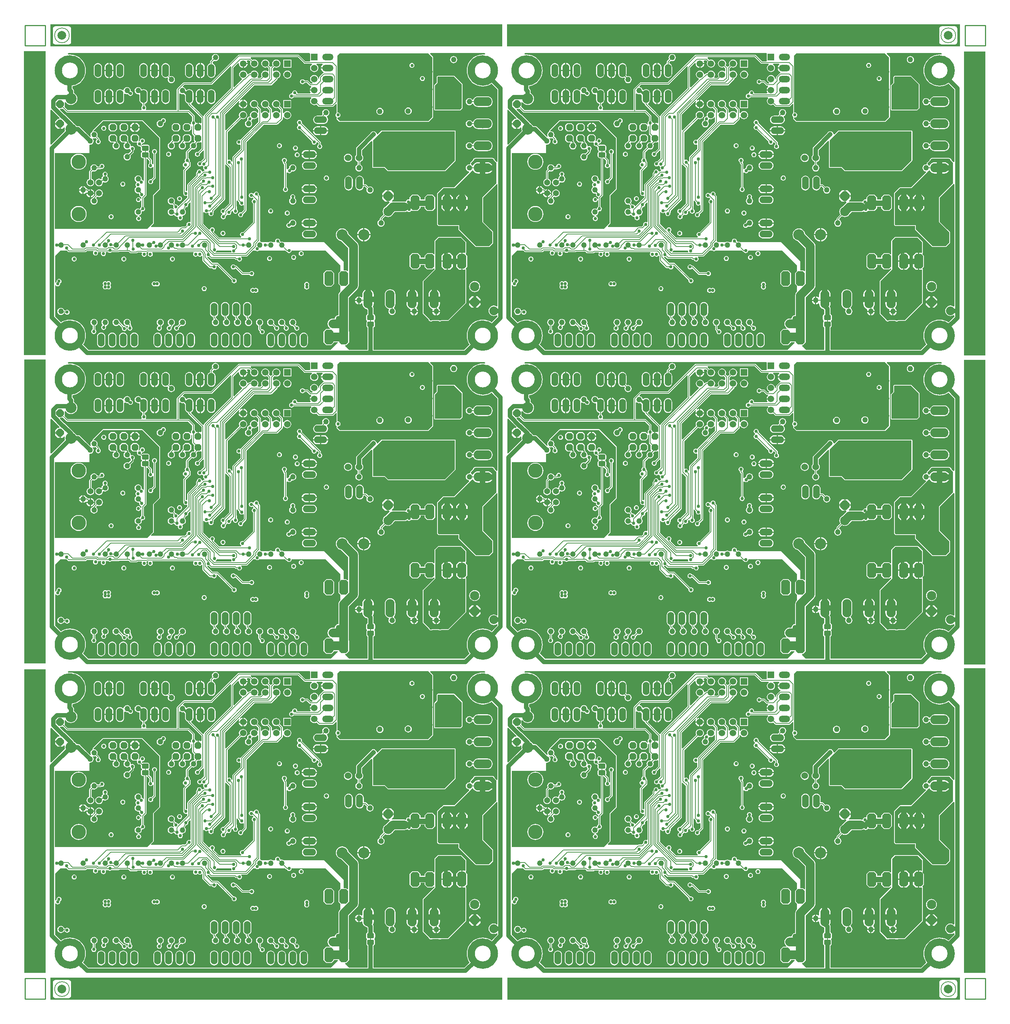
<source format=gbl>
G04 Layer_Physical_Order=4*
G04 Layer_Color=16711680*
%FSLAX24Y24*%
%MOIN*%
G70*
G01*
G75*
%ADD10C,0.0070*%
G04:AMPARAMS|DCode=11|XSize=78.7mil|YSize=78.7mil|CornerRadius=39.4mil|HoleSize=0mil|Usage=FLASHONLY|Rotation=90.000|XOffset=0mil|YOffset=0mil|HoleType=Round|Shape=RoundedRectangle|*
%AMROUNDEDRECTD11*
21,1,0.0787,0.0000,0,0,90.0*
21,1,0.0000,0.0787,0,0,90.0*
1,1,0.0787,0.0000,0.0000*
1,1,0.0787,0.0000,0.0000*
1,1,0.0787,0.0000,0.0000*
1,1,0.0787,0.0000,0.0000*
%
%ADD11ROUNDEDRECTD11*%
%ADD12C,0.0100*%
%ADD13C,0.0650*%
G04:AMPARAMS|DCode=46|XSize=50mil|YSize=50mil|CornerRadius=25mil|HoleSize=0mil|Usage=FLASHONLY|Rotation=90.000|XOffset=0mil|YOffset=0mil|HoleType=Round|Shape=RoundedRectangle|*
%AMROUNDEDRECTD46*
21,1,0.0500,0.0000,0,0,90.0*
21,1,0.0000,0.0500,0,0,90.0*
1,1,0.0500,0.0000,0.0000*
1,1,0.0500,0.0000,0.0000*
1,1,0.0500,0.0000,0.0000*
1,1,0.0500,0.0000,0.0000*
%
%ADD46ROUNDEDRECTD46*%
%ADD50C,0.0240*%
%ADD52C,0.0500*%
%ADD53C,0.0080*%
%ADD54C,0.0400*%
%ADD55C,0.0200*%
G04:AMPARAMS|DCode=63|XSize=133mil|YSize=83mil|CornerRadius=0mil|HoleSize=0mil|Usage=FLASHONLY|Rotation=270.000|XOffset=0mil|YOffset=0mil|HoleType=Round|Shape=Octagon|*
%AMOCTAGOND63*
4,1,8,-0.0208,-0.0665,0.0208,-0.0665,0.0415,-0.0458,0.0415,0.0458,0.0208,0.0665,-0.0208,0.0665,-0.0415,0.0458,-0.0415,-0.0458,-0.0208,-0.0665,0.0*
%
%ADD63OCTAGOND63*%

%ADD64C,0.0591*%
%ADD65R,0.0591X0.0591*%
%ADD66O,0.0600X0.1200*%
%ADD67P,0.0758X8X292.5*%
%ADD68C,0.1000*%
%ADD69O,0.1200X0.0600*%
%ADD70O,0.1024X0.0591*%
%ADD71R,0.0591X0.0591*%
%ADD72C,0.1305*%
%ADD73C,0.0540*%
%ADD74O,0.1650X0.0825*%
%ADD75P,0.0909X8X112.5*%
%ADD76C,0.0840*%
%ADD77P,0.0671X8X22.5*%
%ADD78C,0.0600*%
%ADD79C,0.0800*%
%ADD80O,0.0825X0.1650*%
%ADD81C,0.0300*%
%ADD82C,0.0500*%
%ADD83C,0.0320*%
%ADD84C,0.0450*%
%ADD85C,0.0400*%
%ADD103C,0.0800*%
%ADD105C,0.0700*%
G04:AMPARAMS|DCode=112|XSize=46mil|YSize=63mil|CornerRadius=11.5mil|HoleSize=0mil|Usage=FLASHONLY|Rotation=270.000|XOffset=0mil|YOffset=0mil|HoleType=Round|Shape=RoundedRectangle|*
%AMROUNDEDRECTD112*
21,1,0.0460,0.0400,0,0,270.0*
21,1,0.0230,0.0630,0,0,270.0*
1,1,0.0230,-0.0200,-0.0115*
1,1,0.0230,-0.0200,0.0115*
1,1,0.0230,0.0200,0.0115*
1,1,0.0230,0.0200,-0.0115*
%
%ADD112ROUNDEDRECTD112*%
G04:AMPARAMS|DCode=113|XSize=50mil|YSize=50mil|CornerRadius=25mil|HoleSize=0mil|Usage=FLASHONLY|Rotation=0.000|XOffset=0mil|YOffset=0mil|HoleType=Round|Shape=RoundedRectangle|*
%AMROUNDEDRECTD113*
21,1,0.0500,0.0000,0,0,0.0*
21,1,0.0000,0.0500,0,0,0.0*
1,1,0.0500,0.0000,0.0000*
1,1,0.0500,0.0000,0.0000*
1,1,0.0500,0.0000,0.0000*
1,1,0.0500,0.0000,0.0000*
%
%ADD113ROUNDEDRECTD113*%
G36*
X96713Y12047D02*
X96713D01*
D01*
Y12047D01*
X96713Y12047D01*
D01*
D01*
X94774D01*
Y39616D01*
X96713D01*
Y12047D01*
D02*
G37*
G36*
Y39970D02*
X96713D01*
D01*
Y39970D01*
X96713Y39970D01*
D01*
D01*
X94774D01*
Y67569D01*
X96713D01*
Y39970D01*
D02*
G37*
G36*
X11585Y40069D02*
X11585D01*
D01*
Y40069D01*
X11585Y40069D01*
D01*
D01*
X9646D01*
Y67589D01*
X11585D01*
Y40069D01*
D02*
G37*
G36*
X52943Y9606D02*
X12008D01*
Y11604D01*
X52943D01*
Y9606D01*
D02*
G37*
G36*
X94429D02*
X53406D01*
Y11604D01*
X94429D01*
Y9606D01*
D02*
G37*
G36*
X11585Y12047D02*
X11585D01*
D01*
Y12047D01*
X11585Y12047D01*
D01*
D01*
X9646D01*
Y39518D01*
X11585D01*
Y12047D01*
D02*
G37*
G36*
X52943Y95955D02*
X12008D01*
Y97953D01*
X52943D01*
Y95955D01*
D02*
G37*
G36*
X94409D02*
X53376D01*
Y97953D01*
X94409D01*
Y95955D01*
D02*
G37*
G36*
X96713Y67972D02*
X96713D01*
D01*
Y67972D01*
X96713Y67972D01*
D01*
D01*
X94774D01*
Y95492D01*
X96713D01*
Y67972D01*
D02*
G37*
G36*
X11565Y68002D02*
X11565D01*
D01*
Y68002D01*
X11565Y68002D01*
D01*
D01*
X9626D01*
Y95522D01*
X11565D01*
Y68002D01*
D02*
G37*
%LPC*%
G36*
X13652Y97782D02*
Y97781D01*
X12470D01*
Y97782D01*
X12381Y97765D01*
X12306Y97714D01*
X12255Y97638D01*
X12237Y97549D01*
X12239D01*
Y96368D01*
X12237D01*
X12255Y96279D01*
X12306Y96203D01*
X12381Y96153D01*
X12470Y96135D01*
Y96136D01*
X13652D01*
Y96135D01*
X13741Y96153D01*
X13816Y96203D01*
X13867Y96279D01*
X13885Y96368D01*
X13883D01*
Y97549D01*
X13885D01*
X13867Y97638D01*
X13816Y97714D01*
X13741Y97765D01*
X13652Y97782D01*
D02*
G37*
G36*
X93947D02*
Y97781D01*
X92766D01*
Y97782D01*
X92676Y97765D01*
X92601Y97714D01*
X92550Y97638D01*
X92533Y97549D01*
X92534D01*
Y96368D01*
X92533D01*
X92550Y96279D01*
X92601Y96203D01*
X92676Y96153D01*
X92766Y96135D01*
Y96136D01*
X93947D01*
Y96135D01*
X94036Y96153D01*
X94112Y96203D01*
X94162Y96279D01*
X94180Y96368D01*
X94179D01*
Y97549D01*
X94180D01*
X94162Y97638D01*
X94112Y97714D01*
X94036Y97765D01*
X93947Y97782D01*
D02*
G37*
G36*
Y11385D02*
Y11383D01*
X92766D01*
Y11385D01*
X92676Y11367D01*
X92601Y11316D01*
X92550Y11241D01*
X92533Y11152D01*
X92534D01*
Y9970D01*
X92533D01*
X92550Y9881D01*
X92601Y9806D01*
X92676Y9755D01*
X92766Y9737D01*
Y9739D01*
X93947D01*
Y9737D01*
X94036Y9755D01*
X94112Y9806D01*
X94162Y9881D01*
X94180Y9970D01*
X94179D01*
Y11152D01*
X94180D01*
X94162Y11241D01*
X94112Y11316D01*
X94036Y11367D01*
X93947Y11385D01*
D02*
G37*
G36*
X13652D02*
Y11383D01*
X12470D01*
Y11385D01*
X12381Y11367D01*
X12306Y11316D01*
X12255Y11241D01*
X12237Y11152D01*
X12239D01*
Y9970D01*
X12237D01*
X12255Y9881D01*
X12306Y9806D01*
X12381Y9755D01*
X12470Y9737D01*
Y9739D01*
X13652D01*
Y9737D01*
X13741Y9755D01*
X13816Y9806D01*
X13867Y9881D01*
X13885Y9970D01*
X13883D01*
Y11152D01*
X13885D01*
X13867Y11241D01*
X13816Y11316D01*
X13741Y11367D01*
X13652Y11385D01*
D02*
G37*
%LPD*%
G36*
X38268Y20157D02*
Y19621D01*
X38098Y19452D01*
Y18467D01*
X38268Y18297D01*
Y17777D01*
X38248Y17757D01*
X38173Y17659D01*
X38125Y17545D01*
X38109Y17422D01*
Y15646D01*
X38100Y15638D01*
X38017Y15627D01*
X37939Y15594D01*
X37872Y15543D01*
X37821Y15476D01*
X37789Y15398D01*
X37778Y15317D01*
X37598D01*
X37476Y15300D01*
X37361Y15253D01*
X37263Y15178D01*
X37188Y15080D01*
X37141Y14965D01*
X37124Y14843D01*
X37141Y14720D01*
X37188Y14605D01*
X37263Y14507D01*
X37346Y14444D01*
X37329Y14394D01*
X37001D01*
X36758Y14152D01*
Y13167D01*
X37001Y12924D01*
X37486D01*
X37728Y13167D01*
Y13185D01*
X38036D01*
X38056Y13135D01*
X37411Y12490D01*
X15454D01*
X14977Y12968D01*
X15071Y13122D01*
X15158Y13332D01*
X15211Y13553D01*
X15229Y13780D01*
X15211Y14006D01*
X15158Y14227D01*
X15071Y14437D01*
X14952Y14631D01*
X14804Y14804D01*
X14631Y14952D01*
X14437Y15071D01*
X14227Y15158D01*
X14006Y15211D01*
X13780Y15229D01*
X13553Y15211D01*
X13332Y15158D01*
X13122Y15071D01*
X12968Y14977D01*
X12441Y15503D01*
Y18332D01*
X12491Y18347D01*
X12519Y18306D01*
X12591Y18257D01*
X12677Y18240D01*
X12763Y18257D01*
X12836Y18306D01*
X12884Y18379D01*
X12901Y18465D01*
X12894Y18502D01*
X12954Y18542D01*
X13003Y18615D01*
X13020Y18701D01*
X13003Y18787D01*
X12954Y18859D01*
X12881Y18908D01*
X12795Y18925D01*
X12709Y18908D01*
X12637Y18859D01*
X12588Y18787D01*
X12571Y18701D01*
X12578Y18663D01*
X12519Y18623D01*
X12491Y18582D01*
X12441Y18597D01*
Y21024D01*
X12913Y21496D01*
X13459D01*
X13469Y21494D01*
X13478Y21496D01*
X13482D01*
X13599Y21379D01*
X13599Y21379D01*
X13636Y21355D01*
X13678Y21346D01*
X13679Y21346D01*
X15180D01*
X15180Y21346D01*
X15223Y21355D01*
X15259Y21379D01*
X15326Y21446D01*
X15902D01*
X15929Y21396D01*
X15895Y21346D01*
X15878Y21260D01*
X15895Y21174D01*
X15944Y21101D01*
X16017Y21053D01*
X16102Y21036D01*
X16188Y21053D01*
X16261Y21101D01*
X16310Y21174D01*
X16327Y21260D01*
X16319Y21296D01*
X16360Y21346D01*
X16600D01*
X16623Y21302D01*
X16611Y21284D01*
X16594Y21198D01*
X16611Y21113D01*
X16660Y21040D01*
X16733Y20991D01*
X16818Y20974D01*
X16904Y20991D01*
X16977Y21040D01*
X17026Y21113D01*
X17043Y21198D01*
X17026Y21284D01*
X17014Y21302D01*
X17037Y21346D01*
X17236D01*
X17240Y21340D01*
X17313Y21291D01*
X17399Y21274D01*
X17484Y21291D01*
X17557Y21340D01*
X17561Y21346D01*
X18180D01*
X18180Y21346D01*
X18223Y21355D01*
X18259Y21379D01*
X18264Y21384D01*
X18958D01*
X18958Y21384D01*
X18959Y21384D01*
X19095D01*
X19209Y21269D01*
X19209Y21269D01*
X19246Y21245D01*
X19289Y21236D01*
X19289Y21236D01*
X19819D01*
X19819Y21236D01*
X19862Y21245D01*
X19899Y21269D01*
X19930Y21300D01*
X20293D01*
X20320Y21250D01*
X20305Y21228D01*
X20287Y21142D01*
X20305Y21056D01*
X20353Y20983D01*
X20426Y20935D01*
X20512Y20917D01*
X20598Y20935D01*
X20670Y20983D01*
X20719Y21056D01*
X20736Y21142D01*
X20719Y21228D01*
X20704Y21250D01*
X20705Y21262D01*
X20728Y21304D01*
X20752Y21309D01*
X20786Y21332D01*
X20869D01*
X20892Y21282D01*
X20856Y21228D01*
X20839Y21142D01*
X20856Y21056D01*
X20904Y20983D01*
X20977Y20935D01*
X21063Y20917D01*
X21149Y20935D01*
X21222Y20983D01*
X21270Y21056D01*
X21287Y21142D01*
X21270Y21228D01*
X21234Y21282D01*
X21257Y21332D01*
X23560D01*
X23585Y21337D01*
X24967D01*
X24993Y21287D01*
X24960Y21237D01*
X24943Y21152D01*
X24960Y21066D01*
X25009Y20993D01*
X25081Y20944D01*
X25167Y20927D01*
X25253Y20944D01*
X25326Y20993D01*
X25337Y21000D01*
X25381D01*
X25393Y20983D01*
X25465Y20935D01*
X25551Y20917D01*
X25637Y20935D01*
X25710Y20983D01*
X25740Y21028D01*
X25741Y21029D01*
X25790Y21014D01*
Y20574D01*
X25790Y20574D01*
X25799Y20532D01*
X25823Y20495D01*
X26398Y19921D01*
X26398Y19921D01*
X26434Y19896D01*
X26477Y19888D01*
X26661D01*
X26692Y19841D01*
X26765Y19793D01*
X26850Y19776D01*
X26936Y19793D01*
X27009Y19841D01*
X27058Y19914D01*
X27075Y20000D01*
X27060Y20074D01*
X27079Y20114D01*
X27090Y20128D01*
X27113Y20130D01*
X28448Y18795D01*
X28437Y18740D01*
X28454Y18654D01*
X28503Y18582D01*
X28576Y18533D01*
X28661Y18516D01*
X28747Y18533D01*
X28820Y18582D01*
X28869Y18654D01*
X28886Y18740D01*
X28869Y18826D01*
X28820Y18899D01*
X28747Y18947D01*
X28661Y18964D01*
X28607Y18954D01*
X27219Y20341D01*
X27183Y20365D01*
X27140Y20374D01*
X27140Y20374D01*
X26702D01*
X26214Y20861D01*
X26233Y20909D01*
X26236Y20911D01*
X26319Y20894D01*
X26373Y20905D01*
X26512Y20767D01*
X26512Y20767D01*
X26548Y20742D01*
X26591Y20734D01*
X28712D01*
X28779Y20667D01*
X28815Y20643D01*
X28858Y20635D01*
X28858Y20635D01*
X28936D01*
X28936Y20633D01*
X28985Y20560D01*
X29058Y20511D01*
X29144Y20494D01*
X29230Y20511D01*
X29302Y20560D01*
X29351Y20633D01*
X29368Y20719D01*
X29351Y20804D01*
X29302Y20877D01*
X29291Y20885D01*
X29306Y20935D01*
X29768D01*
X29768Y20935D01*
X29811Y20943D01*
X29847Y20967D01*
X30376Y21496D01*
X30590D01*
X30593Y21493D01*
X30665Y21444D01*
X30751Y21427D01*
X30837Y21444D01*
X30910Y21493D01*
X30912Y21496D01*
X33290D01*
X33375Y21411D01*
X33410Y21387D01*
X33437Y21382D01*
X33473Y21328D01*
X33546Y21279D01*
X33632Y21262D01*
X33718Y21279D01*
X33791Y21328D01*
X33839Y21400D01*
X33856Y21486D01*
X33864Y21496D01*
X36929D01*
X38268Y20157D01*
D02*
G37*
G36*
X28379Y38134D02*
X28378Y38133D01*
X28370Y38092D01*
Y36189D01*
X26419Y34238D01*
X26397Y34223D01*
X25951Y33777D01*
X25927Y33741D01*
X25918Y33698D01*
X25918Y33698D01*
Y33695D01*
X25838Y33662D01*
X25512Y33988D01*
X25498Y34010D01*
X24775Y34733D01*
X24796Y34825D01*
X24854Y34869D01*
X24914Y34946D01*
X24951Y35036D01*
X24964Y35133D01*
Y35733D01*
X24951Y35830D01*
X24914Y35920D01*
X24854Y35997D01*
X24777Y36056D01*
X24687Y36094D01*
X24591Y36106D01*
X24494Y36094D01*
X24404Y36056D01*
X24364Y36026D01*
X24289Y36049D01*
X24277Y36059D01*
X24248Y36130D01*
X24197Y36197D01*
X24130Y36248D01*
X24052Y36280D01*
X24044Y36281D01*
X24015Y36366D01*
X24153Y36503D01*
X26591D01*
X26632Y36511D01*
X26666Y36535D01*
X28317Y38185D01*
X28379Y38134D01*
D02*
G37*
G36*
X46618Y38982D02*
Y38639D01*
Y33589D01*
X46238Y33208D01*
X38242D01*
X38012Y33438D01*
Y33516D01*
X38050Y33548D01*
X38068Y33544D01*
X38154Y33561D01*
X38227Y33610D01*
X38276Y33683D01*
X38293Y33768D01*
X38276Y33854D01*
X38227Y33927D01*
X38154Y33976D01*
X38068Y33993D01*
X38050Y33989D01*
X38012Y34021D01*
Y39144D01*
X38228Y39360D01*
X46240D01*
X46618Y38982D01*
D02*
G37*
G36*
X21870Y31673D02*
Y27077D01*
X21299Y26506D01*
Y23967D01*
X20768Y23435D01*
X12421D01*
Y30315D01*
X15532D01*
Y31047D01*
X15569Y31080D01*
X15610Y31075D01*
X15694Y31086D01*
X15772Y31118D01*
X15838Y31169D01*
X15890Y31236D01*
X15922Y31314D01*
X15933Y31398D01*
X15922Y31481D01*
X15890Y31559D01*
X15843Y31620D01*
X15844Y31624D01*
X15885Y31657D01*
X15969Y31646D01*
X16052Y31657D01*
X16101Y31677D01*
X16209Y31570D01*
X16203Y31506D01*
X16190Y31497D01*
X16141Y31424D01*
X16124Y31339D01*
X16141Y31253D01*
X16190Y31180D01*
X16263Y31131D01*
X16349Y31114D01*
X16434Y31131D01*
X16507Y31180D01*
X16556Y31253D01*
X16573Y31339D01*
X16556Y31424D01*
X16507Y31497D01*
X16461Y31528D01*
Y31588D01*
X16461Y31588D01*
X16452Y31631D01*
X16428Y31668D01*
X16428Y31668D01*
X16260Y31836D01*
X16280Y31885D01*
X16291Y31969D01*
X16280Y32052D01*
X16248Y32130D01*
X16197Y32197D01*
X16130Y32248D01*
X16052Y32280D01*
X15969Y32291D01*
X15930Y32286D01*
X15906Y32334D01*
X16791Y33219D01*
X20325D01*
X21870Y31673D01*
D02*
G37*
G36*
X52402Y29449D02*
Y27576D01*
X51142Y26316D01*
Y25333D01*
Y25110D01*
Y24065D01*
X51831Y23376D01*
X52057Y23150D01*
Y22185D01*
X51752Y21880D01*
X50561D01*
X49035Y23406D01*
Y23770D01*
X47451Y23780D01*
X47205D01*
X47203Y23781D01*
X47126Y23858D01*
Y26644D01*
Y26654D01*
X47441Y26969D01*
X47451D01*
X47628Y27146D01*
X48642D01*
X50118Y28622D01*
Y28652D01*
X50145Y28663D01*
X50218Y28719D01*
X50246Y28755D01*
X50303Y28747D01*
X50318Y28710D01*
X50400Y28603D01*
X50508Y28521D01*
X50632Y28469D01*
X50766Y28452D01*
X50929D01*
Y28969D01*
Y29485D01*
X50766D01*
X50632Y29468D01*
X50508Y29416D01*
X50400Y29334D01*
X50318Y29227D01*
X50303Y29190D01*
X50246Y29182D01*
X50218Y29218D01*
X50145Y29274D01*
X50118Y29285D01*
Y29409D01*
X50512Y29803D01*
X52047D01*
X52402Y29449D01*
D02*
G37*
G36*
X12860Y33492D02*
X12829Y33418D01*
X12671D01*
X12446Y33193D01*
Y33018D01*
X12896D01*
Y32968D01*
X12946D01*
Y32518D01*
X13121D01*
X13243Y32640D01*
X13317Y32601D01*
X13301Y32478D01*
X13320Y32329D01*
X13327Y32314D01*
X12101Y31089D01*
X12028Y31120D01*
Y34211D01*
X12108Y34245D01*
X12860Y33492D01*
D02*
G37*
G36*
X25698Y31277D02*
Y30728D01*
X25389Y30420D01*
X25335Y30431D01*
X25249Y30414D01*
X25176Y30365D01*
X25127Y30293D01*
X25110Y30207D01*
X25127Y30121D01*
X25176Y30048D01*
X25249Y29999D01*
X25335Y29982D01*
X25420Y29999D01*
X25493Y30048D01*
X25542Y30121D01*
X25559Y30207D01*
X25548Y30261D01*
X25838Y30552D01*
X25918Y30519D01*
Y29857D01*
X25606Y29544D01*
X25551Y29555D01*
X25465Y29538D01*
X25393Y29489D01*
X25344Y29416D01*
X25327Y29331D01*
X25344Y29245D01*
X25393Y29172D01*
X25465Y29123D01*
X25551Y29106D01*
X25637Y29123D01*
X25710Y29172D01*
X25792Y29150D01*
X25835Y29121D01*
X25850Y29118D01*
X25877Y29054D01*
X25860Y28968D01*
X25877Y28882D01*
X25925Y28809D01*
X25977Y28775D01*
X25952Y28695D01*
X25900D01*
X25900Y28695D01*
X25857Y28686D01*
X25821Y28662D01*
X25812Y28652D01*
X25725Y28679D01*
X25719Y28708D01*
X25670Y28781D01*
X25598Y28829D01*
X25512Y28846D01*
X25426Y28829D01*
X25353Y28781D01*
X25305Y28708D01*
X25287Y28622D01*
X25292Y28600D01*
X25230Y28539D01*
X25206Y28502D01*
X25198Y28459D01*
X25198Y28459D01*
Y28251D01*
X24463Y27516D01*
X24439Y27480D01*
X24430Y27437D01*
X24430Y27437D01*
Y26909D01*
X24350Y26866D01*
X24283Y26879D01*
X24267Y26892D01*
Y28674D01*
X24686Y29092D01*
X24686Y29092D01*
X24710Y29129D01*
X24718Y29172D01*
Y29449D01*
X24718Y29449D01*
X24710Y29492D01*
X24686Y29528D01*
X24623Y29591D01*
X24634Y29646D01*
X24617Y29732D01*
X24568Y29804D01*
X24522Y29835D01*
Y30363D01*
X24836Y30677D01*
X24885Y30657D01*
X24969Y30646D01*
X25052Y30657D01*
X25130Y30689D01*
X25197Y30740D01*
X25248Y30807D01*
X25280Y30885D01*
X25291Y30968D01*
X25280Y31052D01*
X25248Y31130D01*
X25235Y31147D01*
X25353Y31264D01*
X25580D01*
X25624Y31308D01*
X25698Y31277D01*
D02*
G37*
G36*
X35550Y39314D02*
Y38660D01*
X35484Y38626D01*
X35109D01*
X34553Y39181D01*
X34518Y39204D01*
X34477Y39213D01*
X29086D01*
X29045Y39204D01*
X29010Y39181D01*
X26546Y36717D01*
X24108D01*
X24067Y36709D01*
X24033Y36686D01*
X24033Y36686D01*
X23493Y36146D01*
X23470Y36112D01*
X23461Y36071D01*
Y34207D01*
X20698D01*
X20655Y34287D01*
X20680Y34324D01*
X20697Y34409D01*
X20680Y34495D01*
X20631Y34568D01*
X20585Y34599D01*
Y34786D01*
X20643Y34810D01*
X20721Y34869D01*
X20780Y34946D01*
X20817Y35036D01*
X20830Y35133D01*
Y35733D01*
X20817Y35830D01*
X20780Y35920D01*
X20721Y35997D01*
X20643Y36056D01*
X20553Y36094D01*
X20457Y36106D01*
X20360Y36094D01*
X20277Y36059D01*
X20248Y36130D01*
X20197Y36197D01*
X20130Y36248D01*
X20052Y36280D01*
X19969Y36291D01*
X19885Y36280D01*
X19807Y36248D01*
X19740Y36197D01*
X19689Y36130D01*
X19657Y36052D01*
X19646Y35968D01*
X19657Y35885D01*
X19689Y35807D01*
X19740Y35740D01*
X19807Y35689D01*
X19885Y35657D01*
X19969Y35646D01*
X20003Y35650D01*
X20083Y35590D01*
Y35133D01*
X20096Y35036D01*
X20134Y34946D01*
X20193Y34869D01*
X20270Y34810D01*
X20360Y34773D01*
X20360Y34773D01*
Y34599D01*
X20314Y34568D01*
X20265Y34495D01*
X20248Y34409D01*
X20265Y34324D01*
X20290Y34287D01*
X20247Y34207D01*
X13596D01*
X13290Y34513D01*
X13316Y34538D01*
Y34900D01*
X13396Y34927D01*
X13469Y34832D01*
X13588Y34740D01*
X13727Y34683D01*
X13876Y34663D01*
X14025Y34683D01*
X14163Y34740D01*
X14282Y34832D01*
X14374Y34951D01*
X14431Y35089D01*
X14451Y35238D01*
X14431Y35387D01*
X14374Y35526D01*
X14282Y35645D01*
X14163Y35736D01*
X14148Y35742D01*
Y35917D01*
X14139Y35988D01*
X14112Y36054D01*
X14068Y36110D01*
X14012Y36166D01*
Y36365D01*
X14227Y36417D01*
X14437Y36504D01*
X14631Y36623D01*
X14804Y36770D01*
X14952Y36943D01*
X15071Y37137D01*
X15158Y37347D01*
X15211Y37569D01*
X15229Y37795D01*
X15211Y38022D01*
X15158Y38243D01*
X15071Y38453D01*
X14952Y38647D01*
X14804Y38820D01*
X14631Y38968D01*
X14437Y39087D01*
X14227Y39174D01*
X14006Y39227D01*
X13780Y39245D01*
X13617Y39232D01*
X13581Y39309D01*
X13642Y39370D01*
X26954D01*
X26959Y39290D01*
X26885Y39280D01*
X26807Y39248D01*
X26740Y39197D01*
X26689Y39130D01*
X26657Y39052D01*
X26646Y38969D01*
X26657Y38885D01*
X26677Y38836D01*
X26511Y38670D01*
X26487Y38633D01*
X26478Y38591D01*
X26478Y38591D01*
Y38449D01*
X26404Y38418D01*
X26327Y38359D01*
X26267Y38282D01*
X26230Y38192D01*
X26217Y38095D01*
Y37495D01*
X26230Y37399D01*
X26267Y37309D01*
X26327Y37231D01*
X26404Y37172D01*
X26494Y37135D01*
X26591Y37122D01*
X26687Y37135D01*
X26777Y37172D01*
X26854Y37231D01*
X26914Y37309D01*
X26951Y37399D01*
X26964Y37495D01*
Y38095D01*
X26951Y38192D01*
X26914Y38282D01*
X26854Y38359D01*
X26777Y38418D01*
X26703Y38449D01*
Y38544D01*
X26836Y38677D01*
X26885Y38657D01*
X26969Y38646D01*
X27052Y38657D01*
X27130Y38689D01*
X27197Y38740D01*
X27248Y38807D01*
X27280Y38885D01*
X27291Y38969D01*
X27280Y39052D01*
X27248Y39130D01*
X27197Y39197D01*
X27130Y39248D01*
X27052Y39280D01*
X26978Y39290D01*
X26983Y39370D01*
X35494D01*
X35550Y39314D01*
D02*
G37*
G36*
X13470Y34015D02*
X13470Y34015D01*
X13507Y33991D01*
X13550Y33982D01*
X13550Y33982D01*
X23568D01*
X23594Y33987D01*
X24486D01*
X24858Y33616D01*
Y33220D01*
X24811Y33189D01*
X24763Y33117D01*
X24745Y33031D01*
X24760Y32957D01*
X24732Y32929D01*
X24694Y32910D01*
X24580Y33024D01*
X24200D01*
X24010Y32834D01*
Y32454D01*
X24200Y32264D01*
X24580D01*
X24770Y32454D01*
Y32722D01*
X24850Y32770D01*
X24858Y32765D01*
Y32064D01*
X24858Y32064D01*
X24866Y32021D01*
X24890Y31985D01*
X25010Y31865D01*
Y31454D01*
X25046Y31418D01*
X25044Y31320D01*
X25006Y31286D01*
X24969Y31291D01*
X24885Y31280D01*
X24807Y31248D01*
X24740Y31197D01*
X24689Y31130D01*
X24657Y31052D01*
X24646Y30968D01*
X24657Y30885D01*
X24677Y30836D01*
X24330Y30489D01*
X24306Y30452D01*
X24297Y30409D01*
X24297Y30409D01*
Y29835D01*
X24251Y29804D01*
X24202Y29732D01*
X24185Y29646D01*
X24202Y29560D01*
X24213Y29544D01*
X24176Y29455D01*
X24146Y29449D01*
X24074Y29401D01*
X24025Y29328D01*
X24008Y29242D01*
X24025Y29156D01*
X24074Y29084D01*
X24146Y29035D01*
X24189Y29026D01*
X24216Y28940D01*
X24076Y28800D01*
X24051Y28763D01*
X24043Y28720D01*
X24043Y28720D01*
Y26790D01*
X24043Y26790D01*
X24051Y26747D01*
X24071Y26718D01*
X24058Y26655D01*
X24075Y26569D01*
X24124Y26496D01*
X24197Y26448D01*
X24283Y26430D01*
X24350Y26444D01*
X24430Y26400D01*
Y26305D01*
X23651Y25526D01*
X23560Y25548D01*
X23527Y25597D01*
X23454Y25646D01*
X23368Y25663D01*
X23338Y25657D01*
X23236Y25792D01*
X23248Y25807D01*
X23280Y25885D01*
X23291Y25968D01*
X23280Y26052D01*
X23248Y26130D01*
X23197Y26197D01*
X23130Y26248D01*
X23052Y26280D01*
X22968Y26291D01*
X22885Y26280D01*
X22807Y26248D01*
X22740Y26197D01*
X22689Y26130D01*
X22657Y26052D01*
X22646Y25968D01*
X22657Y25885D01*
X22689Y25807D01*
X22740Y25740D01*
X22807Y25689D01*
X22885Y25657D01*
X22968Y25646D01*
X23052Y25657D01*
X23065Y25662D01*
X23165Y25530D01*
X23161Y25524D01*
X23144Y25438D01*
X23161Y25353D01*
X23200Y25295D01*
X23140Y25240D01*
X23130Y25248D01*
X23052Y25280D01*
X22968Y25291D01*
X22885Y25280D01*
X22807Y25248D01*
X22740Y25197D01*
X22689Y25130D01*
X22657Y25052D01*
X22646Y24969D01*
X22657Y24885D01*
X22689Y24807D01*
X22740Y24740D01*
X22807Y24689D01*
X22885Y24657D01*
X22968Y24646D01*
X23052Y24657D01*
X23130Y24689D01*
X23174Y24723D01*
X23245Y24705D01*
X23261Y24693D01*
X23261Y24693D01*
X23310Y24620D01*
X23383Y24571D01*
X23468Y24554D01*
X23501Y24561D01*
X23564Y24492D01*
X23555Y24449D01*
X23572Y24363D01*
X23621Y24290D01*
X23694Y24242D01*
X23780Y24225D01*
X23865Y24242D01*
X23938Y24290D01*
X23987Y24363D01*
X24004Y24449D01*
X23987Y24535D01*
X23964Y24568D01*
X23965Y24575D01*
X24005Y24651D01*
X24052Y24657D01*
X24130Y24689D01*
X24197Y24740D01*
X24248Y24807D01*
X24280Y24885D01*
X24291Y24969D01*
X24280Y25052D01*
X24248Y25130D01*
X24197Y25197D01*
X24196Y25198D01*
X24296Y25409D01*
X24368Y25424D01*
X24441Y25472D01*
X24490Y25545D01*
X24507Y25631D01*
X24496Y25686D01*
X24657Y25846D01*
X24730Y25816D01*
Y24101D01*
X24655Y24056D01*
X24650Y24057D01*
X24569Y24073D01*
X24483Y24056D01*
X24410Y24007D01*
X24361Y23934D01*
X24344Y23849D01*
X24355Y23794D01*
X24212Y23651D01*
X23909D01*
X23909Y23651D01*
X23866Y23642D01*
X23836Y23622D01*
X21160D01*
X21130Y23696D01*
X21350Y23916D01*
X21365Y23939D01*
X21371Y23967D01*
Y26476D01*
X21921Y27026D01*
X21936Y27049D01*
X21941Y27077D01*
Y31673D01*
X21936Y31701D01*
X21921Y31724D01*
X20375Y33269D01*
X20352Y33284D01*
X20325Y33290D01*
X16791D01*
X16764Y33284D01*
X16741Y33269D01*
X15856Y32384D01*
X15855Y32382D01*
X15853Y32381D01*
X15847Y32371D01*
X15840Y32361D01*
X15840Y32359D01*
X15839Y32356D01*
X15837Y32345D01*
X15835Y32334D01*
X15835Y32331D01*
X15835Y32329D01*
X15838Y32318D01*
X15840Y32306D01*
X15807Y32248D01*
X15740Y32197D01*
X15689Y32130D01*
X15657Y32052D01*
X15646Y31969D01*
X15657Y31885D01*
X15682Y31824D01*
X15614Y31779D01*
X14722Y32671D01*
X14666Y32714D01*
X14600Y32741D01*
X14530Y32751D01*
X14380D01*
X14374Y32766D01*
X14282Y32885D01*
X14163Y32976D01*
X14129Y32991D01*
X14112Y33031D01*
X14068Y33088D01*
X13375Y33781D01*
X13319Y33824D01*
X13284Y33839D01*
X12868Y34254D01*
X12899Y34328D01*
X13106D01*
X13132Y34354D01*
X13470Y34015D01*
D02*
G37*
G36*
X51401Y39307D02*
X51365Y39230D01*
X51181Y39245D01*
X50954Y39227D01*
X50733Y39174D01*
X50523Y39087D01*
X50329Y38968D01*
X50156Y38820D01*
X50009Y38647D01*
X49890Y38453D01*
X49803Y38243D01*
X49750Y38022D01*
X49732Y37795D01*
X49750Y37569D01*
X49803Y37347D01*
X49890Y37137D01*
X50009Y36943D01*
X50156Y36770D01*
X50329Y36623D01*
X50523Y36504D01*
X50733Y36417D01*
X50954Y36364D01*
X51181Y36346D01*
X51408Y36364D01*
X51629Y36417D01*
X51839Y36504D01*
X51993Y36598D01*
X52520Y36072D01*
Y29542D01*
X52488Y29522D01*
X52440Y29512D01*
X52263Y29688D01*
X52254Y29732D01*
X52206Y29804D01*
X52133Y29853D01*
X52084Y29863D01*
X52075Y29869D01*
X52047Y29875D01*
X50512D01*
X50484Y29869D01*
X50475Y29863D01*
X50426Y29853D01*
X50353Y29804D01*
X50305Y29732D01*
X50296Y29688D01*
X50068Y29460D01*
X50052Y29437D01*
X50047Y29409D01*
Y29362D01*
X49969Y29291D01*
X49885Y29280D01*
X49807Y29248D01*
X49740Y29197D01*
X49689Y29130D01*
X49657Y29052D01*
X49646Y28969D01*
X49657Y28885D01*
X49689Y28807D01*
X49740Y28740D01*
X49807Y28689D01*
X49885Y28657D01*
X49932Y28650D01*
X49963Y28568D01*
X48612Y27217D01*
X47628D01*
X47601Y27212D01*
X47577Y27196D01*
X47416Y27035D01*
X47414Y27034D01*
X47390Y27019D01*
X47076Y26704D01*
X47060Y26681D01*
X47055Y26654D01*
Y23858D01*
X47060Y23831D01*
X47076Y23808D01*
X47154Y23729D01*
X47177Y23714D01*
X47205Y23708D01*
X47451D01*
X48964Y23700D01*
Y23406D01*
X48969Y23378D01*
X48985Y23355D01*
X50511Y21829D01*
X50534Y21814D01*
X50561Y21809D01*
X51752D01*
X51779Y21814D01*
X51802Y21829D01*
X52108Y22135D01*
X52123Y22158D01*
X52128Y22185D01*
Y23150D01*
X52123Y23177D01*
X52108Y23200D01*
X51881Y23426D01*
X51213Y24095D01*
Y25110D01*
Y25333D01*
Y26286D01*
X52440Y27513D01*
X52488Y27502D01*
X52520Y27482D01*
Y16453D01*
X52440Y16413D01*
X52412Y16434D01*
X52298Y16482D01*
X52175Y16498D01*
X52052Y16482D01*
X51938Y16434D01*
X51840Y16359D01*
X51765Y16261D01*
X51717Y16146D01*
X51701Y16024D01*
X51717Y15901D01*
X51765Y15787D01*
X51840Y15688D01*
X51938Y15613D01*
X52052Y15566D01*
X52175Y15550D01*
X52298Y15566D01*
X52412Y15613D01*
X52440Y15634D01*
X52520Y15595D01*
Y15503D01*
X51993Y14977D01*
X51839Y15071D01*
X51629Y15158D01*
X51408Y15211D01*
X51181Y15229D01*
X50954Y15211D01*
X50733Y15158D01*
X50523Y15071D01*
X50329Y14952D01*
X50156Y14804D01*
X50009Y14631D01*
X49890Y14437D01*
X49803Y14227D01*
X49750Y14006D01*
X49732Y13780D01*
X49750Y13553D01*
X49803Y13332D01*
X49890Y13122D01*
X49984Y12968D01*
X49507Y12490D01*
X41296D01*
Y14509D01*
X41357Y14550D01*
X41398Y14611D01*
X41412Y14683D01*
Y14913D01*
X41398Y14986D01*
X41370Y15027D01*
X41373Y15106D01*
X41379Y15128D01*
X41426Y15200D01*
X41443Y15283D01*
Y15513D01*
X41426Y15597D01*
X41379Y15668D01*
X41308Y15716D01*
X41296Y15718D01*
Y16222D01*
X41287Y16293D01*
X41259Y16359D01*
X41230Y16397D01*
X41237Y16406D01*
X41289Y16530D01*
X41306Y16664D01*
Y16827D01*
X40789D01*
Y17077D01*
X40539D01*
Y17940D01*
X40531Y17937D01*
X40424Y17855D01*
X40342Y17748D01*
X40290Y17623D01*
X40272Y17489D01*
Y17272D01*
X40192Y17238D01*
X40145Y17274D01*
X40060Y17309D01*
X40019Y17315D01*
Y16968D01*
Y16622D01*
X40060Y16628D01*
X40145Y16663D01*
X40192Y16699D01*
X40272Y16665D01*
Y16664D01*
X40290Y16530D01*
X40342Y16406D01*
X40424Y16299D01*
X40531Y16217D01*
X40656Y16165D01*
X40702Y16159D01*
X40751Y16110D01*
Y15718D01*
X40740Y15716D01*
X40669Y15668D01*
X40621Y15597D01*
X40604Y15513D01*
Y15283D01*
X40621Y15200D01*
X40669Y15128D01*
X40675Y15106D01*
X40677Y15027D01*
X40649Y14986D01*
X40635Y14913D01*
Y14683D01*
X40649Y14611D01*
X40690Y14550D01*
X40751Y14509D01*
Y12490D01*
X39085D01*
X38725Y12850D01*
X38755Y12924D01*
X38826D01*
X39068Y13167D01*
Y14152D01*
X39057Y14162D01*
Y14843D01*
Y17226D01*
X39804Y17972D01*
X39879Y18070D01*
X39926Y18184D01*
X39943Y18307D01*
Y21890D01*
X39926Y22012D01*
X39879Y22127D01*
X39804Y22225D01*
X39005Y23023D01*
X39000Y23062D01*
X38943Y23201D01*
X38851Y23320D01*
X38732Y23411D01*
X38594Y23469D01*
X38445Y23488D01*
X38296Y23469D01*
X38157Y23411D01*
X38038Y23320D01*
X37947Y23201D01*
X37890Y23062D01*
X37870Y22913D01*
X37890Y22765D01*
X37947Y22626D01*
X38038Y22507D01*
X38157Y22415D01*
X38296Y22358D01*
X38335Y22353D01*
X38994Y21693D01*
Y19630D01*
X38921Y19599D01*
X38826Y19694D01*
X38583D01*
Y20472D01*
X36825Y22230D01*
X33154D01*
X33130Y22248D01*
X33052Y22280D01*
X32968Y22291D01*
X32893Y22281D01*
X32872Y22293D01*
X32823Y22338D01*
X32822Y22341D01*
X32806Y22424D01*
X32757Y22497D01*
X32684Y22546D01*
X32599Y22563D01*
X32513Y22546D01*
X32440Y22497D01*
X32391Y22424D01*
X32374Y22339D01*
X32380Y22310D01*
X32318Y22230D01*
X32154D01*
X32130Y22248D01*
X32052Y22280D01*
X31969Y22291D01*
X31885Y22280D01*
X31807Y22248D01*
X31783Y22230D01*
X31154D01*
X31130Y22248D01*
X31052Y22280D01*
X31041Y22282D01*
X31000Y22351D01*
X30998Y22368D01*
X31004Y22401D01*
X31004Y22401D01*
Y26381D01*
X31004Y26381D01*
X30996Y26424D01*
X30972Y26461D01*
X30972Y26461D01*
X30883Y26550D01*
X30894Y26604D01*
X30877Y26690D01*
X30828Y26763D01*
X30755Y26812D01*
X30669Y26829D01*
X30583Y26812D01*
X30511Y26763D01*
X30462Y26690D01*
X30456Y26658D01*
X30375Y26635D01*
X30302Y26684D01*
X30217Y26701D01*
X30131Y26684D01*
X30058Y26635D01*
X30009Y26562D01*
X29992Y26476D01*
X30009Y26391D01*
X30058Y26318D01*
X30131Y26269D01*
X30217Y26252D01*
X30302Y26269D01*
X30329Y26287D01*
X30407Y26210D01*
X30381Y26122D01*
X30324Y26084D01*
X30275Y26011D01*
X30258Y25925D01*
X30275Y25839D01*
X30324Y25767D01*
X30370Y25736D01*
Y24052D01*
X29464Y23146D01*
X29409Y23157D01*
X29324Y23140D01*
X29251Y23092D01*
X29202Y23019D01*
X29185Y22933D01*
X29202Y22847D01*
X29251Y22774D01*
X29300Y22741D01*
X29276Y22661D01*
X27317D01*
X26827Y23151D01*
X26832Y23198D01*
X26880Y23270D01*
X26898Y23356D01*
X26880Y23442D01*
X26832Y23515D01*
X26759Y23564D01*
X26673Y23581D01*
X26587Y23564D01*
X26515Y23515D01*
X26466Y23442D01*
X26461Y23418D01*
X26374Y23392D01*
X25857Y23909D01*
Y24963D01*
X25937Y24984D01*
X25973Y24930D01*
X26046Y24881D01*
X26132Y24864D01*
X26218Y24881D01*
X26279Y24922D01*
X26323Y24905D01*
X26353Y24883D01*
X26341Y24823D01*
X26358Y24737D01*
X26406Y24664D01*
X26479Y24616D01*
X26565Y24599D01*
X26651Y24616D01*
X26724Y24664D01*
X26772Y24737D01*
X26789Y24823D01*
X26778Y24878D01*
X26797Y24896D01*
X26797Y24896D01*
X26821Y24933D01*
X26830Y24976D01*
X26830Y24976D01*
Y25077D01*
X27806Y26053D01*
X27830Y26089D01*
X27839Y26132D01*
X27839Y26132D01*
Y29231D01*
X27919Y29264D01*
X28215Y28968D01*
Y25755D01*
X27712Y25253D01*
X27657Y25264D01*
X27572Y25247D01*
X27499Y25198D01*
X27450Y25125D01*
X27433Y25039D01*
X27450Y24954D01*
X27499Y24881D01*
X27572Y24832D01*
X27594Y24828D01*
Y24746D01*
X27593Y24746D01*
X27520Y24697D01*
X27471Y24624D01*
X27454Y24539D01*
X27471Y24453D01*
X27520Y24380D01*
X27593Y24331D01*
X27678Y24314D01*
X27764Y24331D01*
X27837Y24380D01*
X27886Y24453D01*
X27903Y24539D01*
X27892Y24593D01*
X28002Y24703D01*
X28002Y24703D01*
X28096Y24724D01*
X28182Y24707D01*
X28268Y24724D01*
X28341Y24772D01*
X28389Y24845D01*
X28407Y24931D01*
X28396Y24986D01*
X28480Y25070D01*
X28534Y25048D01*
X28556Y25034D01*
X28572Y24954D01*
X28621Y24881D01*
X28694Y24832D01*
X28780Y24815D01*
X28865Y24832D01*
X28938Y24881D01*
X28987Y24954D01*
X29004Y25039D01*
X28987Y25125D01*
X28938Y25198D01*
X28902Y25222D01*
Y25461D01*
X28902Y25461D01*
X28893Y25504D01*
X28887Y25513D01*
X28889Y25522D01*
Y25988D01*
X28961Y26003D01*
X28969Y26002D01*
X28991Y25968D01*
X29117Y25842D01*
X29106Y25787D01*
X29123Y25702D01*
X29172Y25629D01*
X29245Y25580D01*
X29331Y25563D01*
X29416Y25580D01*
X29462Y25611D01*
X29542Y25575D01*
Y25173D01*
X29307Y24938D01*
X29252Y24949D01*
X29166Y24932D01*
X29093Y24883D01*
X29045Y24810D01*
X29028Y24724D01*
X29045Y24639D01*
X29093Y24566D01*
X29166Y24517D01*
X29252Y24500D01*
X29338Y24517D01*
X29411Y24566D01*
X29459Y24639D01*
X29476Y24724D01*
X29465Y24779D01*
X29734Y25048D01*
X29734Y25048D01*
X29758Y25084D01*
X29767Y25127D01*
X29767Y25127D01*
Y31315D01*
X31341Y32890D01*
X32530D01*
X32530Y32890D01*
X32572Y32898D01*
X32609Y32923D01*
X33032Y33346D01*
X33032Y33346D01*
X33056Y33382D01*
X33065Y33425D01*
X33065Y33425D01*
Y33555D01*
X33145Y33571D01*
X33145Y33570D01*
X33204Y33493D01*
X33280Y33435D01*
X33369Y33398D01*
X33465Y33386D01*
X33560Y33398D01*
X33649Y33435D01*
X33725Y33493D01*
X33784Y33570D01*
X33820Y33659D01*
X33833Y33754D01*
X33820Y33849D01*
X33784Y33938D01*
X33725Y34014D01*
X33649Y34073D01*
X33560Y34110D01*
X33465Y34122D01*
X33369Y34110D01*
X33280Y34073D01*
X33204Y34014D01*
X33145Y33938D01*
X33145Y33937D01*
X33065Y33953D01*
Y34266D01*
X33065Y34266D01*
X33056Y34309D01*
X33032Y34345D01*
X33032Y34345D01*
X32791Y34587D01*
X32820Y34659D01*
X32833Y34754D01*
X32820Y34849D01*
X32784Y34938D01*
X32725Y35014D01*
X32649Y35073D01*
X32560Y35110D01*
X32465Y35122D01*
X32369Y35110D01*
X32280Y35073D01*
X32204Y35014D01*
X32146Y34938D01*
X32109Y34849D01*
X32096Y34754D01*
X32109Y34659D01*
X32146Y34570D01*
X32204Y34493D01*
X32280Y34435D01*
X32369Y34398D01*
X32465Y34386D01*
X32560Y34398D01*
X32632Y34428D01*
X32841Y34219D01*
Y33995D01*
X32761Y33968D01*
X32725Y34014D01*
X32649Y34073D01*
X32560Y34110D01*
X32465Y34122D01*
X32369Y34110D01*
X32280Y34073D01*
X32204Y34014D01*
X32195Y34002D01*
X32086Y33989D01*
X32071Y34001D01*
Y34260D01*
X32062Y34303D01*
X32038Y34339D01*
X32038Y34339D01*
X31791Y34587D01*
X31820Y34659D01*
X31833Y34754D01*
X31820Y34849D01*
X31784Y34938D01*
X31725Y35014D01*
X31649Y35073D01*
X31560Y35110D01*
X31465Y35122D01*
X31369Y35110D01*
X31280Y35073D01*
X31204Y35014D01*
X31146Y34938D01*
X31109Y34849D01*
X31096Y34754D01*
X31109Y34659D01*
X31146Y34570D01*
X31204Y34493D01*
X31280Y34435D01*
X31369Y34398D01*
X31465Y34386D01*
X31560Y34398D01*
X31632Y34428D01*
X31847Y34213D01*
Y33988D01*
X31767Y33960D01*
X31725Y34014D01*
X31649Y34073D01*
X31560Y34110D01*
X31465Y34122D01*
X31369Y34110D01*
X31280Y34073D01*
X31204Y34014D01*
X31157Y33953D01*
X31097Y33963D01*
X31077Y33974D01*
Y34254D01*
X31077Y34254D01*
X31068Y34297D01*
X31044Y34333D01*
X31044Y34333D01*
X30791Y34587D01*
X30820Y34659D01*
X30833Y34754D01*
X30820Y34849D01*
X30784Y34938D01*
X30725Y35014D01*
X30649Y35073D01*
X30560Y35110D01*
X30465Y35122D01*
X30369Y35110D01*
X30280Y35073D01*
X30204Y35014D01*
X30145Y34938D01*
X30109Y34849D01*
X30096Y34754D01*
X30109Y34659D01*
X30145Y34570D01*
X30204Y34493D01*
X30280Y34435D01*
X30369Y34398D01*
X30465Y34386D01*
X30560Y34398D01*
X30632Y34428D01*
X30852Y34207D01*
Y33974D01*
X30832Y33963D01*
X30772Y33953D01*
X30725Y34014D01*
X30649Y34073D01*
X30560Y34110D01*
X30465Y34122D01*
X30369Y34110D01*
X30280Y34073D01*
X30204Y34014D01*
X30145Y33938D01*
X30109Y33849D01*
X30096Y33754D01*
X30103Y33705D01*
X30074Y33642D01*
X30037Y33623D01*
X29983Y33613D01*
X29910Y33564D01*
X29862Y33491D01*
X29845Y33406D01*
X29860Y33326D01*
X29856Y33305D01*
X29856Y33305D01*
Y33268D01*
X29807Y33248D01*
X29740Y33197D01*
X29689Y33130D01*
X29657Y33052D01*
X29646Y32968D01*
X29657Y32885D01*
X29689Y32807D01*
X29740Y32740D01*
X29807Y32689D01*
X29885Y32657D01*
X29969Y32646D01*
X30052Y32657D01*
X30130Y32689D01*
X30197Y32740D01*
X30248Y32807D01*
X30280Y32885D01*
X30291Y32968D01*
X30280Y33052D01*
X30248Y33130D01*
X30231Y33153D01*
X30228Y33247D01*
X30276Y33320D01*
X30282Y33348D01*
X30369Y33398D01*
X30465Y33386D01*
X30560Y33398D01*
X30649Y33435D01*
X30725Y33493D01*
X30772Y33555D01*
X30832Y33544D01*
X30852Y33534D01*
Y33143D01*
X29275Y31565D01*
X29263Y31547D01*
X29180Y31506D01*
X29171Y31508D01*
X29094Y31524D01*
X29009Y31506D01*
X28936Y31458D01*
X28887Y31385D01*
X28870Y31299D01*
X28887Y31213D01*
X28936Y31141D01*
X29009Y31092D01*
X29094Y31075D01*
X29162Y31088D01*
X29242Y31045D01*
Y30700D01*
X28547Y30005D01*
X28523Y29969D01*
X28515Y29926D01*
X28515Y29926D01*
Y29545D01*
X28435Y29537D01*
X28427Y29575D01*
X28378Y29648D01*
X28306Y29697D01*
X28220Y29714D01*
X28144Y29699D01*
X28104Y29713D01*
X28064Y29734D01*
Y32195D01*
X29297Y33428D01*
X29369Y33398D01*
X29465Y33386D01*
X29560Y33398D01*
X29649Y33435D01*
X29725Y33493D01*
X29784Y33570D01*
X29820Y33659D01*
X29833Y33754D01*
X29820Y33849D01*
X29784Y33938D01*
X29725Y34014D01*
X29649Y34073D01*
X29560Y34110D01*
X29465Y34122D01*
X29369Y34110D01*
X29280Y34073D01*
X29204Y34014D01*
X29146Y33938D01*
X29109Y33849D01*
X29096Y33754D01*
X29109Y33659D01*
X29139Y33587D01*
X27919Y32367D01*
X27839Y32400D01*
Y33792D01*
X29080Y35034D01*
X29141Y34981D01*
X29119Y34953D01*
X29079Y34857D01*
X29072Y34804D01*
X29415D01*
Y35146D01*
X29361Y35139D01*
X29265Y35099D01*
X29237Y35078D01*
X29185Y35138D01*
X30499Y36453D01*
X31988D01*
X31988Y36453D01*
X32031Y36461D01*
X32067Y36486D01*
X32564Y36982D01*
X32588Y37018D01*
X32596Y37061D01*
X32596Y37061D01*
Y37076D01*
X32668Y37106D01*
X32745Y37165D01*
X32803Y37241D01*
X32840Y37330D01*
X32853Y37425D01*
X32840Y37521D01*
X32803Y37609D01*
X32745Y37686D01*
X32668Y37744D01*
X32580Y37781D01*
X32484Y37794D01*
X32389Y37781D01*
X32300Y37744D01*
X32249Y37705D01*
X32169Y37739D01*
Y37952D01*
X32317Y38099D01*
X32389Y38069D01*
X32484Y38057D01*
X32580Y38069D01*
X32668Y38106D01*
X32745Y38165D01*
X32803Y38241D01*
X32840Y38330D01*
X32853Y38425D01*
X32840Y38521D01*
X32803Y38609D01*
X32745Y38686D01*
X32668Y38744D01*
X32580Y38781D01*
X32484Y38794D01*
X32389Y38781D01*
X32300Y38744D01*
X32224Y38686D01*
X32165Y38609D01*
X32128Y38521D01*
X32116Y38425D01*
X32128Y38330D01*
X32158Y38258D01*
X32034Y38134D01*
X31928Y38140D01*
X31810Y38258D01*
X31840Y38330D01*
X31853Y38425D01*
X31840Y38521D01*
X31803Y38609D01*
X31745Y38686D01*
X31668Y38744D01*
X31580Y38781D01*
X31484Y38794D01*
X31389Y38781D01*
X31300Y38744D01*
X31224Y38686D01*
X31165Y38609D01*
X31128Y38521D01*
X31116Y38425D01*
X31128Y38330D01*
X31165Y38241D01*
X31224Y38165D01*
X31300Y38106D01*
X31389Y38069D01*
X31484Y38057D01*
X31580Y38069D01*
X31652Y38099D01*
X31777Y37973D01*
Y37762D01*
X31697Y37722D01*
X31668Y37744D01*
X31580Y37781D01*
X31484Y37794D01*
X31389Y37781D01*
X31300Y37744D01*
X31224Y37686D01*
X31165Y37609D01*
X31128Y37521D01*
X31116Y37425D01*
X31128Y37330D01*
X31158Y37258D01*
X31028Y37127D01*
X30817D01*
X30777Y37207D01*
X30803Y37241D01*
X30840Y37330D01*
X30853Y37425D01*
X30840Y37521D01*
X30803Y37609D01*
X30745Y37686D01*
X30668Y37744D01*
X30580Y37781D01*
X30484Y37794D01*
X30389Y37781D01*
X30300Y37744D01*
X30224Y37686D01*
X30165Y37609D01*
X30135Y37537D01*
X30057D01*
X30057Y37537D01*
X30014Y37529D01*
X29978Y37504D01*
X29978Y37504D01*
X29929Y37456D01*
X29845Y37484D01*
X29840Y37521D01*
X29803Y37609D01*
X29745Y37686D01*
X29668Y37744D01*
X29580Y37781D01*
X29484Y37794D01*
X29389Y37781D01*
X29300Y37744D01*
X29224Y37686D01*
X29165Y37609D01*
X29128Y37521D01*
X29116Y37425D01*
X29128Y37330D01*
X29165Y37241D01*
X29224Y37165D01*
X29300Y37106D01*
X29356Y37083D01*
X29382Y36995D01*
X28658Y36272D01*
X28584Y36302D01*
Y38048D01*
X29011Y38475D01*
X29087Y38438D01*
X29086Y38425D01*
X29099Y38322D01*
X29139Y38226D01*
X29202Y38143D01*
X29285Y38080D01*
X29381Y38040D01*
X29434Y38033D01*
Y38425D01*
X29484D01*
Y38475D01*
X29876D01*
X29869Y38528D01*
X29830Y38625D01*
X29819Y38638D01*
X29858Y38718D01*
X30040D01*
X30160Y38598D01*
X30128Y38521D01*
X30116Y38425D01*
X30128Y38330D01*
X30165Y38241D01*
X30224Y38165D01*
X30300Y38106D01*
X30389Y38069D01*
X30484Y38057D01*
X30580Y38069D01*
X30668Y38106D01*
X30745Y38165D01*
X30803Y38241D01*
X30840Y38330D01*
X30853Y38425D01*
X30840Y38521D01*
X30803Y38609D01*
X30745Y38686D01*
X30668Y38744D01*
X30580Y38781D01*
X30484Y38794D01*
X30389Y38781D01*
X30312Y38749D01*
X30160Y38901D01*
X30181Y38983D01*
X30193Y38998D01*
X34433D01*
X34988Y38443D01*
X34988Y38443D01*
X35023Y38420D01*
X35064Y38411D01*
X35064Y38411D01*
X35693D01*
X35696Y38407D01*
X35714Y38331D01*
X35655Y38286D01*
X35596Y38210D01*
X35559Y38121D01*
X35547Y38026D01*
X35559Y37930D01*
X35596Y37841D01*
X35655Y37765D01*
X35731Y37707D01*
X35820Y37670D01*
X35915Y37657D01*
X36011Y37670D01*
X36100Y37707D01*
X36176Y37765D01*
X36234Y37841D01*
X36271Y37930D01*
X36284Y38026D01*
X36271Y38121D01*
X36234Y38210D01*
X36176Y38286D01*
X36117Y38331D01*
X36135Y38407D01*
X36137Y38411D01*
X36637D01*
X36665Y38331D01*
X36633Y38308D01*
X36570Y38225D01*
X36530Y38129D01*
X36523Y38076D01*
X37132D01*
Y37976D01*
X36523D01*
X36530Y37922D01*
X36570Y37826D01*
X36633Y37744D01*
X36716Y37680D01*
X36761Y37662D01*
X36767Y37582D01*
X36763Y37574D01*
X36728Y37567D01*
X36693Y37544D01*
X36393Y37244D01*
X36370Y37209D01*
X36361Y37169D01*
Y37049D01*
X36281Y37043D01*
X36271Y37121D01*
X36234Y37210D01*
X36176Y37286D01*
X36100Y37345D01*
X36011Y37381D01*
X35915Y37394D01*
X35820Y37381D01*
X35731Y37345D01*
X35655Y37286D01*
X35596Y37210D01*
X35559Y37121D01*
X35547Y37026D01*
X35559Y36930D01*
X35596Y36841D01*
X35655Y36765D01*
X35731Y36707D01*
X35764Y36693D01*
X35748Y36613D01*
X35615D01*
X35381Y36847D01*
X35346Y36871D01*
X35305Y36879D01*
X35045D01*
X35011Y36930D01*
X34938Y36979D01*
X34852Y36996D01*
X34767Y36979D01*
X34694Y36930D01*
X34645Y36857D01*
X34628Y36772D01*
X34645Y36686D01*
X34694Y36613D01*
X34767Y36564D01*
X34852Y36547D01*
X34938Y36564D01*
X35011Y36613D01*
X35045Y36665D01*
X35261D01*
X35495Y36430D01*
X35495Y36430D01*
X35530Y36407D01*
X35571Y36399D01*
X35621D01*
X35648Y36319D01*
X35633Y36308D01*
X35570Y36225D01*
X35530Y36129D01*
X35523Y36076D01*
X35915D01*
Y35976D01*
X35523D01*
X35530Y35922D01*
X35570Y35826D01*
X35586Y35805D01*
X35547Y35725D01*
X34413D01*
X34378Y35768D01*
X34361Y35854D01*
X34312Y35926D01*
X34239Y35975D01*
X34154Y35992D01*
X34068Y35975D01*
X33995Y35926D01*
X33946Y35854D01*
X33929Y35768D01*
X33930Y35766D01*
X33862Y35698D01*
X33858Y35698D01*
X33772Y35681D01*
X33700Y35633D01*
X33651Y35560D01*
X33634Y35474D01*
X33651Y35388D01*
X33700Y35316D01*
X33772Y35267D01*
X33858Y35250D01*
X33944Y35267D01*
X34017Y35316D01*
X34054Y35371D01*
X35634D01*
X35661Y35291D01*
X35655Y35286D01*
X35596Y35210D01*
X35559Y35121D01*
X35547Y35026D01*
X35559Y34930D01*
X35596Y34841D01*
X35655Y34765D01*
X35731Y34707D01*
X35820Y34670D01*
X35915Y34657D01*
X36011Y34670D01*
X36100Y34707D01*
X36116Y34719D01*
X36293Y34543D01*
X36293Y34543D01*
X36328Y34519D01*
X36369Y34511D01*
X37567D01*
X37608Y34519D01*
X37643Y34543D01*
X37867Y34766D01*
X37940Y34735D01*
Y34021D01*
X37941Y34017D01*
X37941Y34014D01*
X37944Y34004D01*
X37946Y33994D01*
X37948Y33991D01*
X37949Y33987D01*
X37910Y33927D01*
X37861Y33854D01*
X37844Y33768D01*
X37861Y33683D01*
X37910Y33610D01*
X37949Y33550D01*
X37948Y33546D01*
X37946Y33543D01*
X37944Y33533D01*
X37941Y33523D01*
X37941Y33520D01*
X37940Y33516D01*
Y33438D01*
X37946Y33411D01*
X37961Y33388D01*
X38191Y33158D01*
X38214Y33143D01*
X38242Y33137D01*
X46238D01*
X46265Y33143D01*
X46288Y33158D01*
X46669Y33539D01*
X46684Y33562D01*
X46690Y33589D01*
Y38639D01*
Y38982D01*
X46684Y39009D01*
X46669Y39032D01*
X46405Y39296D01*
X46436Y39370D01*
X51339D01*
X51401Y39307D01*
D02*
G37*
G36*
X28398Y21457D02*
X28398Y21457D01*
X28415Y21371D01*
X28427Y21353D01*
X28403Y21309D01*
X26987D01*
X26972Y21359D01*
X27030Y21397D01*
X27079Y21470D01*
X27084Y21496D01*
X28366D01*
X28398Y21457D01*
D02*
G37*
G36*
X23807Y35689D02*
X23885Y35657D01*
X23969Y35646D01*
X24052Y35657D01*
X24081Y35669D01*
X24217Y35532D01*
Y35133D01*
X24230Y35036D01*
X24267Y34946D01*
X24327Y34869D01*
X24404Y34810D01*
X24478Y34779D01*
Y34758D01*
X24478Y34758D01*
X24487Y34716D01*
X24511Y34679D01*
X25339Y33851D01*
X25361Y33837D01*
X25703Y33495D01*
Y33106D01*
X25698Y33081D01*
Y33056D01*
X25624Y33025D01*
X25595Y33054D01*
X25440D01*
Y32644D01*
X25340D01*
Y33054D01*
X25189D01*
X25177Y33117D01*
X25128Y33189D01*
X25082Y33220D01*
Y33662D01*
X25073Y33705D01*
X25049Y33741D01*
X25049Y33741D01*
X24617Y34174D01*
X24580Y34198D01*
X24537Y34207D01*
X24512Y34202D01*
X23676D01*
Y35693D01*
X23702Y35713D01*
X23756Y35729D01*
X23807Y35689D01*
D02*
G37*
%LPC*%
G36*
X35772Y23338D02*
X35172D01*
X35076Y23325D01*
X34986Y23288D01*
X34909Y23228D01*
X34849Y23151D01*
X34812Y23061D01*
X34799Y22965D01*
X34812Y22868D01*
X34849Y22778D01*
X34909Y22701D01*
X34986Y22641D01*
X35076Y22604D01*
X35172Y22591D01*
X35772D01*
X35869Y22604D01*
X35959Y22641D01*
X36036Y22701D01*
X36096Y22778D01*
X36133Y22868D01*
X36146Y22965D01*
X36133Y23061D01*
X36096Y23151D01*
X36036Y23228D01*
X35959Y23288D01*
X35869Y23325D01*
X35772Y23338D01*
D02*
G37*
G36*
X27648Y23266D02*
X27562Y23249D01*
X27489Y23200D01*
X27440Y23127D01*
X27423Y23041D01*
X27440Y22956D01*
X27489Y22883D01*
X27562Y22834D01*
X27648Y22817D01*
X27733Y22834D01*
X27806Y22883D01*
X27855Y22956D01*
X27872Y23041D01*
X27855Y23127D01*
X27806Y23200D01*
X27733Y23249D01*
X27648Y23266D01*
D02*
G37*
G36*
X40363Y23511D02*
X40296Y23505D01*
X40183Y23470D01*
X40078Y23415D01*
X39987Y23340D01*
X39912Y23248D01*
X39856Y23144D01*
X39822Y23031D01*
X39815Y22963D01*
X40363D01*
Y23511D01*
D02*
G37*
G36*
X36169Y23915D02*
X35522D01*
Y23561D01*
X35772D01*
X35877Y23575D01*
X35974Y23615D01*
X36058Y23679D01*
X36122Y23763D01*
X36162Y23860D01*
X36169Y23915D01*
D02*
G37*
G36*
X33969Y24291D02*
X33885Y24280D01*
X33807Y24248D01*
X33740Y24197D01*
X33689Y24130D01*
X33657Y24052D01*
X33619Y23993D01*
X33533Y23976D01*
X33460Y23927D01*
X33411Y23854D01*
X33394Y23768D01*
X33411Y23683D01*
X33460Y23610D01*
X33533Y23561D01*
X33619Y23544D01*
X33704Y23561D01*
X33777Y23610D01*
X33822Y23676D01*
X33826Y23681D01*
X33885Y23657D01*
X33969Y23646D01*
X34052Y23657D01*
X34130Y23689D01*
X34197Y23740D01*
X34248Y23807D01*
X34280Y23885D01*
X34291Y23969D01*
X34280Y24052D01*
X34248Y24130D01*
X34197Y24197D01*
X34130Y24248D01*
X34052Y24280D01*
X33969Y24291D01*
D02*
G37*
G36*
X40463Y23511D02*
Y22963D01*
X41011D01*
X41005Y23031D01*
X40970Y23144D01*
X40915Y23248D01*
X40840Y23340D01*
X40748Y23415D01*
X40644Y23470D01*
X40531Y23505D01*
X40463Y23511D01*
D02*
G37*
G36*
X35422Y23915D02*
X34776D01*
X34783Y23860D01*
X34823Y23763D01*
X34887Y23679D01*
X34971Y23615D01*
X35068Y23575D01*
X35172Y23561D01*
X35422D01*
Y23915D01*
D02*
G37*
G36*
X41011Y22863D02*
X40463D01*
Y22315D01*
X40531Y22322D01*
X40644Y22356D01*
X40748Y22412D01*
X40840Y22487D01*
X40915Y22578D01*
X40970Y22683D01*
X41005Y22796D01*
X41011Y22863D01*
D02*
G37*
G36*
X18669Y20943D02*
X18583Y20926D01*
X18510Y20877D01*
X18461Y20804D01*
X18444Y20719D01*
X18461Y20633D01*
X18510Y20560D01*
X18583Y20511D01*
X18669Y20494D01*
X18754Y20511D01*
X18827Y20560D01*
X18876Y20633D01*
X18893Y20719D01*
X18876Y20804D01*
X18827Y20877D01*
X18754Y20926D01*
X18669Y20943D01*
D02*
G37*
G36*
X23068D02*
X22983Y20926D01*
X22910Y20877D01*
X22861Y20804D01*
X22844Y20719D01*
X22861Y20633D01*
X22910Y20560D01*
X22983Y20511D01*
X23068Y20494D01*
X23154Y20511D01*
X23227Y20560D01*
X23276Y20633D01*
X23293Y20719D01*
X23276Y20804D01*
X23227Y20877D01*
X23154Y20926D01*
X23068Y20943D01*
D02*
G37*
G36*
X14168D02*
X14083Y20926D01*
X14010Y20877D01*
X13961Y20804D01*
X13944Y20719D01*
X13961Y20633D01*
X14010Y20560D01*
X14083Y20511D01*
X14168Y20494D01*
X14254Y20511D01*
X14327Y20560D01*
X14376Y20633D01*
X14393Y20719D01*
X14376Y20804D01*
X14327Y20877D01*
X14254Y20926D01*
X14168Y20943D01*
D02*
G37*
G36*
X17283Y18718D02*
X17198Y18701D01*
X17125Y18653D01*
X17124Y18651D01*
X17064Y18691D01*
X16978Y18709D01*
X16893Y18691D01*
X16820Y18643D01*
X16771Y18570D01*
X16754Y18484D01*
X16771Y18398D01*
X16812Y18337D01*
X16771Y18275D01*
X16754Y18189D01*
X16771Y18103D01*
X16820Y18030D01*
X16893Y17982D01*
X16978Y17965D01*
X17064Y17982D01*
X17131Y18026D01*
X17198Y17982D01*
X17283Y17965D01*
X17369Y17982D01*
X17442Y18030D01*
X17491Y18103D01*
X17508Y18189D01*
X17491Y18275D01*
X17446Y18342D01*
X17491Y18408D01*
X17508Y18494D01*
X17491Y18580D01*
X17442Y18653D01*
X17369Y18701D01*
X17283Y18718D01*
D02*
G37*
G36*
X28583Y20224D02*
X28497Y20207D01*
X28424Y20159D01*
X28375Y20086D01*
X28358Y20000D01*
X28375Y19914D01*
X28424Y19841D01*
X28497Y19793D01*
X28583Y19776D01*
X28669Y19793D01*
X28741Y19841D01*
X28744Y19846D01*
X28808Y19852D01*
X29340Y19320D01*
X29376Y19296D01*
X29419Y19287D01*
X29419Y19287D01*
X30056D01*
X30087Y19241D01*
X30160Y19192D01*
X30246Y19175D01*
X30332Y19192D01*
X30405Y19241D01*
X30453Y19314D01*
X30470Y19400D01*
X30453Y19485D01*
X30405Y19558D01*
X30332Y19607D01*
X30246Y19624D01*
X30160Y19607D01*
X30087Y19558D01*
X30056Y19512D01*
X29466D01*
X28898Y20079D01*
X28862Y20104D01*
X28819Y20112D01*
X28819Y20112D01*
X28772D01*
X28741Y20159D01*
X28669Y20207D01*
X28583Y20224D01*
D02*
G37*
G36*
X49213Y22709D02*
X47165D01*
X47138Y22704D01*
X47115Y22688D01*
X46839Y22413D01*
X46824Y22390D01*
X46818Y22362D01*
Y21162D01*
X46744Y21131D01*
X46631Y21244D01*
X46146D01*
X45904Y21002D01*
Y20832D01*
X45533D01*
Y21002D01*
X45291Y21244D01*
X44806D01*
X44563Y21002D01*
Y20017D01*
X44806Y19774D01*
X45291D01*
X45533Y20017D01*
Y20187D01*
X45904D01*
Y20017D01*
X46146Y19774D01*
X46631D01*
X46722Y19866D01*
X46803Y19835D01*
X46808Y19783D01*
X45776Y18751D01*
X45761Y18728D01*
X45755Y18701D01*
X45755Y15787D01*
X45761Y15760D01*
X45776Y15737D01*
X46270Y15243D01*
X46279Y15200D01*
X46328Y15127D01*
X46400Y15078D01*
X46486Y15061D01*
X46572Y15078D01*
X46613Y15106D01*
X47176Y15106D01*
X47217Y15078D01*
X47303Y15061D01*
X47389Y15078D01*
X47430Y15106D01*
X48032Y15106D01*
X48059Y15111D01*
X48082Y15127D01*
X49657Y16702D01*
X49672Y16725D01*
X49678Y16752D01*
X49678Y19746D01*
X49672Y19773D01*
X49657Y19796D01*
X49641Y19868D01*
X49644Y19894D01*
X49777Y20027D01*
Y21012D01*
X49644Y21145D01*
X49640Y21180D01*
X49657Y21242D01*
X49672Y21266D01*
X49678Y21293D01*
Y22244D01*
X49672Y22271D01*
X49657Y22295D01*
X49263Y22688D01*
X49240Y22704D01*
X49213Y22709D01*
D02*
G37*
G36*
X40363Y22863D02*
X39815D01*
X39822Y22796D01*
X39856Y22683D01*
X39912Y22578D01*
X39987Y22487D01*
X40078Y22412D01*
X40183Y22356D01*
X40296Y22322D01*
X40363Y22315D01*
Y22863D01*
D02*
G37*
G36*
X34734Y21435D02*
X34648Y21418D01*
X34576Y21369D01*
X34527Y21296D01*
X34510Y21211D01*
X34527Y21125D01*
X34576Y21052D01*
X34648Y21003D01*
X34734Y20986D01*
X34820Y21003D01*
X34893Y21052D01*
X34941Y21125D01*
X34959Y21211D01*
X34941Y21296D01*
X34893Y21369D01*
X34820Y21418D01*
X34734Y21435D01*
D02*
G37*
G36*
X31869Y20993D02*
X31783Y20976D01*
X31710Y20927D01*
X31661Y20854D01*
X31644Y20768D01*
X31661Y20683D01*
X31710Y20610D01*
X31783Y20561D01*
X31869Y20544D01*
X31954Y20561D01*
X32027Y20610D01*
X32076Y20683D01*
X32093Y20768D01*
X32076Y20854D01*
X32027Y20927D01*
X31954Y20976D01*
X31869Y20993D01*
D02*
G37*
G36*
X34055Y21090D02*
X33969Y21073D01*
X33897Y21025D01*
X33848Y20952D01*
X33831Y20866D01*
X33848Y20780D01*
X33897Y20708D01*
X33969Y20659D01*
X34055Y20642D01*
X34141Y20659D01*
X34214Y20708D01*
X34262Y20780D01*
X34279Y20866D01*
X34262Y20952D01*
X34214Y21025D01*
X34141Y21073D01*
X34055Y21090D01*
D02*
G37*
G36*
X49550Y26584D02*
X49542D01*
Y26069D01*
X49807D01*
Y26168D01*
Y26327D01*
X49550Y26584D01*
D02*
G37*
G36*
X46631Y26544D02*
X46146D01*
X45904Y26302D01*
Y26101D01*
X45533D01*
Y26302D01*
X45291Y26544D01*
X44806D01*
X44563Y26302D01*
Y26173D01*
X44483Y26113D01*
X44449Y26120D01*
X44363Y26103D01*
X44290Y26054D01*
X44242Y25982D01*
X44240Y25973D01*
X44207Y25900D01*
X44151Y25907D01*
X44085Y25916D01*
X43032D01*
X42994Y25911D01*
X42956Y25987D01*
X43128Y26158D01*
Y26369D01*
X42658D01*
Y25898D01*
X42723D01*
X42750Y25819D01*
X42696Y25777D01*
X42369Y25450D01*
X42361Y25447D01*
X42259Y25368D01*
X42180Y25266D01*
X42131Y25146D01*
X42114Y25018D01*
X42131Y24891D01*
X42180Y24771D01*
X42190Y24759D01*
X41889Y24458D01*
X41865Y24422D01*
X41856Y24379D01*
X41856Y24379D01*
Y24268D01*
X41807Y24248D01*
X41740Y24197D01*
X41689Y24130D01*
X41657Y24052D01*
X41646Y23969D01*
X41657Y23885D01*
X41689Y23807D01*
X41740Y23740D01*
X41807Y23689D01*
X41885Y23657D01*
X41968Y23646D01*
X42052Y23657D01*
X42130Y23689D01*
X42197Y23740D01*
X42248Y23807D01*
X42280Y23885D01*
X42291Y23969D01*
X42280Y24052D01*
X42248Y24130D01*
X42197Y24197D01*
X42130Y24248D01*
X42100Y24260D01*
X42091Y24342D01*
X42349Y24600D01*
X42361Y24590D01*
X42480Y24541D01*
X42608Y24524D01*
X42736Y24541D01*
X42855Y24590D01*
X42958Y24669D01*
X43036Y24771D01*
X43040Y24779D01*
X43228Y24968D01*
X44085D01*
X44207Y24984D01*
X44322Y25031D01*
X44332Y25039D01*
X44339Y25038D01*
X44412Y24990D01*
X44498Y24973D01*
X44584Y24990D01*
X44657Y25038D01*
X44686Y25082D01*
X44779Y25102D01*
X44806Y25074D01*
X45291D01*
X45533Y25317D01*
Y25456D01*
X45904D01*
Y25317D01*
X46146Y25074D01*
X46631D01*
X46873Y25317D01*
Y26302D01*
X46631Y26544D01*
D02*
G37*
G36*
X15587Y26615D02*
X15270D01*
X15276Y26569D01*
X15314Y26479D01*
X15373Y26401D01*
X15450Y26342D01*
X15540Y26305D01*
X15587Y26299D01*
Y26615D01*
D02*
G37*
G36*
X47702Y26584D02*
X47695D01*
X47437Y26327D01*
Y26069D01*
X47702D01*
Y26584D01*
D02*
G37*
G36*
X48210D02*
X48202D01*
Y26069D01*
X48467D01*
Y26179D01*
Y26327D01*
X48228Y26565D01*
X48210Y26584D01*
D02*
G37*
G36*
X49042D02*
X49035D01*
X48777Y26327D01*
Y26069D01*
X49042D01*
Y26584D01*
D02*
G37*
G36*
X16004Y26615D02*
X15687D01*
Y26299D01*
X15734Y26305D01*
X15824Y26342D01*
X15901Y26401D01*
X15960Y26479D01*
X15997Y26569D01*
X16004Y26615D01*
D02*
G37*
G36*
X14919Y26918D02*
X14622D01*
X14628Y26877D01*
X14663Y26792D01*
X14719Y26719D01*
X14792Y26663D01*
X14877Y26628D01*
X14919Y26622D01*
Y26918D01*
D02*
G37*
G36*
X40028Y28272D02*
X39931Y28259D01*
X39841Y28222D01*
X39764Y28162D01*
X39704Y28085D01*
X39667Y27995D01*
X39654Y27898D01*
Y27298D01*
X39667Y27202D01*
X39704Y27112D01*
X39764Y27035D01*
X39841Y26975D01*
X39931Y26938D01*
X40028Y26925D01*
X40124Y26938D01*
X40214Y26975D01*
X40291Y27035D01*
X40351Y27112D01*
X40388Y27202D01*
X40397Y27271D01*
X40514D01*
X40679Y27106D01*
X40657Y27052D01*
X40646Y26969D01*
X40657Y26885D01*
X40689Y26807D01*
X40740Y26740D01*
X40807Y26689D01*
X40885Y26657D01*
X40968Y26646D01*
X41052Y26657D01*
X41130Y26689D01*
X41197Y26740D01*
X41248Y26807D01*
X41280Y26885D01*
X41291Y26969D01*
X41280Y27052D01*
X41248Y27130D01*
X41197Y27197D01*
X41130Y27248D01*
X41052Y27280D01*
X40968Y27291D01*
X40885Y27280D01*
X40831Y27258D01*
X40634Y27454D01*
X40599Y27477D01*
X40559Y27486D01*
X40401D01*
Y27898D01*
X40388Y27995D01*
X40351Y28085D01*
X40291Y28162D01*
X40214Y28222D01*
X40124Y28259D01*
X40028Y28272D01*
D02*
G37*
G36*
X35422Y27025D02*
X34776D01*
X34783Y26970D01*
X34823Y26873D01*
X34887Y26790D01*
X34971Y26725D01*
X35068Y26685D01*
X35172Y26671D01*
X35422D01*
Y27025D01*
D02*
G37*
G36*
X16427Y27008D02*
X16338Y26997D01*
X16255Y26962D01*
X16184Y26908D01*
X16130Y26837D01*
X16096Y26754D01*
X16084Y26665D01*
X16096Y26577D01*
X16111Y26540D01*
X15919Y26348D01*
X15895Y26311D01*
X15889Y26281D01*
X15885Y26280D01*
X15807Y26248D01*
X15740Y26197D01*
X15689Y26130D01*
X15657Y26052D01*
X15646Y25968D01*
X15657Y25885D01*
X15689Y25807D01*
X15740Y25740D01*
X15807Y25689D01*
X15885Y25657D01*
X15969Y25646D01*
X16052Y25657D01*
X16130Y25689D01*
X16197Y25740D01*
X16248Y25807D01*
X16280Y25885D01*
X16291Y25968D01*
X16280Y26052D01*
X16248Y26130D01*
X16197Y26197D01*
X16164Y26222D01*
X16161Y26272D01*
X16257Y26368D01*
X16338Y26334D01*
X16427Y26322D01*
X16516Y26334D01*
X16598Y26368D01*
X16669Y26423D01*
X16724Y26494D01*
X16758Y26577D01*
X16770Y26665D01*
X16758Y26754D01*
X16724Y26837D01*
X16669Y26908D01*
X16598Y26962D01*
X16516Y26997D01*
X16427Y27008D01*
D02*
G37*
G36*
X42558Y26939D02*
X42348D01*
X42088Y26679D01*
Y26469D01*
X42558D01*
Y26939D01*
D02*
G37*
G36*
X42868D02*
X42658D01*
Y26469D01*
X43128D01*
Y26679D01*
X42868Y26939D01*
D02*
G37*
G36*
X23722Y26407D02*
X23636Y26390D01*
X23563Y26341D01*
X23514Y26268D01*
X23497Y26182D01*
X23514Y26096D01*
X23563Y26024D01*
X23636Y25975D01*
X23722Y25958D01*
X23807Y25975D01*
X23880Y26024D01*
X23929Y26096D01*
X23946Y26182D01*
X23929Y26268D01*
X23880Y26341D01*
X23807Y26390D01*
X23722Y26407D01*
D02*
G37*
G36*
X17520Y24772D02*
X17434Y24754D01*
X17361Y24706D01*
X17312Y24633D01*
X17295Y24547D01*
X17312Y24461D01*
X17361Y24389D01*
X17434Y24340D01*
X17520Y24323D01*
X17606Y24340D01*
X17678Y24389D01*
X17727Y24461D01*
X17744Y24547D01*
X17727Y24633D01*
X17678Y24706D01*
X17606Y24754D01*
X17520Y24772D01*
D02*
G37*
G36*
X33465Y25106D02*
X33379Y25089D01*
X33306Y25041D01*
X33257Y24968D01*
X33240Y24882D01*
X33257Y24796D01*
X33306Y24723D01*
X33379Y24675D01*
X33465Y24658D01*
X33550Y24675D01*
X33623Y24723D01*
X33672Y24796D01*
X33689Y24882D01*
X33672Y24968D01*
X33623Y25041D01*
X33550Y25089D01*
X33465Y25106D01*
D02*
G37*
G36*
X31969Y25293D02*
X31883Y25276D01*
X31810Y25228D01*
X31761Y25155D01*
X31744Y25069D01*
X31761Y24983D01*
X31810Y24910D01*
X31883Y24862D01*
X31969Y24845D01*
X32054Y24862D01*
X32127Y24910D01*
X32176Y24983D01*
X32193Y25069D01*
X32176Y25155D01*
X32127Y25228D01*
X32054Y25276D01*
X31969Y25293D01*
D02*
G37*
G36*
X35422Y24368D02*
X35172D01*
X35068Y24354D01*
X34971Y24314D01*
X34887Y24250D01*
X34823Y24166D01*
X34783Y24069D01*
X34776Y24015D01*
X35422D01*
Y24368D01*
D02*
G37*
G36*
X35772D02*
X35522D01*
Y24015D01*
X36169D01*
X36162Y24069D01*
X36122Y24166D01*
X36058Y24250D01*
X35974Y24314D01*
X35877Y24354D01*
X35772Y24368D01*
D02*
G37*
G36*
X14567Y25521D02*
X14425Y25507D01*
X14289Y25466D01*
X14164Y25399D01*
X14054Y25309D01*
X13963Y25199D01*
X13896Y25073D01*
X13855Y24937D01*
X13841Y24795D01*
X13855Y24654D01*
X13896Y24518D01*
X13963Y24392D01*
X14054Y24282D01*
X14164Y24192D01*
X14289Y24125D01*
X14425Y24083D01*
X14567Y24069D01*
X14709Y24083D01*
X14845Y24125D01*
X14970Y24192D01*
X15080Y24282D01*
X15171Y24392D01*
X15238Y24518D01*
X15279Y24654D01*
X15293Y24795D01*
X15279Y24937D01*
X15238Y25073D01*
X15171Y25199D01*
X15080Y25309D01*
X14970Y25399D01*
X14845Y25466D01*
X14709Y25507D01*
X14567Y25521D01*
D02*
G37*
G36*
X47702Y25569D02*
X47437D01*
Y25312D01*
X47695Y25054D01*
X47702D01*
Y25569D01*
D02*
G37*
G36*
X33969Y26593D02*
X33883Y26576D01*
X33810Y26527D01*
X33761Y26454D01*
X33744Y26369D01*
X33761Y26283D01*
X33792Y26237D01*
X33740Y26197D01*
X33689Y26130D01*
X33657Y26052D01*
X33646Y25968D01*
X33657Y25885D01*
X33689Y25807D01*
X33740Y25740D01*
X33807Y25689D01*
X33885Y25657D01*
X33969Y25646D01*
X34052Y25657D01*
X34130Y25689D01*
X34197Y25740D01*
X34248Y25807D01*
X34280Y25885D01*
X34291Y25968D01*
X34280Y26052D01*
X34248Y26130D01*
X34197Y26197D01*
X34145Y26237D01*
X34176Y26283D01*
X34193Y26369D01*
X34176Y26454D01*
X34127Y26527D01*
X34054Y26576D01*
X33969Y26593D01*
D02*
G37*
G36*
X35772Y26448D02*
X35172D01*
X35076Y26435D01*
X34986Y26398D01*
X34909Y26339D01*
X34849Y26261D01*
X34812Y26171D01*
X34799Y26075D01*
X34812Y25978D01*
X34849Y25888D01*
X34909Y25811D01*
X34986Y25752D01*
X35076Y25714D01*
X35172Y25702D01*
X35772D01*
X35869Y25714D01*
X35959Y25752D01*
X36036Y25811D01*
X36096Y25888D01*
X36133Y25978D01*
X36146Y26075D01*
X36133Y26171D01*
X36096Y26261D01*
X36036Y26339D01*
X35959Y26398D01*
X35869Y26435D01*
X35772Y26448D01*
D02*
G37*
G36*
X42558Y26369D02*
X42088D01*
Y26158D01*
X42348Y25898D01*
X42558D01*
Y26369D01*
D02*
G37*
G36*
X48467Y25569D02*
X48202D01*
Y25054D01*
X48210D01*
X48467Y25312D01*
Y25569D01*
D02*
G37*
G36*
X49042D02*
X48777D01*
Y25312D01*
X49035Y25054D01*
X49042D01*
Y25569D01*
D02*
G37*
G36*
X49807D02*
X49542D01*
Y25054D01*
X49550D01*
X49807Y25312D01*
Y25569D01*
D02*
G37*
G36*
X30968Y15291D02*
X30885Y15280D01*
X30807Y15248D01*
X30740Y15197D01*
X30689Y15130D01*
X30657Y15052D01*
X30646Y14969D01*
X30657Y14885D01*
X30689Y14807D01*
X30740Y14740D01*
X30807Y14689D01*
X30856Y14669D01*
Y14359D01*
X30856Y14359D01*
X30865Y14316D01*
X30889Y14279D01*
X30985Y14183D01*
X30974Y14129D01*
X30991Y14043D01*
X31040Y13970D01*
X31113Y13921D01*
X31198Y13904D01*
X31284Y13921D01*
X31357Y13970D01*
X31406Y14043D01*
X31423Y14129D01*
X31406Y14214D01*
X31357Y14287D01*
X31284Y14336D01*
X31198Y14353D01*
X31144Y14342D01*
X31081Y14405D01*
Y14669D01*
X31130Y14689D01*
X31197Y14740D01*
X31248Y14807D01*
X31280Y14885D01*
X31291Y14969D01*
X31280Y15052D01*
X31248Y15130D01*
X31197Y15197D01*
X31130Y15248D01*
X31052Y15280D01*
X30968Y15291D01*
D02*
G37*
G36*
X15969D02*
X15885Y15280D01*
X15807Y15248D01*
X15740Y15197D01*
X15689Y15130D01*
X15657Y15052D01*
X15646Y14969D01*
X15657Y14885D01*
X15689Y14807D01*
X15740Y14740D01*
X15807Y14689D01*
X15856Y14669D01*
Y14352D01*
X15790Y14307D01*
X15741Y14234D01*
X15724Y14148D01*
X15741Y14063D01*
X15790Y13990D01*
X15863Y13941D01*
X15948Y13924D01*
X16034Y13941D01*
X16107Y13990D01*
X16156Y14063D01*
X16173Y14148D01*
X16156Y14234D01*
X16107Y14307D01*
X16081Y14325D01*
Y14669D01*
X16130Y14689D01*
X16197Y14740D01*
X16248Y14807D01*
X16280Y14885D01*
X16291Y14969D01*
X16280Y15052D01*
X16248Y15130D01*
X16197Y15197D01*
X16130Y15248D01*
X16052Y15280D01*
X15969Y15291D01*
D02*
G37*
G36*
X17968D02*
X17885Y15280D01*
X17807Y15248D01*
X17740Y15197D01*
X17689Y15130D01*
X17657Y15052D01*
X17646Y14969D01*
X17657Y14885D01*
X17689Y14807D01*
X17740Y14740D01*
X17807Y14689D01*
X17885Y14657D01*
X17968Y14646D01*
X18052Y14657D01*
X18130Y14689D01*
X18197Y14740D01*
X18236Y14743D01*
X18505Y14473D01*
X18494Y14418D01*
X18511Y14333D01*
X18560Y14260D01*
X18633Y14211D01*
X18719Y14194D01*
X18804Y14211D01*
X18877Y14260D01*
X18926Y14333D01*
X18943Y14418D01*
X18926Y14504D01*
X18877Y14577D01*
X18804Y14626D01*
X18719Y14643D01*
X18664Y14632D01*
X18286Y15010D01*
X18280Y15052D01*
X18248Y15130D01*
X18197Y15197D01*
X18130Y15248D01*
X18052Y15280D01*
X17968Y15291D01*
D02*
G37*
G36*
X32965Y14059D02*
X32868Y14046D01*
X32778Y14009D01*
X32701Y13950D01*
X32641Y13872D01*
X32604Y13782D01*
X32591Y13686D01*
Y13086D01*
X32604Y12989D01*
X32641Y12899D01*
X32701Y12822D01*
X32778Y12763D01*
X32868Y12725D01*
X32965Y12713D01*
X33061Y12725D01*
X33151Y12763D01*
X33228Y12822D01*
X33288Y12899D01*
X33325Y12989D01*
X33338Y13086D01*
Y13686D01*
X33325Y13782D01*
X33288Y13872D01*
X33228Y13950D01*
X33151Y14009D01*
X33061Y14046D01*
X32965Y14059D01*
D02*
G37*
G36*
X33965D02*
X33868Y14046D01*
X33778Y14009D01*
X33701Y13950D01*
X33641Y13872D01*
X33604Y13782D01*
X33591Y13686D01*
Y13086D01*
X33604Y12989D01*
X33641Y12899D01*
X33701Y12822D01*
X33778Y12763D01*
X33868Y12725D01*
X33965Y12713D01*
X34061Y12725D01*
X34151Y12763D01*
X34228Y12822D01*
X34288Y12899D01*
X34325Y12989D01*
X34338Y13086D01*
Y13686D01*
X34325Y13782D01*
X34288Y13872D01*
X34228Y13950D01*
X34151Y14009D01*
X34061Y14046D01*
X33965Y14059D01*
D02*
G37*
G36*
X34965D02*
X34868Y14046D01*
X34778Y14009D01*
X34701Y13950D01*
X34641Y13872D01*
X34604Y13782D01*
X34591Y13686D01*
Y13086D01*
X34604Y12989D01*
X34641Y12899D01*
X34701Y12822D01*
X34778Y12763D01*
X34868Y12725D01*
X34965Y12713D01*
X35061Y12725D01*
X35151Y12763D01*
X35228Y12822D01*
X35288Y12899D01*
X35325Y12989D01*
X35338Y13086D01*
Y13686D01*
X35325Y13782D01*
X35288Y13872D01*
X35228Y13950D01*
X35151Y14009D01*
X35061Y14046D01*
X34965Y14059D01*
D02*
G37*
G36*
X31969Y15291D02*
X31885Y15280D01*
X31807Y15248D01*
X31740Y15197D01*
X31689Y15130D01*
X31657Y15052D01*
X31646Y14969D01*
X31657Y14885D01*
X31689Y14807D01*
X31740Y14740D01*
X31807Y14689D01*
X31885Y14657D01*
X31969Y14646D01*
X32052Y14657D01*
X32125Y14687D01*
X32306Y14506D01*
X32294Y14448D01*
X32311Y14363D01*
X32360Y14290D01*
X32433Y14241D01*
X32518Y14224D01*
X32604Y14241D01*
X32677Y14290D01*
X32726Y14363D01*
X32743Y14448D01*
X32726Y14534D01*
X32677Y14607D01*
X32604Y14656D01*
X32518Y14673D01*
X32467Y14662D01*
X32270Y14859D01*
X32280Y14885D01*
X32291Y14969D01*
X32280Y15052D01*
X32248Y15130D01*
X32197Y15197D01*
X32130Y15248D01*
X32052Y15280D01*
X31969Y15291D01*
D02*
G37*
G36*
X32968D02*
X32885Y15280D01*
X32807Y15248D01*
X32740Y15197D01*
X32689Y15130D01*
X32657Y15052D01*
X32646Y14969D01*
X32657Y14885D01*
X32689Y14807D01*
X32740Y14740D01*
X32807Y14689D01*
X32885Y14657D01*
X32968Y14646D01*
X33052Y14657D01*
X33101Y14677D01*
X33200Y14578D01*
X33171Y14534D01*
X33154Y14448D01*
X33171Y14363D01*
X33220Y14290D01*
X33293Y14241D01*
X33379Y14224D01*
X33464Y14241D01*
X33537Y14290D01*
X33586Y14363D01*
X33603Y14448D01*
X33586Y14534D01*
X33537Y14607D01*
X33464Y14656D01*
X33434Y14662D01*
X33260Y14836D01*
X33280Y14885D01*
X33291Y14969D01*
X33280Y15052D01*
X33248Y15130D01*
X33197Y15197D01*
X33130Y15248D01*
X33052Y15280D01*
X32968Y15291D01*
D02*
G37*
G36*
X33969D02*
X33885Y15280D01*
X33807Y15248D01*
X33740Y15197D01*
X33689Y15130D01*
X33657Y15052D01*
X33646Y14969D01*
X33657Y14885D01*
X33689Y14807D01*
X33740Y14740D01*
X33807Y14689D01*
X33885Y14657D01*
X33969Y14646D01*
X33981Y14647D01*
X34125Y14503D01*
X34114Y14448D01*
X34131Y14363D01*
X34180Y14290D01*
X34253Y14241D01*
X34339Y14224D01*
X34424Y14241D01*
X34497Y14290D01*
X34546Y14363D01*
X34563Y14448D01*
X34546Y14534D01*
X34497Y14607D01*
X34424Y14656D01*
X34339Y14673D01*
X34284Y14662D01*
X34200Y14745D01*
X34248Y14807D01*
X34280Y14885D01*
X34291Y14969D01*
X34280Y15052D01*
X34248Y15130D01*
X34197Y15197D01*
X34130Y15248D01*
X34052Y15280D01*
X33969Y15291D01*
D02*
G37*
G36*
X21969D02*
X21885Y15280D01*
X21807Y15248D01*
X21740Y15197D01*
X21689Y15130D01*
X21657Y15052D01*
X21646Y14969D01*
X21657Y14885D01*
X21689Y14807D01*
X21740Y14740D01*
X21796Y14697D01*
X21793Y14655D01*
X21788Y14643D01*
X21720Y14597D01*
X21671Y14524D01*
X21654Y14439D01*
X21671Y14353D01*
X21720Y14280D01*
X21793Y14231D01*
X21878Y14214D01*
X21964Y14231D01*
X22037Y14280D01*
X22086Y14353D01*
X22103Y14439D01*
X22086Y14524D01*
X22081Y14532D01*
Y14669D01*
X22130Y14689D01*
X22197Y14740D01*
X22248Y14807D01*
X22280Y14885D01*
X22291Y14969D01*
X22280Y15052D01*
X22248Y15130D01*
X22197Y15197D01*
X22130Y15248D01*
X22052Y15280D01*
X21969Y15291D01*
D02*
G37*
G36*
X18968D02*
X18885Y15280D01*
X18807Y15248D01*
X18740Y15197D01*
X18689Y15130D01*
X18657Y15052D01*
X18646Y14969D01*
X18657Y14885D01*
X18689Y14807D01*
X18740Y14740D01*
X18807Y14689D01*
X18885Y14657D01*
X18968Y14646D01*
X19042Y14655D01*
X19061Y14626D01*
X19065Y14611D01*
X19060Y14607D01*
X19011Y14534D01*
X18994Y14448D01*
X19011Y14363D01*
X19060Y14290D01*
X19133Y14241D01*
X19218Y14224D01*
X19304Y14241D01*
X19377Y14290D01*
X19426Y14363D01*
X19443Y14448D01*
X19426Y14534D01*
X19377Y14607D01*
X19331Y14638D01*
Y14719D01*
X19322Y14761D01*
X19298Y14798D01*
X19298Y14798D01*
X19260Y14836D01*
X19280Y14885D01*
X19291Y14969D01*
X19280Y15052D01*
X19248Y15130D01*
X19197Y15197D01*
X19130Y15248D01*
X19052Y15280D01*
X18968Y15291D01*
D02*
G37*
G36*
X22968D02*
X22885Y15280D01*
X22807Y15248D01*
X22740Y15197D01*
X22689Y15130D01*
X22657Y15052D01*
X22646Y14969D01*
X22657Y14885D01*
X22689Y14807D01*
X22740Y14740D01*
X22765Y14721D01*
X22753Y14668D01*
X22693Y14656D01*
X22620Y14607D01*
X22571Y14534D01*
X22554Y14448D01*
X22571Y14363D01*
X22620Y14290D01*
X22693Y14241D01*
X22778Y14224D01*
X22864Y14241D01*
X22937Y14290D01*
X22986Y14363D01*
X23003Y14448D01*
X22992Y14503D01*
X23048Y14559D01*
X23048Y14559D01*
X23072Y14596D01*
X23081Y14639D01*
X23081Y14639D01*
Y14669D01*
X23130Y14689D01*
X23197Y14740D01*
X23248Y14807D01*
X23280Y14885D01*
X23291Y14969D01*
X23280Y15052D01*
X23248Y15130D01*
X23197Y15197D01*
X23130Y15248D01*
X23052Y15280D01*
X22968Y15291D01*
D02*
G37*
G36*
X31965Y14059D02*
X31868Y14046D01*
X31778Y14009D01*
X31701Y13950D01*
X31641Y13872D01*
X31604Y13782D01*
X31591Y13686D01*
Y13086D01*
X31604Y12989D01*
X31641Y12899D01*
X31701Y12822D01*
X31778Y12763D01*
X31868Y12725D01*
X31965Y12713D01*
X32061Y12725D01*
X32151Y12763D01*
X32228Y12822D01*
X32288Y12899D01*
X32325Y12989D01*
X32338Y13086D01*
Y13686D01*
X32325Y13782D01*
X32288Y13872D01*
X32228Y13950D01*
X32151Y14009D01*
X32061Y14046D01*
X31965Y14059D01*
D02*
G37*
G36*
X19610D02*
X19514Y14046D01*
X19424Y14009D01*
X19346Y13950D01*
X19287Y13872D01*
X19250Y13782D01*
X19237Y13686D01*
Y13086D01*
X19250Y12989D01*
X19287Y12899D01*
X19346Y12822D01*
X19424Y12763D01*
X19514Y12725D01*
X19610Y12713D01*
X19707Y12725D01*
X19797Y12763D01*
X19874Y12822D01*
X19933Y12899D01*
X19971Y12989D01*
X19983Y13086D01*
Y13686D01*
X19971Y13782D01*
X19933Y13872D01*
X19874Y13950D01*
X19797Y14009D01*
X19707Y14046D01*
X19610Y14059D01*
D02*
G37*
G36*
X21728D02*
X21632Y14046D01*
X21542Y14009D01*
X21464Y13950D01*
X21405Y13872D01*
X21368Y13782D01*
X21355Y13686D01*
Y13086D01*
X21368Y12989D01*
X21405Y12899D01*
X21464Y12822D01*
X21542Y12763D01*
X21632Y12725D01*
X21728Y12713D01*
X21825Y12725D01*
X21915Y12763D01*
X21992Y12822D01*
X22052Y12899D01*
X22089Y12989D01*
X22102Y13086D01*
Y13686D01*
X22089Y13782D01*
X22052Y13872D01*
X21992Y13950D01*
X21915Y14009D01*
X21825Y14046D01*
X21728Y14059D01*
D02*
G37*
G36*
X22728D02*
X22632Y14046D01*
X22542Y14009D01*
X22464Y13950D01*
X22405Y13872D01*
X22368Y13782D01*
X22355Y13686D01*
Y13086D01*
X22368Y12989D01*
X22405Y12899D01*
X22464Y12822D01*
X22542Y12763D01*
X22632Y12725D01*
X22728Y12713D01*
X22825Y12725D01*
X22915Y12763D01*
X22992Y12822D01*
X23052Y12899D01*
X23089Y12989D01*
X23102Y13086D01*
Y13686D01*
X23089Y13782D01*
X23052Y13872D01*
X22992Y13950D01*
X22915Y14009D01*
X22825Y14046D01*
X22728Y14059D01*
D02*
G37*
G36*
X16610D02*
X16514Y14046D01*
X16424Y14009D01*
X16346Y13950D01*
X16287Y13872D01*
X16250Y13782D01*
X16237Y13686D01*
Y13086D01*
X16250Y12989D01*
X16287Y12899D01*
X16346Y12822D01*
X16424Y12763D01*
X16514Y12725D01*
X16610Y12713D01*
X16707Y12725D01*
X16797Y12763D01*
X16874Y12822D01*
X16933Y12899D01*
X16971Y12989D01*
X16983Y13086D01*
Y13686D01*
X16971Y13782D01*
X16933Y13872D01*
X16874Y13950D01*
X16797Y14009D01*
X16707Y14046D01*
X16610Y14059D01*
D02*
G37*
G36*
X17610D02*
X17514Y14046D01*
X17424Y14009D01*
X17346Y13950D01*
X17287Y13872D01*
X17250Y13782D01*
X17237Y13686D01*
Y13086D01*
X17250Y12989D01*
X17287Y12899D01*
X17346Y12822D01*
X17424Y12763D01*
X17514Y12725D01*
X17610Y12713D01*
X17707Y12725D01*
X17797Y12763D01*
X17874Y12822D01*
X17933Y12899D01*
X17971Y12989D01*
X17983Y13086D01*
Y13686D01*
X17971Y13782D01*
X17933Y13872D01*
X17874Y13950D01*
X17797Y14009D01*
X17707Y14046D01*
X17610Y14059D01*
D02*
G37*
G36*
X18610D02*
X18514Y14046D01*
X18424Y14009D01*
X18346Y13950D01*
X18287Y13872D01*
X18250Y13782D01*
X18237Y13686D01*
Y13086D01*
X18250Y12989D01*
X18287Y12899D01*
X18346Y12822D01*
X18424Y12763D01*
X18514Y12725D01*
X18610Y12713D01*
X18707Y12725D01*
X18797Y12763D01*
X18874Y12822D01*
X18933Y12899D01*
X18971Y12989D01*
X18983Y13086D01*
Y13686D01*
X18971Y13782D01*
X18933Y13872D01*
X18874Y13950D01*
X18797Y14009D01*
X18707Y14046D01*
X18610Y14059D01*
D02*
G37*
G36*
X27846D02*
X27750Y14046D01*
X27660Y14009D01*
X27583Y13950D01*
X27523Y13872D01*
X27486Y13782D01*
X27473Y13686D01*
Y13086D01*
X27486Y12989D01*
X27523Y12899D01*
X27583Y12822D01*
X27660Y12763D01*
X27750Y12725D01*
X27846Y12713D01*
X27943Y12725D01*
X28033Y12763D01*
X28110Y12822D01*
X28170Y12899D01*
X28207Y12989D01*
X28220Y13086D01*
Y13686D01*
X28207Y13782D01*
X28170Y13872D01*
X28110Y13950D01*
X28033Y14009D01*
X27943Y14046D01*
X27846Y14059D01*
D02*
G37*
G36*
X28846D02*
X28750Y14046D01*
X28660Y14009D01*
X28583Y13950D01*
X28523Y13872D01*
X28486Y13782D01*
X28473Y13686D01*
Y13086D01*
X28486Y12989D01*
X28523Y12899D01*
X28583Y12822D01*
X28660Y12763D01*
X28750Y12725D01*
X28846Y12713D01*
X28943Y12725D01*
X29033Y12763D01*
X29110Y12822D01*
X29170Y12899D01*
X29207Y12989D01*
X29220Y13086D01*
Y13686D01*
X29207Y13782D01*
X29170Y13872D01*
X29110Y13950D01*
X29033Y14009D01*
X28943Y14046D01*
X28846Y14059D01*
D02*
G37*
G36*
X29846D02*
X29750Y14046D01*
X29660Y14009D01*
X29583Y13950D01*
X29523Y13872D01*
X29486Y13782D01*
X29473Y13686D01*
Y13086D01*
X29486Y12989D01*
X29523Y12899D01*
X29583Y12822D01*
X29660Y12763D01*
X29750Y12725D01*
X29846Y12713D01*
X29943Y12725D01*
X30033Y12763D01*
X30110Y12822D01*
X30170Y12899D01*
X30207Y12989D01*
X30220Y13086D01*
Y13686D01*
X30207Y13782D01*
X30170Y13872D01*
X30110Y13950D01*
X30033Y14009D01*
X29943Y14046D01*
X29846Y14059D01*
D02*
G37*
G36*
X23728D02*
X23632Y14046D01*
X23542Y14009D01*
X23464Y13950D01*
X23405Y13872D01*
X23368Y13782D01*
X23355Y13686D01*
Y13086D01*
X23368Y12989D01*
X23405Y12899D01*
X23464Y12822D01*
X23542Y12763D01*
X23632Y12725D01*
X23728Y12713D01*
X23825Y12725D01*
X23915Y12763D01*
X23992Y12822D01*
X24052Y12899D01*
X24089Y12989D01*
X24102Y13086D01*
Y13686D01*
X24089Y13782D01*
X24052Y13872D01*
X23992Y13950D01*
X23915Y14009D01*
X23825Y14046D01*
X23728Y14059D01*
D02*
G37*
G36*
X24728D02*
X24632Y14046D01*
X24542Y14009D01*
X24464Y13950D01*
X24405Y13872D01*
X24368Y13782D01*
X24355Y13686D01*
Y13086D01*
X24368Y12989D01*
X24405Y12899D01*
X24464Y12822D01*
X24542Y12763D01*
X24632Y12725D01*
X24728Y12713D01*
X24825Y12725D01*
X24915Y12763D01*
X24992Y12822D01*
X25052Y12899D01*
X25089Y12989D01*
X25102Y13086D01*
Y13686D01*
X25089Y13782D01*
X25052Y13872D01*
X24992Y13950D01*
X24915Y14009D01*
X24825Y14046D01*
X24728Y14059D01*
D02*
G37*
G36*
X26846D02*
X26750Y14046D01*
X26660Y14009D01*
X26583Y13950D01*
X26523Y13872D01*
X26486Y13782D01*
X26473Y13686D01*
Y13086D01*
X26486Y12989D01*
X26523Y12899D01*
X26583Y12822D01*
X26660Y12763D01*
X26750Y12725D01*
X26846Y12713D01*
X26943Y12725D01*
X27033Y12763D01*
X27110Y12822D01*
X27170Y12899D01*
X27207Y12989D01*
X27220Y13086D01*
Y13686D01*
X27207Y13782D01*
X27170Y13872D01*
X27110Y13950D01*
X27033Y14009D01*
X26943Y14046D01*
X26846Y14059D01*
D02*
G37*
G36*
X16968Y15291D02*
X16885Y15280D01*
X16807Y15248D01*
X16740Y15197D01*
X16689Y15130D01*
X16657Y15052D01*
X16646Y14969D01*
X16657Y14885D01*
X16689Y14807D01*
X16721Y14765D01*
X16716Y14704D01*
X16712Y14699D01*
X16680Y14677D01*
X16631Y14604D01*
X16614Y14519D01*
X16631Y14433D01*
X16680Y14360D01*
X16753Y14311D01*
X16839Y14294D01*
X16924Y14311D01*
X16997Y14360D01*
X17046Y14433D01*
X17063Y14519D01*
X17046Y14604D01*
X17042Y14611D01*
X17067Y14663D01*
X17130Y14689D01*
X17197Y14740D01*
X17248Y14807D01*
X17280Y14885D01*
X17291Y14969D01*
X17280Y15052D01*
X17248Y15130D01*
X17197Y15197D01*
X17130Y15248D01*
X17052Y15280D01*
X16968Y15291D01*
D02*
G37*
G36*
X41039Y17940D02*
Y17327D01*
X41306D01*
Y17489D01*
X41289Y17623D01*
X41237Y17748D01*
X41155Y17855D01*
X41048Y17937D01*
X41039Y17940D01*
D02*
G37*
G36*
X44539D02*
X44531Y17937D01*
X44424Y17855D01*
X44342Y17748D01*
X44290Y17623D01*
X44272Y17489D01*
Y17327D01*
X44539D01*
Y17940D01*
D02*
G37*
G36*
X45039D02*
Y17327D01*
X45306D01*
Y17489D01*
X45289Y17623D01*
X45237Y17748D01*
X45155Y17855D01*
X45048Y17937D01*
X45039Y17940D01*
D02*
G37*
G36*
X50333Y17340D02*
X50193D01*
X49933Y17080D01*
Y16940D01*
X50333D01*
Y17340D01*
D02*
G37*
G36*
X50713D02*
X50573D01*
Y16940D01*
X50973D01*
Y17080D01*
X50713Y17340D01*
D02*
G37*
G36*
X39918Y17315D02*
X39877Y17309D01*
X39792Y17274D01*
X39719Y17218D01*
X39663Y17145D01*
X39628Y17060D01*
X39622Y17019D01*
X39918D01*
Y17315D01*
D02*
G37*
G36*
X30630Y18098D02*
X30544Y18081D01*
X30492Y18047D01*
X30440Y18081D01*
X30354Y18098D01*
X30268Y18081D01*
X30196Y18033D01*
X30147Y17960D01*
X30130Y17874D01*
X30147Y17788D01*
X30196Y17715D01*
X30268Y17667D01*
X30354Y17650D01*
X30440Y17667D01*
X30492Y17701D01*
X30544Y17667D01*
X30630Y17650D01*
X30716Y17667D01*
X30789Y17715D01*
X30837Y17788D01*
X30854Y17874D01*
X30837Y17960D01*
X30789Y18033D01*
X30716Y18081D01*
X30630Y18098D01*
D02*
G37*
G36*
X37486Y19694D02*
X37001D01*
X36758Y19452D01*
Y18467D01*
X37001Y18224D01*
X37486D01*
X37728Y18467D01*
Y19452D01*
X37486Y19694D01*
D02*
G37*
G36*
X21693Y18689D02*
X21607Y18672D01*
X21555Y18637D01*
X21503Y18672D01*
X21417Y18689D01*
X21331Y18672D01*
X21259Y18623D01*
X21210Y18550D01*
X21193Y18465D01*
X21210Y18379D01*
X21259Y18306D01*
X21331Y18257D01*
X21417Y18240D01*
X21503Y18257D01*
X21555Y18292D01*
X21607Y18257D01*
X21693Y18240D01*
X21779Y18257D01*
X21852Y18306D01*
X21900Y18379D01*
X21917Y18465D01*
X21900Y18550D01*
X21852Y18623D01*
X21779Y18672D01*
X21693Y18689D01*
D02*
G37*
G36*
X50453Y18714D02*
X50325Y18697D01*
X50206Y18648D01*
X50103Y18569D01*
X50025Y18467D01*
X49975Y18348D01*
X49959Y18220D01*
X49975Y18092D01*
X50025Y17973D01*
X50103Y17870D01*
X50206Y17792D01*
X50325Y17742D01*
X50453Y17725D01*
X50581Y17742D01*
X50700Y17792D01*
X50802Y17870D01*
X50881Y17973D01*
X50930Y18092D01*
X50947Y18220D01*
X50930Y18348D01*
X50881Y18467D01*
X50802Y18569D01*
X50700Y18648D01*
X50581Y18697D01*
X50453Y18714D01*
D02*
G37*
G36*
X25945Y18256D02*
X25859Y18239D01*
X25786Y18190D01*
X25738Y18117D01*
X25721Y18032D01*
X25738Y17946D01*
X25786Y17873D01*
X25859Y17824D01*
X25945Y17807D01*
X26031Y17824D01*
X26103Y17873D01*
X26152Y17946D01*
X26169Y18032D01*
X26152Y18117D01*
X26103Y18190D01*
X26031Y18239D01*
X25945Y18256D01*
D02*
G37*
G36*
X35236Y18650D02*
X35150Y18632D01*
X35078Y18584D01*
X35029Y18511D01*
X35012Y18425D01*
X35029Y18339D01*
X35054Y18302D01*
X35029Y18265D01*
X35012Y18179D01*
X35029Y18093D01*
X35078Y18021D01*
X35150Y17972D01*
X35236Y17955D01*
X35322Y17972D01*
X35395Y18021D01*
X35443Y18093D01*
X35461Y18179D01*
X35443Y18265D01*
X35419Y18302D01*
X35443Y18339D01*
X35461Y18425D01*
X35443Y18511D01*
X35395Y18584D01*
X35322Y18632D01*
X35236Y18650D01*
D02*
G37*
G36*
X39918Y16918D02*
X39622D01*
X39628Y16877D01*
X39663Y16792D01*
X39719Y16719D01*
X39792Y16663D01*
X39877Y16628D01*
X39918Y16622D01*
Y16918D01*
D02*
G37*
G36*
X28846Y16815D02*
X28750Y16802D01*
X28660Y16765D01*
X28583Y16706D01*
X28523Y16628D01*
X28486Y16538D01*
X28473Y16442D01*
Y15842D01*
X28486Y15745D01*
X28523Y15655D01*
X28583Y15578D01*
X28660Y15519D01*
X28734Y15488D01*
Y15401D01*
X28734Y15401D01*
X28743Y15358D01*
X28767Y15321D01*
X28796Y15293D01*
X28786Y15232D01*
X28740Y15197D01*
X28689Y15130D01*
X28657Y15052D01*
X28646Y14969D01*
X28657Y14885D01*
X28689Y14807D01*
X28740Y14740D01*
X28807Y14689D01*
X28885Y14657D01*
X28969Y14646D01*
X29052Y14657D01*
X29130Y14689D01*
X29197Y14740D01*
X29248Y14807D01*
X29280Y14885D01*
X29291Y14969D01*
X29280Y15052D01*
X29248Y15130D01*
X29197Y15197D01*
X29130Y15248D01*
X29081Y15268D01*
Y15279D01*
X29081Y15279D01*
X29072Y15321D01*
X29048Y15358D01*
X29048Y15358D01*
X28964Y15442D01*
X28970Y15492D01*
X29033Y15519D01*
X29110Y15578D01*
X29170Y15655D01*
X29207Y15745D01*
X29220Y15842D01*
Y16442D01*
X29207Y16538D01*
X29170Y16628D01*
X29110Y16706D01*
X29033Y16765D01*
X28943Y16802D01*
X28846Y16815D01*
D02*
G37*
G36*
X29846D02*
X29750Y16802D01*
X29660Y16765D01*
X29583Y16706D01*
X29523Y16628D01*
X29486Y16538D01*
X29473Y16442D01*
Y15842D01*
X29486Y15745D01*
X29523Y15655D01*
X29583Y15578D01*
X29660Y15519D01*
X29726Y15491D01*
Y15399D01*
X29726Y15398D01*
X29735Y15356D01*
X29759Y15319D01*
X29788Y15291D01*
X29780Y15227D01*
X29740Y15197D01*
X29689Y15130D01*
X29657Y15052D01*
X29646Y14969D01*
X29657Y14885D01*
X29689Y14807D01*
X29740Y14740D01*
X29807Y14689D01*
X29885Y14657D01*
X29969Y14646D01*
X30052Y14657D01*
X30130Y14689D01*
X30197Y14740D01*
X30248Y14807D01*
X30280Y14885D01*
X30291Y14969D01*
X30280Y15052D01*
X30248Y15130D01*
X30197Y15197D01*
X30130Y15248D01*
X30081Y15268D01*
Y15268D01*
X30081Y15268D01*
X30072Y15311D01*
X30048Y15348D01*
X30048Y15348D01*
X29957Y15438D01*
X29963Y15490D01*
X30033Y15519D01*
X30110Y15578D01*
X30170Y15655D01*
X30207Y15745D01*
X30220Y15842D01*
Y16442D01*
X30207Y16538D01*
X30170Y16628D01*
X30110Y16706D01*
X30033Y16765D01*
X29943Y16802D01*
X29846Y16815D01*
D02*
G37*
G36*
X44918Y15919D02*
X44622D01*
X44628Y15877D01*
X44663Y15792D01*
X44719Y15719D01*
X44792Y15663D01*
X44877Y15628D01*
X44918Y15622D01*
Y15919D01*
D02*
G37*
G36*
X23969Y15291D02*
X23885Y15280D01*
X23807Y15248D01*
X23740Y15197D01*
X23689Y15130D01*
X23657Y15052D01*
X23646Y14969D01*
X23657Y14885D01*
X23677Y14836D01*
X23502Y14660D01*
X23438Y14673D01*
X23353Y14656D01*
X23280Y14607D01*
X23231Y14534D01*
X23214Y14448D01*
X23231Y14363D01*
X23280Y14290D01*
X23353Y14241D01*
X23438Y14224D01*
X23524Y14241D01*
X23597Y14290D01*
X23646Y14363D01*
X23663Y14448D01*
X23654Y14495D01*
X23836Y14677D01*
X23885Y14657D01*
X23969Y14646D01*
X24052Y14657D01*
X24130Y14689D01*
X24197Y14740D01*
X24248Y14807D01*
X24280Y14885D01*
X24291Y14969D01*
X24280Y15052D01*
X24248Y15130D01*
X24197Y15197D01*
X24130Y15248D01*
X24052Y15280D01*
X23969Y15291D01*
D02*
G37*
G36*
X26846Y16815D02*
X26750Y16802D01*
X26660Y16765D01*
X26583Y16706D01*
X26523Y16628D01*
X26486Y16538D01*
X26473Y16442D01*
Y15842D01*
X26486Y15745D01*
X26523Y15655D01*
X26583Y15578D01*
X26660Y15519D01*
X26734Y15488D01*
Y15421D01*
X26734Y15421D01*
X26743Y15378D01*
X26767Y15341D01*
X26811Y15297D01*
X26797Y15240D01*
X26740Y15197D01*
X26689Y15130D01*
X26657Y15052D01*
X26646Y14969D01*
X26657Y14885D01*
X26689Y14807D01*
X26740Y14740D01*
X26807Y14689D01*
X26885Y14657D01*
X26969Y14646D01*
X27052Y14657D01*
X27130Y14689D01*
X27197Y14740D01*
X27248Y14807D01*
X27280Y14885D01*
X27291Y14969D01*
X27280Y15052D01*
X27248Y15130D01*
X27197Y15197D01*
X27130Y15248D01*
X27081Y15268D01*
Y15299D01*
X27081Y15299D01*
X27072Y15341D01*
X27048Y15378D01*
X27048Y15378D01*
X26982Y15443D01*
X26994Y15502D01*
X27033Y15519D01*
X27110Y15578D01*
X27170Y15655D01*
X27207Y15745D01*
X27220Y15842D01*
Y16442D01*
X27207Y16538D01*
X27170Y16628D01*
X27110Y16706D01*
X27033Y16765D01*
X26943Y16802D01*
X26846Y16815D01*
D02*
G37*
G36*
X27846D02*
X27750Y16802D01*
X27660Y16765D01*
X27583Y16706D01*
X27523Y16628D01*
X27486Y16538D01*
X27473Y16442D01*
Y15842D01*
X27486Y15745D01*
X27523Y15655D01*
X27583Y15578D01*
X27660Y15519D01*
X27734Y15488D01*
Y15411D01*
X27734Y15411D01*
X27743Y15368D01*
X27767Y15331D01*
X27804Y15295D01*
X27792Y15236D01*
X27740Y15197D01*
X27689Y15130D01*
X27657Y15052D01*
X27646Y14969D01*
X27657Y14885D01*
X27689Y14807D01*
X27740Y14740D01*
X27807Y14689D01*
X27885Y14657D01*
X27968Y14646D01*
X28052Y14657D01*
X28130Y14689D01*
X28197Y14740D01*
X28248Y14807D01*
X28280Y14885D01*
X28291Y14969D01*
X28280Y15052D01*
X28248Y15130D01*
X28197Y15197D01*
X28130Y15248D01*
X28081Y15268D01*
Y15288D01*
X28081Y15288D01*
X28072Y15331D01*
X28048Y15368D01*
X28048Y15368D01*
X27974Y15442D01*
X27982Y15497D01*
X28033Y15519D01*
X28110Y15578D01*
X28170Y15655D01*
X28207Y15745D01*
X28220Y15842D01*
Y16442D01*
X28207Y16538D01*
X28170Y16628D01*
X28110Y16706D01*
X28033Y16765D01*
X27943Y16802D01*
X27846Y16815D01*
D02*
G37*
G36*
X45306Y16827D02*
X44272D01*
Y16664D01*
X44290Y16530D01*
X44342Y16406D01*
X44424Y16299D01*
X44531Y16217D01*
X44598Y16189D01*
X44601Y16187D01*
X44640Y16092D01*
X44640Y16089D01*
X44628Y16060D01*
X44622Y16019D01*
X45315D01*
X45309Y16060D01*
X45274Y16145D01*
X45218Y16218D01*
X45200Y16232D01*
X45194Y16240D01*
X45186Y16340D01*
X45237Y16406D01*
X45289Y16530D01*
X45306Y16664D01*
Y16827D01*
D02*
G37*
G36*
X50333Y16700D02*
X49933D01*
Y16560D01*
X50193Y16300D01*
X50333D01*
Y16700D01*
D02*
G37*
G36*
X50973D02*
X50573D01*
Y16300D01*
X50713D01*
X50973Y16560D01*
Y16700D01*
D02*
G37*
G36*
X45315Y15919D02*
X45019D01*
Y15622D01*
X45060Y15628D01*
X45145Y15663D01*
X45218Y15719D01*
X45274Y15792D01*
X45309Y15877D01*
X45315Y15919D01*
D02*
G37*
G36*
X42789Y17976D02*
X42663Y17959D01*
X42546Y17911D01*
X42445Y17833D01*
X42368Y17733D01*
X42319Y17615D01*
X42303Y17489D01*
Y16664D01*
X42319Y16538D01*
X42368Y16421D01*
X42445Y16320D01*
X42546Y16243D01*
X42644Y16202D01*
X42666Y16166D01*
X42673Y16150D01*
X42681Y16111D01*
X42657Y16052D01*
X42646Y15969D01*
X42657Y15885D01*
X42689Y15807D01*
X42740Y15740D01*
X42807Y15689D01*
X42885Y15657D01*
X42969Y15646D01*
X43052Y15657D01*
X43130Y15689D01*
X43197Y15740D01*
X43248Y15807D01*
X43280Y15885D01*
X43291Y15969D01*
X43280Y16052D01*
X43248Y16130D01*
X43197Y16197D01*
X43150Y16232D01*
X43137Y16301D01*
X43141Y16330D01*
X43211Y16421D01*
X43259Y16538D01*
X43276Y16664D01*
Y17489D01*
X43259Y17615D01*
X43211Y17733D01*
X43133Y17833D01*
X43033Y17911D01*
X42915Y17959D01*
X42789Y17976D01*
D02*
G37*
G36*
X12968Y16291D02*
X12885Y16280D01*
X12807Y16248D01*
X12740Y16197D01*
X12689Y16130D01*
X12657Y16052D01*
X12646Y15969D01*
X12657Y15885D01*
X12689Y15807D01*
X12740Y15740D01*
X12807Y15689D01*
X12885Y15657D01*
X12968Y15646D01*
X13052Y15657D01*
X13130Y15689D01*
X13197Y15740D01*
X13248Y15807D01*
X13252Y15816D01*
X13321D01*
X13321Y15813D01*
X13370Y15740D01*
X13443Y15691D01*
X13528Y15674D01*
X13614Y15691D01*
X13687Y15740D01*
X13736Y15813D01*
X13753Y15898D01*
X13736Y15984D01*
X13687Y16057D01*
X13614Y16106D01*
X13528Y16123D01*
X13443Y16106D01*
X13370Y16057D01*
X13359Y16041D01*
X13282D01*
X13280Y16052D01*
X13248Y16130D01*
X13197Y16197D01*
X13130Y16248D01*
X13052Y16280D01*
X12968Y16291D01*
D02*
G37*
G36*
X25994Y35383D02*
X25641D01*
Y34736D01*
X25695Y34743D01*
X25792Y34784D01*
X25876Y34848D01*
X25940Y34931D01*
X25980Y35029D01*
X25994Y35133D01*
Y35383D01*
D02*
G37*
G36*
X16323Y36106D02*
X16226Y36094D01*
X16136Y36056D01*
X16059Y35997D01*
X16000Y35920D01*
X15962Y35830D01*
X15950Y35733D01*
Y35133D01*
X15962Y35036D01*
X16000Y34946D01*
X16059Y34869D01*
X16136Y34810D01*
X16226Y34773D01*
X16323Y34760D01*
X16419Y34773D01*
X16509Y34810D01*
X16587Y34869D01*
X16646Y34946D01*
X16683Y35036D01*
X16696Y35133D01*
Y35733D01*
X16683Y35830D01*
X16646Y35920D01*
X16587Y35997D01*
X16509Y36056D01*
X16419Y36094D01*
X16323Y36106D01*
D02*
G37*
G36*
X22457D02*
X22360Y36094D01*
X22270Y36056D01*
X22193Y35997D01*
X22134Y35920D01*
X22096Y35830D01*
X22083Y35733D01*
Y35133D01*
X22096Y35036D01*
X22134Y34946D01*
X22193Y34869D01*
X22270Y34810D01*
X22360Y34773D01*
X22457Y34760D01*
X22553Y34773D01*
X22643Y34810D01*
X22721Y34869D01*
X22780Y34946D01*
X22817Y35036D01*
X22830Y35133D01*
Y35733D01*
X22817Y35830D01*
X22780Y35920D01*
X22721Y35997D01*
X22643Y36056D01*
X22553Y36094D01*
X22457Y36106D01*
D02*
G37*
G36*
X21407Y35383D02*
X21053D01*
Y35133D01*
X21067Y35029D01*
X21107Y34931D01*
X21171Y34848D01*
X21255Y34784D01*
X21352Y34743D01*
X21407Y34736D01*
Y35383D01*
D02*
G37*
G36*
X21860D02*
X21507D01*
Y34736D01*
X21561Y34743D01*
X21658Y34784D01*
X21742Y34848D01*
X21806Y34931D01*
X21846Y35029D01*
X21860Y35133D01*
Y35383D01*
D02*
G37*
G36*
X25541D02*
X25187D01*
Y35133D01*
X25201Y35029D01*
X25241Y34931D01*
X25305Y34848D01*
X25389Y34784D01*
X25486Y34743D01*
X25541Y34736D01*
Y35383D01*
D02*
G37*
G36*
X26591Y36106D02*
X26494Y36094D01*
X26404Y36056D01*
X26327Y35997D01*
X26267Y35920D01*
X26230Y35830D01*
X26217Y35733D01*
Y35133D01*
X26230Y35036D01*
X26267Y34946D01*
X26327Y34869D01*
X26404Y34810D01*
X26494Y34773D01*
X26591Y34760D01*
X26687Y34773D01*
X26777Y34810D01*
X26854Y34869D01*
X26914Y34946D01*
X26951Y35036D01*
X26964Y35133D01*
Y35733D01*
X26951Y35830D01*
X26914Y35920D01*
X26854Y35997D01*
X26777Y36056D01*
X26687Y36094D01*
X26591Y36106D01*
D02*
G37*
G36*
X17373Y36130D02*
Y35483D01*
X17726D01*
Y35733D01*
X17713Y35837D01*
X17672Y35935D01*
X17608Y36018D01*
X17525Y36082D01*
X17427Y36123D01*
X17373Y36130D01*
D02*
G37*
G36*
X21407D02*
X21352Y36123D01*
X21255Y36082D01*
X21171Y36018D01*
X21107Y35935D01*
X21067Y35837D01*
X21053Y35733D01*
Y35483D01*
X21407D01*
Y36130D01*
D02*
G37*
G36*
X21507D02*
Y35483D01*
X21860D01*
Y35733D01*
X21846Y35837D01*
X21806Y35935D01*
X21742Y36018D01*
X21658Y36082D01*
X21561Y36123D01*
X21507Y36130D01*
D02*
G37*
G36*
X29515Y35146D02*
Y34804D01*
X29857D01*
X29850Y34857D01*
X29810Y34953D01*
X29746Y35036D01*
X29664Y35099D01*
X29568Y35139D01*
X29515Y35146D01*
D02*
G37*
G36*
X51591Y35455D02*
X50766D01*
X50640Y35439D01*
X50523Y35390D01*
X50422Y35313D01*
X50345Y35212D01*
X50323Y35159D01*
X50301Y35150D01*
X50232Y35150D01*
X50197Y35197D01*
X50130Y35248D01*
X50052Y35280D01*
X49969Y35291D01*
X49885Y35280D01*
X49807Y35248D01*
X49740Y35197D01*
X49689Y35130D01*
X49657Y35052D01*
X49646Y34969D01*
X49657Y34885D01*
X49689Y34807D01*
X49740Y34740D01*
X49807Y34689D01*
X49885Y34657D01*
X49969Y34646D01*
X50052Y34657D01*
X50130Y34689D01*
X50197Y34740D01*
X50232Y34787D01*
X50301Y34787D01*
X50323Y34778D01*
X50345Y34725D01*
X50422Y34624D01*
X50523Y34547D01*
X50640Y34498D01*
X50766Y34482D01*
X51591D01*
X51717Y34498D01*
X51834Y34547D01*
X51935Y34624D01*
X52012Y34725D01*
X52061Y34843D01*
X52078Y34969D01*
X52061Y35094D01*
X52012Y35212D01*
X51935Y35313D01*
X51834Y35390D01*
X51717Y35439D01*
X51591Y35455D01*
D02*
G37*
G36*
X17273Y36130D02*
X17218Y36123D01*
X17121Y36082D01*
X17038Y36018D01*
X16973Y35935D01*
X16933Y35837D01*
X16919Y35733D01*
Y35483D01*
X17273D01*
Y36130D01*
D02*
G37*
G36*
X51591Y33455D02*
X50766D01*
X50640Y33439D01*
X50523Y33390D01*
X50422Y33313D01*
X50345Y33212D01*
X50323Y33159D01*
X50301Y33150D01*
X50232Y33150D01*
X50197Y33197D01*
X50130Y33248D01*
X50052Y33280D01*
X49969Y33291D01*
X49885Y33280D01*
X49807Y33248D01*
X49740Y33197D01*
X49689Y33130D01*
X49657Y33052D01*
X49646Y32968D01*
X49657Y32885D01*
X49689Y32807D01*
X49740Y32740D01*
X49807Y32689D01*
X49885Y32657D01*
X49969Y32646D01*
X50052Y32657D01*
X50130Y32689D01*
X50197Y32740D01*
X50232Y32787D01*
X50301Y32787D01*
X50323Y32778D01*
X50345Y32725D01*
X50422Y32624D01*
X50523Y32547D01*
X50640Y32498D01*
X50766Y32482D01*
X51169D01*
X51181Y32480D01*
X51193Y32482D01*
X51591D01*
X51717Y32498D01*
X51834Y32547D01*
X51935Y32624D01*
X52012Y32725D01*
X52061Y32843D01*
X52078Y32968D01*
X52061Y33094D01*
X52012Y33212D01*
X51935Y33313D01*
X51834Y33390D01*
X51717Y33439D01*
X51591Y33455D01*
D02*
G37*
G36*
X22248Y33473D02*
X22163Y33456D01*
X22090Y33407D01*
X22041Y33334D01*
X22031Y33283D01*
X21969Y33291D01*
X21885Y33280D01*
X21807Y33248D01*
X21740Y33197D01*
X21689Y33130D01*
X21657Y33052D01*
X21646Y32968D01*
X21657Y32885D01*
X21689Y32807D01*
X21740Y32740D01*
X21807Y32689D01*
X21885Y32657D01*
X21969Y32646D01*
X22052Y32657D01*
X22130Y32689D01*
X22197Y32740D01*
X22248Y32807D01*
X22280Y32885D01*
X22291Y32968D01*
X22283Y33031D01*
X22334Y33041D01*
X22407Y33090D01*
X22456Y33163D01*
X22473Y33249D01*
X22456Y33334D01*
X22407Y33407D01*
X22334Y33456D01*
X22248Y33473D01*
D02*
G37*
G36*
X41859Y34415D02*
X41775Y34404D01*
X41698Y34371D01*
X41631Y34320D01*
X41579Y34253D01*
X41547Y34176D01*
X41536Y34092D01*
X41547Y34008D01*
X41579Y33931D01*
X41631Y33864D01*
X41698Y33812D01*
X41775Y33780D01*
X41859Y33769D01*
X41943Y33780D01*
X42020Y33812D01*
X42087Y33864D01*
X42139Y33931D01*
X42171Y34008D01*
X42182Y34092D01*
X42171Y34176D01*
X42139Y34253D01*
X42087Y34320D01*
X42020Y34371D01*
X41943Y34404D01*
X41859Y34415D01*
D02*
G37*
G36*
X19614Y33054D02*
X19459D01*
X19254Y32849D01*
Y32694D01*
X19614D01*
Y33054D01*
D02*
G37*
G36*
X19869D02*
X19714D01*
Y32694D01*
X20074D01*
Y32849D01*
X19869Y33054D01*
D02*
G37*
G36*
X36969Y34291D02*
X36885Y34280D01*
X36807Y34248D01*
X36740Y34197D01*
X36689Y34130D01*
X36657Y34052D01*
X36646Y33969D01*
X36657Y33885D01*
X36677Y33836D01*
X36639Y33798D01*
X36615Y33761D01*
X36606Y33719D01*
X36529Y33708D01*
X36196D01*
X36099Y33695D01*
X36009Y33658D01*
X35932Y33599D01*
X35873Y33521D01*
X35836Y33431D01*
X35823Y33335D01*
X35836Y33238D01*
X35873Y33148D01*
X35932Y33071D01*
X36009Y33011D01*
X36099Y32974D01*
X36196Y32961D01*
X36796D01*
X36893Y32974D01*
X36983Y33011D01*
X37060Y33071D01*
X37119Y33148D01*
X37157Y33238D01*
X37169Y33335D01*
X37157Y33431D01*
X37119Y33521D01*
X37072Y33583D01*
X37081Y33645D01*
X37093Y33674D01*
X37130Y33689D01*
X37197Y33740D01*
X37248Y33807D01*
X37280Y33885D01*
X37291Y33969D01*
X37280Y34052D01*
X37248Y34130D01*
X37197Y34197D01*
X37130Y34248D01*
X37052Y34280D01*
X36969Y34291D01*
D02*
G37*
G36*
X44429Y34451D02*
X44345Y34440D01*
X44267Y34408D01*
X44200Y34357D01*
X44149Y34290D01*
X44117Y34212D01*
X44106Y34128D01*
X44117Y34045D01*
X44149Y33967D01*
X44200Y33900D01*
X44267Y33849D01*
X44345Y33817D01*
X44429Y33806D01*
X44512Y33817D01*
X44590Y33849D01*
X44657Y33900D01*
X44708Y33967D01*
X44740Y34045D01*
X44751Y34128D01*
X44740Y34212D01*
X44708Y34290D01*
X44657Y34357D01*
X44590Y34408D01*
X44512Y34440D01*
X44429Y34451D01*
D02*
G37*
G36*
X33830Y35119D02*
X33099D01*
Y34389D01*
X33830D01*
Y35119D01*
D02*
G37*
G36*
X17273Y35383D02*
X16919D01*
Y35133D01*
X16933Y35029D01*
X16973Y34931D01*
X17038Y34848D01*
X17121Y34784D01*
X17218Y34743D01*
X17273Y34736D01*
Y35383D01*
D02*
G37*
G36*
X17726D02*
X17373D01*
Y34736D01*
X17427Y34743D01*
X17525Y34784D01*
X17608Y34848D01*
X17672Y34931D01*
X17713Y35029D01*
X17726Y35133D01*
Y35383D01*
D02*
G37*
G36*
X48583Y37315D02*
X47126D01*
X47099Y37310D01*
X47076Y37295D01*
X47027Y37246D01*
X47012Y37223D01*
X47007Y37196D01*
Y36707D01*
X46997Y36684D01*
X46800Y36487D01*
X46784Y36464D01*
X46779Y36436D01*
Y34252D01*
X46784Y34225D01*
X46800Y34202D01*
X46823Y34186D01*
X46850Y34181D01*
X49134D01*
X49161Y34186D01*
X49184Y34202D01*
X49342Y34359D01*
X49357Y34382D01*
X49363Y34409D01*
Y36535D01*
X49357Y36563D01*
X49342Y36586D01*
X48633Y37295D01*
X48610Y37310D01*
X48583Y37315D01*
D02*
G37*
G36*
X29415Y34704D02*
X29072D01*
X29079Y34651D01*
X29119Y34555D01*
X29183Y34472D01*
X29265Y34409D01*
X29361Y34369D01*
X29415Y34362D01*
Y34704D01*
D02*
G37*
G36*
X29857D02*
X29515D01*
Y34362D01*
X29568Y34369D01*
X29664Y34409D01*
X29746Y34472D01*
X29810Y34555D01*
X29850Y34651D01*
X29857Y34704D01*
D02*
G37*
G36*
X17273Y38492D02*
X17218Y38485D01*
X17121Y38445D01*
X17038Y38381D01*
X16973Y38297D01*
X16933Y38200D01*
X16919Y38095D01*
Y37845D01*
X17273D01*
Y38492D01*
D02*
G37*
G36*
X17373D02*
Y37845D01*
X17726D01*
Y38095D01*
X17713Y38200D01*
X17672Y38297D01*
X17608Y38381D01*
X17525Y38445D01*
X17427Y38485D01*
X17373Y38492D01*
D02*
G37*
G36*
X21407D02*
X21352Y38485D01*
X21255Y38445D01*
X21171Y38381D01*
X21107Y38297D01*
X21067Y38200D01*
X21053Y38095D01*
Y37845D01*
X21407D01*
Y38492D01*
D02*
G37*
G36*
X18323Y38468D02*
X18226Y38456D01*
X18136Y38418D01*
X18059Y38359D01*
X18000Y38282D01*
X17962Y38192D01*
X17950Y38095D01*
Y37495D01*
X17962Y37399D01*
X18000Y37309D01*
X18059Y37231D01*
X18136Y37172D01*
X18226Y37135D01*
X18323Y37122D01*
X18419Y37135D01*
X18509Y37172D01*
X18587Y37231D01*
X18646Y37309D01*
X18683Y37399D01*
X18696Y37495D01*
Y38095D01*
X18683Y38192D01*
X18646Y38282D01*
X18587Y38359D01*
X18509Y38418D01*
X18419Y38456D01*
X18323Y38468D01*
D02*
G37*
G36*
X20457D02*
X20360Y38456D01*
X20270Y38418D01*
X20193Y38359D01*
X20134Y38282D01*
X20096Y38192D01*
X20083Y38095D01*
Y37495D01*
X20096Y37399D01*
X20134Y37309D01*
X20193Y37231D01*
X20270Y37172D01*
X20360Y37135D01*
X20457Y37122D01*
X20553Y37135D01*
X20643Y37172D01*
X20721Y37231D01*
X20780Y37309D01*
X20817Y37399D01*
X20830Y37495D01*
Y38095D01*
X20817Y38192D01*
X20780Y38282D01*
X20721Y38359D01*
X20643Y38418D01*
X20553Y38456D01*
X20457Y38468D01*
D02*
G37*
G36*
X24591D02*
X24494Y38456D01*
X24404Y38418D01*
X24327Y38359D01*
X24267Y38282D01*
X24230Y38192D01*
X24217Y38095D01*
Y37495D01*
X24230Y37399D01*
X24267Y37309D01*
X24327Y37231D01*
X24404Y37172D01*
X24494Y37135D01*
X24591Y37122D01*
X24687Y37135D01*
X24777Y37172D01*
X24854Y37231D01*
X24914Y37309D01*
X24951Y37399D01*
X24964Y37495D01*
Y38095D01*
X24951Y38192D01*
X24914Y38282D01*
X24854Y38359D01*
X24777Y38418D01*
X24687Y38456D01*
X24591Y38468D01*
D02*
G37*
G36*
X21507Y38492D02*
Y37845D01*
X21860D01*
Y38095D01*
X21846Y38200D01*
X21806Y38297D01*
X21742Y38381D01*
X21658Y38445D01*
X21561Y38485D01*
X21507Y38492D01*
D02*
G37*
G36*
X44764Y38485D02*
X44678Y38468D01*
X44605Y38419D01*
X44557Y38347D01*
X44540Y38261D01*
X44557Y38175D01*
X44605Y38102D01*
X44678Y38054D01*
X44764Y38036D01*
X44850Y38054D01*
X44923Y38102D01*
X44971Y38175D01*
X44988Y38261D01*
X44971Y38347D01*
X44923Y38419D01*
X44850Y38468D01*
X44764Y38485D01*
D02*
G37*
G36*
X33850Y38790D02*
X33119D01*
Y38060D01*
X33850D01*
Y38790D01*
D02*
G37*
G36*
X48543Y39102D02*
X48460Y39091D01*
X48382Y39059D01*
X48315Y39008D01*
X48264Y38941D01*
X48232Y38863D01*
X48221Y38780D01*
X48232Y38696D01*
X48264Y38618D01*
X48315Y38551D01*
X48382Y38500D01*
X48460Y38468D01*
X48543Y38457D01*
X48627Y38468D01*
X48705Y38500D01*
X48772Y38551D01*
X48823Y38618D01*
X48855Y38696D01*
X48866Y38780D01*
X48855Y38863D01*
X48823Y38941D01*
X48772Y39008D01*
X48705Y39059D01*
X48627Y39091D01*
X48543Y39102D01*
D02*
G37*
G36*
X25541Y38492D02*
X25486Y38485D01*
X25389Y38445D01*
X25305Y38381D01*
X25241Y38297D01*
X25201Y38200D01*
X25187Y38095D01*
Y37845D01*
X25541D01*
Y38492D01*
D02*
G37*
G36*
X25641D02*
Y37845D01*
X25994D01*
Y38095D01*
X25980Y38200D01*
X25940Y38297D01*
X25876Y38381D01*
X25792Y38445D01*
X25695Y38485D01*
X25641Y38492D01*
D02*
G37*
G36*
X29876Y38375D02*
X29534D01*
Y38033D01*
X29587Y38040D01*
X29684Y38080D01*
X29766Y38143D01*
X29830Y38226D01*
X29869Y38322D01*
X29876Y38375D01*
D02*
G37*
G36*
X22457Y38468D02*
X22360Y38456D01*
X22270Y38418D01*
X22193Y38359D01*
X22134Y38282D01*
X22096Y38192D01*
X22083Y38095D01*
Y37495D01*
X22096Y37399D01*
X22134Y37309D01*
X22193Y37231D01*
X22270Y37172D01*
X22360Y37135D01*
X22457Y37122D01*
X22553Y37135D01*
X22622Y37163D01*
X22679Y37106D01*
X22657Y37052D01*
X22646Y36969D01*
X22657Y36885D01*
X22689Y36807D01*
X22740Y36740D01*
X22807Y36689D01*
X22885Y36657D01*
X22968Y36646D01*
X23052Y36657D01*
X23130Y36689D01*
X23197Y36740D01*
X23248Y36807D01*
X23280Y36885D01*
X23291Y36969D01*
X23280Y37052D01*
X23248Y37130D01*
X23197Y37197D01*
X23130Y37248D01*
X23052Y37280D01*
X22968Y37291D01*
X22885Y37280D01*
X22857Y37269D01*
X22791Y37335D01*
X22817Y37399D01*
X22830Y37495D01*
Y38095D01*
X22817Y38192D01*
X22780Y38282D01*
X22721Y38359D01*
X22643Y38418D01*
X22553Y38456D01*
X22457Y38468D01*
D02*
G37*
G36*
X45718Y37293D02*
X45633Y37276D01*
X45560Y37227D01*
X45511Y37154D01*
X45494Y37069D01*
X45511Y36983D01*
X45560Y36910D01*
X45633Y36861D01*
X45718Y36844D01*
X45804Y36861D01*
X45877Y36910D01*
X45926Y36983D01*
X45943Y37069D01*
X45926Y37154D01*
X45877Y37227D01*
X45804Y37276D01*
X45718Y37293D01*
D02*
G37*
G36*
X33484Y37794D02*
X33389Y37781D01*
X33300Y37744D01*
X33224Y37686D01*
X33165Y37609D01*
X33128Y37521D01*
X33116Y37425D01*
X33128Y37330D01*
X33165Y37241D01*
X33224Y37165D01*
X33300Y37106D01*
X33389Y37069D01*
X33484Y37057D01*
X33580Y37069D01*
X33668Y37106D01*
X33745Y37165D01*
X33803Y37241D01*
X33840Y37330D01*
X33853Y37425D01*
X33840Y37521D01*
X33803Y37609D01*
X33745Y37686D01*
X33668Y37744D01*
X33580Y37781D01*
X33484Y37794D01*
D02*
G37*
G36*
X25541Y36130D02*
X25486Y36123D01*
X25389Y36082D01*
X25305Y36018D01*
X25241Y35935D01*
X25201Y35837D01*
X25187Y35733D01*
Y35483D01*
X25541D01*
Y36130D01*
D02*
G37*
G36*
X25641D02*
Y35483D01*
X25994D01*
Y35733D01*
X25980Y35837D01*
X25940Y35935D01*
X25876Y36018D01*
X25792Y36082D01*
X25695Y36123D01*
X25641Y36130D01*
D02*
G37*
G36*
X18968Y36291D02*
X18885Y36280D01*
X18807Y36248D01*
X18740Y36197D01*
X18689Y36130D01*
X18657Y36052D01*
X18655Y36039D01*
X18629Y36023D01*
X18570Y36009D01*
X18509Y36056D01*
X18419Y36094D01*
X18323Y36106D01*
X18226Y36094D01*
X18136Y36056D01*
X18059Y35997D01*
X18000Y35920D01*
X17962Y35830D01*
X17950Y35733D01*
Y35133D01*
X17962Y35036D01*
X18000Y34946D01*
X18059Y34869D01*
X18136Y34810D01*
X18226Y34773D01*
X18323Y34760D01*
X18419Y34773D01*
X18509Y34810D01*
X18587Y34869D01*
X18646Y34946D01*
X18683Y35036D01*
X18696Y35133D01*
Y35673D01*
X18776Y35713D01*
X18807Y35689D01*
X18885Y35657D01*
X18968Y35646D01*
X19037Y35655D01*
X19065Y35626D01*
X19110Y35560D01*
X19183Y35511D01*
X19268Y35494D01*
X19354Y35511D01*
X19427Y35560D01*
X19476Y35633D01*
X19493Y35719D01*
X19476Y35804D01*
X19427Y35877D01*
X19354Y35926D01*
X19287Y35939D01*
X19291Y35968D01*
X19280Y36052D01*
X19248Y36130D01*
X19197Y36197D01*
X19130Y36248D01*
X19052Y36280D01*
X18968Y36291D01*
D02*
G37*
G36*
X17273Y37745D02*
X16919D01*
Y37495D01*
X16933Y37391D01*
X16973Y37294D01*
X17038Y37210D01*
X17121Y37146D01*
X17218Y37106D01*
X17273Y37098D01*
Y37745D01*
D02*
G37*
G36*
X25541D02*
X25187D01*
Y37495D01*
X25201Y37391D01*
X25241Y37294D01*
X25305Y37210D01*
X25389Y37146D01*
X25486Y37106D01*
X25541Y37098D01*
Y37745D01*
D02*
G37*
G36*
X25994D02*
X25641D01*
Y37098D01*
X25695Y37106D01*
X25792Y37146D01*
X25876Y37210D01*
X25940Y37294D01*
X25980Y37391D01*
X25994Y37495D01*
Y37745D01*
D02*
G37*
G36*
X16323Y38468D02*
X16226Y38456D01*
X16136Y38418D01*
X16059Y38359D01*
X16000Y38282D01*
X15962Y38192D01*
X15950Y38095D01*
Y37495D01*
X15962Y37399D01*
X16000Y37309D01*
X16059Y37231D01*
X16136Y37172D01*
X16226Y37135D01*
X16323Y37122D01*
X16419Y37135D01*
X16509Y37172D01*
X16587Y37231D01*
X16646Y37309D01*
X16683Y37399D01*
X16696Y37495D01*
Y38095D01*
X16683Y38192D01*
X16646Y38282D01*
X16587Y38359D01*
X16509Y38418D01*
X16419Y38456D01*
X16323Y38468D01*
D02*
G37*
G36*
X17726Y37745D02*
X17373D01*
Y37098D01*
X17427Y37106D01*
X17525Y37146D01*
X17608Y37210D01*
X17672Y37294D01*
X17713Y37391D01*
X17726Y37495D01*
Y37745D01*
D02*
G37*
G36*
X21407D02*
X21053D01*
Y37495D01*
X21067Y37391D01*
X21107Y37294D01*
X21171Y37210D01*
X21255Y37146D01*
X21352Y37106D01*
X21407Y37098D01*
Y37745D01*
D02*
G37*
G36*
X21860D02*
X21507D01*
Y37098D01*
X21561Y37106D01*
X21658Y37146D01*
X21742Y37210D01*
X21806Y37294D01*
X21846Y37391D01*
X21860Y37495D01*
Y37745D01*
D02*
G37*
G36*
X36169Y30135D02*
X35522D01*
Y29782D01*
X35772D01*
X35877Y29795D01*
X35974Y29836D01*
X36058Y29900D01*
X36122Y29983D01*
X36162Y30081D01*
X36169Y30135D01*
D02*
G37*
G36*
X34370Y30382D02*
X34284Y30365D01*
X34211Y30316D01*
X34163Y30243D01*
X34146Y30157D01*
X34163Y30072D01*
X34211Y29999D01*
X34284Y29950D01*
X34370Y29933D01*
X34456Y29950D01*
X34529Y29999D01*
X34577Y30072D01*
X34594Y30157D01*
X34577Y30243D01*
X34529Y30316D01*
X34456Y30365D01*
X34370Y30382D01*
D02*
G37*
G36*
X22726Y30431D02*
X22641Y30414D01*
X22568Y30365D01*
X22519Y30293D01*
X22502Y30207D01*
X22519Y30121D01*
X22568Y30048D01*
X22641Y29999D01*
X22726Y29982D01*
X22812Y29999D01*
X22885Y30048D01*
X22934Y30121D01*
X22951Y30207D01*
X22934Y30293D01*
X22885Y30365D01*
X22812Y30414D01*
X22726Y30431D01*
D02*
G37*
G36*
X35422Y30135D02*
X34776D01*
X34783Y30081D01*
X34823Y29983D01*
X34887Y29900D01*
X34971Y29836D01*
X35068Y29795D01*
X35172Y29782D01*
X35422D01*
Y30135D01*
D02*
G37*
G36*
X16688Y29343D02*
X16603Y29326D01*
X16530Y29277D01*
X16481Y29204D01*
X16464Y29119D01*
X16433Y29081D01*
X16268D01*
X16248Y29130D01*
X16197Y29197D01*
X16130Y29248D01*
X16052Y29280D01*
X15969Y29291D01*
X15885Y29280D01*
X15807Y29248D01*
X15740Y29197D01*
X15689Y29130D01*
X15657Y29052D01*
X15646Y28969D01*
X15657Y28885D01*
X15677Y28836D01*
X15558Y28716D01*
X15533Y28680D01*
X15525Y28637D01*
X15525Y28637D01*
Y27979D01*
X15465Y27954D01*
X15394Y27900D01*
X15340Y27829D01*
X15306Y27746D01*
X15294Y27657D01*
X15306Y27569D01*
X15340Y27486D01*
X15394Y27415D01*
X15465Y27360D01*
X15548Y27326D01*
X15637Y27315D01*
X15726Y27326D01*
X15808Y27360D01*
X15879Y27415D01*
X15934Y27486D01*
X15968Y27569D01*
X15980Y27657D01*
X15968Y27746D01*
X15934Y27829D01*
X15879Y27900D01*
X15808Y27954D01*
X15749Y27979D01*
Y28590D01*
X15836Y28677D01*
X15885Y28657D01*
X15969Y28646D01*
X16052Y28657D01*
X16130Y28689D01*
X16197Y28740D01*
X16248Y28807D01*
X16268Y28856D01*
X16538D01*
X16538Y28856D01*
X16581Y28865D01*
X16618Y28889D01*
X16634Y28905D01*
X16688Y28894D01*
X16774Y28911D01*
X16847Y28960D01*
X16896Y29033D01*
X16913Y29118D01*
X16896Y29204D01*
X16847Y29277D01*
X16774Y29326D01*
X16688Y29343D01*
D02*
G37*
G36*
X51591Y29485D02*
X51428D01*
Y29218D01*
X52042D01*
X52039Y29227D01*
X51957Y29334D01*
X51849Y29416D01*
X51725Y29468D01*
X51591Y29485D01*
D02*
G37*
G36*
X38976Y30255D02*
X38880Y30242D01*
X38790Y30205D01*
X38712Y30146D01*
X38653Y30068D01*
X38616Y29978D01*
X38603Y29882D01*
X38616Y29785D01*
X38653Y29695D01*
X38712Y29618D01*
X38790Y29559D01*
X38880Y29521D01*
X38976Y29509D01*
X39073Y29521D01*
X39163Y29559D01*
X39240Y29618D01*
X39300Y29695D01*
X39337Y29785D01*
X39350Y29882D01*
X39337Y29978D01*
X39300Y30068D01*
X39240Y30146D01*
X39163Y30205D01*
X39073Y30242D01*
X38976Y30255D01*
D02*
G37*
G36*
X17854Y32024D02*
X17474D01*
X17284Y31834D01*
Y31454D01*
X17474Y31264D01*
X17746D01*
X17763Y31214D01*
X17740Y31197D01*
X17689Y31130D01*
X17657Y31052D01*
X17646Y30968D01*
X17657Y30885D01*
X17689Y30807D01*
X17740Y30740D01*
X17807Y30689D01*
X17885Y30657D01*
X17968Y30646D01*
X18052Y30657D01*
X18130Y30689D01*
X18197Y30740D01*
X18248Y30807D01*
X18280Y30885D01*
X18291Y30968D01*
X18280Y31052D01*
X18248Y31130D01*
X18197Y31197D01*
X18130Y31248D01*
X18091Y31264D01*
Y31339D01*
X18082Y31386D01*
X18055Y31426D01*
X18035Y31446D01*
X18044Y31454D01*
Y31834D01*
X17854Y32024D01*
D02*
G37*
G36*
X23580D02*
X23200D01*
X23010Y31834D01*
Y31458D01*
X22889Y31338D01*
X22865Y31301D01*
X22859Y31269D01*
X22807Y31248D01*
X22740Y31197D01*
X22689Y31130D01*
X22657Y31052D01*
X22646Y30968D01*
X22657Y30885D01*
X22689Y30807D01*
X22740Y30740D01*
X22807Y30689D01*
X22885Y30657D01*
X22968Y30646D01*
X23052Y30657D01*
X23130Y30689D01*
X23197Y30740D01*
X23248Y30807D01*
X23280Y30885D01*
X23291Y30968D01*
X23280Y31052D01*
X23248Y31130D01*
X23206Y31184D01*
X23219Y31231D01*
X23240Y31264D01*
X23580D01*
X23770Y31454D01*
Y31834D01*
X23580Y32024D01*
D02*
G37*
G36*
X24580D02*
X24200D01*
X24010Y31834D01*
Y31488D01*
X23889Y31368D01*
X23865Y31331D01*
X23856Y31288D01*
X23856Y31288D01*
Y31268D01*
X23807Y31248D01*
X23740Y31197D01*
X23689Y31130D01*
X23657Y31052D01*
X23646Y30968D01*
X23657Y30885D01*
X23689Y30807D01*
X23740Y30740D01*
X23807Y30689D01*
X23885Y30657D01*
X23969Y30646D01*
X24052Y30657D01*
X24130Y30689D01*
X24197Y30740D01*
X24248Y30807D01*
X24280Y30885D01*
X24291Y30968D01*
X24280Y31052D01*
X24248Y31130D01*
X24206Y31184D01*
X24219Y31231D01*
X24240Y31264D01*
X24580D01*
X24770Y31454D01*
Y31834D01*
X24580Y32024D01*
D02*
G37*
G36*
X34213Y30992D02*
X34127Y30975D01*
X34054Y30926D01*
X34005Y30854D01*
X33988Y30768D01*
X34005Y30682D01*
X34054Y30609D01*
X34127Y30560D01*
X34213Y30543D01*
X34298Y30560D01*
X34371Y30609D01*
X34420Y30682D01*
X34437Y30768D01*
X34420Y30854D01*
X34371Y30926D01*
X34298Y30975D01*
X34213Y30992D01*
D02*
G37*
G36*
X35422Y30588D02*
X35172D01*
X35068Y30575D01*
X34971Y30534D01*
X34887Y30470D01*
X34823Y30387D01*
X34783Y30289D01*
X34776Y30235D01*
X35422D01*
Y30588D01*
D02*
G37*
G36*
X35772D02*
X35522D01*
Y30235D01*
X36169D01*
X36162Y30289D01*
X36122Y30387D01*
X36058Y30470D01*
X35974Y30534D01*
X35877Y30575D01*
X35772Y30588D01*
D02*
G37*
G36*
X18854Y32024D02*
X18474D01*
X18284Y31834D01*
Y31454D01*
X18474Y31264D01*
X18746D01*
X18763Y31214D01*
X18740Y31197D01*
X18689Y31130D01*
X18657Y31052D01*
X18646Y30968D01*
X18657Y30885D01*
X18689Y30807D01*
X18740Y30740D01*
X18807Y30689D01*
X18885Y30657D01*
X18968Y30646D01*
X19052Y30657D01*
X19130Y30689D01*
X19166Y30716D01*
X19221Y30696D01*
X19231Y30643D01*
X19280Y30570D01*
X19316Y30546D01*
Y30489D01*
X19091Y30264D01*
X19052Y30280D01*
X18968Y30291D01*
X18885Y30280D01*
X18807Y30248D01*
X18740Y30197D01*
X18689Y30130D01*
X18657Y30052D01*
X18646Y29969D01*
X18657Y29885D01*
X18689Y29807D01*
X18740Y29740D01*
X18807Y29689D01*
X18885Y29657D01*
X18968Y29646D01*
X19052Y29657D01*
X19130Y29689D01*
X19197Y29740D01*
X19248Y29807D01*
X19280Y29885D01*
X19291Y29969D01*
X19280Y30052D01*
X19264Y30091D01*
X19525Y30352D01*
X19552Y30392D01*
X19561Y30438D01*
Y30546D01*
X19597Y30570D01*
X19646Y30643D01*
X19663Y30728D01*
X19646Y30814D01*
X19597Y30887D01*
X19524Y30936D01*
X19439Y30953D01*
X19353Y30936D01*
X19331Y30921D01*
X19289Y30948D01*
X19291Y30968D01*
X19280Y31052D01*
X19248Y31130D01*
X19197Y31197D01*
X19130Y31248D01*
X19091Y31264D01*
Y31339D01*
X19082Y31386D01*
X19055Y31426D01*
X19035Y31446D01*
X19044Y31454D01*
Y31834D01*
X18854Y32024D01*
D02*
G37*
G36*
X14919Y27315D02*
X14877Y27310D01*
X14792Y27274D01*
X14719Y27218D01*
X14663Y27145D01*
X14628Y27060D01*
X14622Y27018D01*
X14919D01*
Y27315D01*
D02*
G37*
G36*
X35422Y27478D02*
X35172D01*
X35068Y27465D01*
X34971Y27424D01*
X34887Y27360D01*
X34823Y27277D01*
X34783Y27179D01*
X34776Y27125D01*
X35422D01*
Y27478D01*
D02*
G37*
G36*
X35772D02*
X35522D01*
Y27125D01*
X36169D01*
X36162Y27179D01*
X36122Y27277D01*
X36058Y27360D01*
X35974Y27424D01*
X35877Y27465D01*
X35772Y27478D01*
D02*
G37*
G36*
X39028Y28272D02*
X38931Y28259D01*
X38841Y28222D01*
X38764Y28162D01*
X38704Y28085D01*
X38667Y27995D01*
X38654Y27898D01*
Y27298D01*
X38667Y27202D01*
X38704Y27112D01*
X38764Y27035D01*
X38841Y26975D01*
X38931Y26938D01*
X39028Y26925D01*
X39124Y26938D01*
X39214Y26975D01*
X39291Y27035D01*
X39351Y27112D01*
X39388Y27202D01*
X39401Y27298D01*
Y27898D01*
X39388Y27995D01*
X39351Y28085D01*
X39291Y28162D01*
X39214Y28222D01*
X39124Y28259D01*
X39028Y28272D01*
D02*
G37*
G36*
X36169Y27025D02*
X35522D01*
Y26671D01*
X35772D01*
X35877Y26685D01*
X35974Y26725D01*
X36058Y26790D01*
X36122Y26873D01*
X36162Y26970D01*
X36169Y27025D01*
D02*
G37*
G36*
X15019Y27315D02*
Y26969D01*
Y26622D01*
X15060Y26628D01*
X15145Y26663D01*
X15218Y26719D01*
X15221Y26722D01*
X15238Y26715D01*
X15587D01*
Y27032D01*
X15540Y27026D01*
X15466Y26995D01*
X15413Y27048D01*
X15377Y27072D01*
X15334Y27081D01*
X15334Y27081D01*
X15301D01*
X15274Y27145D01*
X15218Y27218D01*
X15145Y27274D01*
X15060Y27310D01*
X15019Y27315D01*
D02*
G37*
G36*
X15687Y27032D02*
Y26715D01*
X16004D01*
X15997Y26762D01*
X15960Y26852D01*
X15901Y26929D01*
X15824Y26989D01*
X15734Y27026D01*
X15687Y27032D01*
D02*
G37*
G36*
X33209Y29880D02*
X33123Y29863D01*
X33050Y29814D01*
X33001Y29741D01*
X32984Y29656D01*
X33001Y29570D01*
X33050Y29497D01*
X33097Y29466D01*
Y29429D01*
X33097Y29429D01*
X33105Y29386D01*
X33129Y29350D01*
X33195Y29284D01*
Y27198D01*
X33148Y27166D01*
X33100Y27094D01*
X33083Y27008D01*
X33100Y26922D01*
X33148Y26849D01*
X33221Y26801D01*
X33307Y26784D01*
X33393Y26801D01*
X33466Y26849D01*
X33514Y26922D01*
X33531Y27008D01*
X33514Y27094D01*
X33466Y27166D01*
X33419Y27198D01*
Y28552D01*
X33499Y28576D01*
X33510Y28560D01*
X33583Y28511D01*
X33668Y28494D01*
X33754Y28511D01*
X33827Y28560D01*
X33876Y28633D01*
X33880Y28654D01*
X33885Y28657D01*
X33969Y28646D01*
X34052Y28657D01*
X34130Y28689D01*
X34197Y28740D01*
X34248Y28807D01*
X34280Y28885D01*
X34291Y28969D01*
X34280Y29052D01*
X34248Y29130D01*
X34197Y29197D01*
X34130Y29248D01*
X34052Y29280D01*
X33969Y29291D01*
X33885Y29280D01*
X33807Y29248D01*
X33740Y29197D01*
X33689Y29130D01*
X33657Y29052D01*
X33646Y28969D01*
X33649Y28944D01*
X33643Y28938D01*
X33583Y28926D01*
X33510Y28877D01*
X33499Y28861D01*
X33419Y28885D01*
Y29331D01*
X33411Y29374D01*
X33386Y29410D01*
X33386Y29410D01*
X33361Y29435D01*
X33367Y29497D01*
X33416Y29570D01*
X33433Y29656D01*
X33416Y29741D01*
X33367Y29814D01*
X33294Y29863D01*
X33209Y29880D01*
D02*
G37*
G36*
X14567Y30254D02*
X14425Y30240D01*
X14289Y30198D01*
X14164Y30131D01*
X14054Y30041D01*
X13963Y29931D01*
X13896Y29805D01*
X13855Y29669D01*
X13841Y29528D01*
X13855Y29386D01*
X13896Y29250D01*
X13963Y29124D01*
X14054Y29014D01*
X14164Y28924D01*
X14289Y28857D01*
X14425Y28816D01*
X14567Y28802D01*
X14709Y28816D01*
X14845Y28857D01*
X14970Y28924D01*
X15080Y29014D01*
X15171Y29124D01*
X15238Y29250D01*
X15279Y29386D01*
X15293Y29528D01*
X15279Y29669D01*
X15238Y29805D01*
X15171Y29931D01*
X15080Y30041D01*
X14970Y30131D01*
X14845Y30198D01*
X14709Y30240D01*
X14567Y30254D01*
D02*
G37*
G36*
X35772Y29558D02*
X35172D01*
X35076Y29546D01*
X34986Y29508D01*
X34909Y29449D01*
X34849Y29372D01*
X34812Y29282D01*
X34799Y29185D01*
X34812Y29088D01*
X34849Y28998D01*
X34909Y28921D01*
X34986Y28862D01*
X35076Y28825D01*
X35172Y28812D01*
X35772D01*
X35869Y28825D01*
X35959Y28862D01*
X36036Y28921D01*
X36096Y28998D01*
X36133Y29088D01*
X36146Y29185D01*
X36133Y29282D01*
X36096Y29372D01*
X36036Y29449D01*
X35959Y29508D01*
X35869Y29546D01*
X35772Y29558D01*
D02*
G37*
G36*
X52042Y28719D02*
X51428D01*
Y28452D01*
X51591D01*
X51725Y28469D01*
X51849Y28521D01*
X51957Y28603D01*
X52039Y28710D01*
X52042Y28719D01*
D02*
G37*
G36*
X18573Y27724D02*
X18487Y27707D01*
X18414Y27659D01*
X18366Y27586D01*
X18349Y27500D01*
X18366Y27414D01*
X18414Y27341D01*
X18487Y27293D01*
X18573Y27276D01*
X18659Y27293D01*
X18731Y27341D01*
X18780Y27414D01*
X18797Y27500D01*
X18780Y27586D01*
X18731Y27659D01*
X18659Y27707D01*
X18573Y27724D01*
D02*
G37*
G36*
X37028Y28286D02*
X36938Y28268D01*
X36862Y28217D01*
X36811Y28141D01*
X36793Y28051D01*
X36811Y27961D01*
X36862Y27885D01*
X36938Y27835D01*
X37028Y27817D01*
X37117Y27835D01*
X37193Y27885D01*
X37244Y27961D01*
X37262Y28051D01*
X37244Y28141D01*
X37193Y28217D01*
X37117Y28268D01*
X37028Y28286D01*
D02*
G37*
G36*
X16968Y28623D02*
X16883Y28606D01*
X16810Y28557D01*
X16761Y28484D01*
X16744Y28398D01*
X16761Y28313D01*
X16805Y28247D01*
X16740Y28197D01*
X16689Y28130D01*
X16657Y28052D01*
X16647Y27980D01*
X16615Y27959D01*
X16598Y27954D01*
X16516Y27989D01*
X16427Y28000D01*
X16338Y27989D01*
X16255Y27954D01*
X16184Y27900D01*
X16130Y27829D01*
X16096Y27746D01*
X16084Y27657D01*
X16096Y27569D01*
X16130Y27486D01*
X16184Y27415D01*
X16255Y27360D01*
X16338Y27326D01*
X16427Y27315D01*
X16516Y27326D01*
X16598Y27360D01*
X16669Y27415D01*
X16724Y27486D01*
X16758Y27569D01*
X16770Y27655D01*
X16786Y27670D01*
X16817Y27685D01*
X16885Y27657D01*
X16968Y27646D01*
X17052Y27657D01*
X17130Y27689D01*
X17197Y27740D01*
X17248Y27807D01*
X17280Y27885D01*
X17291Y27968D01*
X17280Y28052D01*
X17248Y28130D01*
X17197Y28197D01*
X17132Y28247D01*
X17176Y28313D01*
X17193Y28398D01*
X17176Y28484D01*
X17127Y28557D01*
X17054Y28606D01*
X16968Y28623D01*
D02*
G37*
G36*
X34577Y33315D02*
X34491Y33298D01*
X34418Y33249D01*
X34370Y33176D01*
X34352Y33091D01*
X34370Y33005D01*
X34418Y32932D01*
X34460Y32904D01*
Y32814D01*
X34418Y32787D01*
X34370Y32714D01*
X34352Y32628D01*
X34370Y32542D01*
X34418Y32469D01*
X34491Y32421D01*
X34577Y32404D01*
X34632Y32415D01*
X35692Y31354D01*
X35681Y31299D01*
X35698Y31213D01*
X35747Y31141D01*
X35820Y31092D01*
X35906Y31075D01*
X35991Y31092D01*
X36064Y31141D01*
X36113Y31213D01*
X36124Y31271D01*
X36199Y31302D01*
X36206Y31303D01*
X36305Y31204D01*
Y31095D01*
X36259Y31064D01*
X36210Y30991D01*
X36193Y30906D01*
X36210Y30820D01*
X36259Y30747D01*
X36331Y30698D01*
X36417Y30681D01*
X36503Y30698D01*
X36576Y30747D01*
X36625Y30820D01*
X36642Y30906D01*
X36625Y30991D01*
X36576Y31064D01*
X36529Y31095D01*
Y31250D01*
X36521Y31293D01*
X36497Y31329D01*
X36497Y31329D01*
X34790Y33036D01*
X34801Y33091D01*
X34784Y33176D01*
X34735Y33249D01*
X34663Y33298D01*
X34577Y33315D01*
D02*
G37*
G36*
X17854Y33024D02*
X17474D01*
X17284Y32834D01*
Y32454D01*
X17474Y32264D01*
X17854D01*
X18044Y32454D01*
Y32834D01*
X17854Y33024D01*
D02*
G37*
G36*
X18854D02*
X18474D01*
X18284Y32834D01*
Y32454D01*
X18474Y32264D01*
X18854D01*
X19044Y32454D01*
Y32834D01*
X18854Y33024D01*
D02*
G37*
G36*
X19614Y32594D02*
X19254D01*
Y32439D01*
X19459Y32234D01*
X19614D01*
Y32594D01*
D02*
G37*
G36*
X20074D02*
X19714D01*
Y32234D01*
X19869D01*
X20074Y32439D01*
Y32594D01*
D02*
G37*
G36*
X23580Y33024D02*
X23200D01*
X23010Y32834D01*
Y32454D01*
X23200Y32264D01*
X23580D01*
X23770Y32454D01*
Y32834D01*
X23580Y33024D01*
D02*
G37*
G36*
X36796Y32738D02*
X36546D01*
Y32385D01*
X37193D01*
X37186Y32439D01*
X37145Y32536D01*
X37081Y32620D01*
X36998Y32684D01*
X36900Y32724D01*
X36796Y32738D01*
D02*
G37*
G36*
X12846Y32918D02*
X12446D01*
Y32743D01*
X12671Y32518D01*
X12846D01*
Y32918D01*
D02*
G37*
G36*
X16850Y32783D02*
X16765Y32766D01*
X16692Y32718D01*
X16643Y32645D01*
X16626Y32559D01*
X16643Y32473D01*
X16692Y32400D01*
X16765Y32352D01*
X16850Y32335D01*
X16936Y32352D01*
X17009Y32400D01*
X17058Y32473D01*
X17075Y32559D01*
X17058Y32645D01*
X17009Y32718D01*
X16936Y32766D01*
X16850Y32783D01*
D02*
G37*
G36*
X36446Y32738D02*
X36196D01*
X36092Y32724D01*
X35994Y32684D01*
X35911Y32620D01*
X35847Y32536D01*
X35806Y32439D01*
X35799Y32385D01*
X36446D01*
Y32738D01*
D02*
G37*
G36*
X37193Y32285D02*
X36546D01*
Y31931D01*
X36796D01*
X36900Y31945D01*
X36998Y31985D01*
X37081Y32049D01*
X37145Y32133D01*
X37186Y32230D01*
X37193Y32285D01*
D02*
G37*
G36*
X36446D02*
X35799D01*
X35806Y32230D01*
X35847Y32133D01*
X35911Y32049D01*
X35994Y31985D01*
X36092Y31945D01*
X36196Y31931D01*
X36446D01*
Y32285D01*
D02*
G37*
G36*
X19854Y32024D02*
X19474D01*
X19284Y31834D01*
Y31454D01*
X19474Y31264D01*
X19836D01*
X19851Y31248D01*
X19870Y31221D01*
X19854Y31142D01*
X19871Y31056D01*
X19920Y30983D01*
X19993Y30935D01*
X20079Y30917D01*
X20134Y30928D01*
X20212Y30850D01*
Y30648D01*
X20226Y30575D01*
X20267Y30514D01*
X20299Y30493D01*
Y30433D01*
X20267Y30411D01*
X20226Y30350D01*
X20212Y30278D01*
Y30048D01*
X20226Y29975D01*
X20267Y29914D01*
X20328Y29873D01*
X20400Y29859D01*
X20488D01*
Y27821D01*
X20438Y27806D01*
X20417Y27837D01*
X20344Y27886D01*
X20282Y27898D01*
X20291Y27968D01*
X20280Y28052D01*
X20248Y28130D01*
X20197Y28197D01*
X20130Y28248D01*
X20052Y28280D01*
X19969Y28291D01*
X19885Y28280D01*
X19807Y28248D01*
X19740Y28197D01*
X19689Y28130D01*
X19657Y28052D01*
X19646Y27968D01*
X19657Y27885D01*
X19689Y27807D01*
X19740Y27740D01*
X19807Y27689D01*
X19820Y27684D01*
X19825Y27627D01*
X19780Y27597D01*
X19731Y27524D01*
X19714Y27438D01*
X19731Y27353D01*
X19780Y27280D01*
X19775Y27223D01*
X19740Y27197D01*
X19689Y27130D01*
X19657Y27052D01*
X19646Y26969D01*
X19657Y26885D01*
X19689Y26807D01*
X19740Y26740D01*
X19807Y26689D01*
X19885Y26657D01*
X19969Y26646D01*
X20028Y26654D01*
X20065Y26612D01*
X20054Y26558D01*
X20071Y26473D01*
X20120Y26400D01*
X20193Y26351D01*
X20225Y26345D01*
X20258Y26287D01*
X20256Y26279D01*
X20256Y26279D01*
Y26148D01*
X20206Y26143D01*
X20197Y26188D01*
X20149Y26261D01*
X20076Y26310D01*
X19990Y26327D01*
X19904Y26310D01*
X19832Y26261D01*
X19783Y26188D01*
X19766Y26102D01*
X19783Y26017D01*
X19832Y25944D01*
X19904Y25895D01*
X19990Y25878D01*
X20076Y25895D01*
X20149Y25944D01*
X20197Y26017D01*
X20206Y26062D01*
X20256Y26057D01*
Y25458D01*
X20210Y25427D01*
X20161Y25354D01*
X20149Y25294D01*
X20101Y25263D01*
X20096Y25262D01*
X20052Y25280D01*
X19969Y25291D01*
X19885Y25280D01*
X19807Y25248D01*
X19740Y25197D01*
X19689Y25130D01*
X19657Y25052D01*
X19646Y24969D01*
X19657Y24885D01*
X19689Y24807D01*
X19740Y24740D01*
X19807Y24689D01*
X19885Y24657D01*
X19934Y24650D01*
X19971Y24618D01*
X19972Y24598D01*
X19926Y24588D01*
X19924Y24587D01*
X19851Y24539D01*
X19803Y24466D01*
X19786Y24380D01*
X19803Y24294D01*
X19851Y24221D01*
X19924Y24173D01*
X20010Y24156D01*
X20096Y24173D01*
X20168Y24221D01*
X20217Y24294D01*
X20234Y24380D01*
X20217Y24466D01*
X20168Y24539D01*
X20096Y24587D01*
X20022Y24602D01*
X20020Y24602D01*
X20021Y24619D01*
X20021D01*
X20021Y24619D01*
X20052Y24657D01*
X20052Y24657D01*
X20130Y24689D01*
X20197Y24740D01*
X20248Y24807D01*
X20280Y24885D01*
X20291Y24969D01*
X20286Y25010D01*
X20331Y25052D01*
X20368Y25044D01*
X20454Y25061D01*
X20527Y25110D01*
X20576Y25183D01*
X20593Y25268D01*
X20576Y25354D01*
X20527Y25427D01*
X20481Y25458D01*
Y26232D01*
X20680Y26431D01*
X20704Y26467D01*
X20713Y26510D01*
X20713Y26510D01*
Y29821D01*
X20763Y29842D01*
X20980Y29624D01*
Y29363D01*
X20934Y29332D01*
X20885Y29259D01*
X20868Y29173D01*
X20885Y29087D01*
X20934Y29015D01*
X21007Y28966D01*
X21093Y28949D01*
X21178Y28966D01*
X21251Y29015D01*
X21283Y29063D01*
X21333Y29048D01*
Y28126D01*
X21148Y27941D01*
X21093Y27952D01*
X21008Y27935D01*
X20935Y27886D01*
X20886Y27813D01*
X20869Y27728D01*
X20886Y27642D01*
X20935Y27569D01*
X21008Y27520D01*
X21093Y27503D01*
X21179Y27520D01*
X21252Y27569D01*
X21301Y27642D01*
X21318Y27728D01*
X21307Y27782D01*
X21525Y28000D01*
X21525Y28000D01*
X21549Y28037D01*
X21558Y28080D01*
X21558Y28080D01*
Y30250D01*
X21604Y30282D01*
X21653Y30354D01*
X21670Y30440D01*
X21653Y30526D01*
X21604Y30599D01*
X21531Y30647D01*
X21446Y30664D01*
X21360Y30647D01*
X21287Y30599D01*
X21238Y30526D01*
X21221Y30440D01*
X21238Y30354D01*
X21287Y30282D01*
X21333Y30250D01*
Y29299D01*
X21283Y29284D01*
X21251Y29332D01*
X21205Y29363D01*
Y29670D01*
X21196Y29713D01*
X21172Y29750D01*
X21172Y29750D01*
X20963Y29958D01*
X20975Y29975D01*
X20989Y30048D01*
Y30278D01*
X20975Y30350D01*
X20934Y30411D01*
X20902Y30433D01*
Y30493D01*
X20934Y30514D01*
X20975Y30575D01*
X20989Y30648D01*
Y30878D01*
X20975Y30950D01*
X20934Y31011D01*
X20873Y31052D01*
X20800Y31066D01*
X20400D01*
X20328Y31052D01*
X20328Y31051D01*
X20292Y31087D01*
X20303Y31142D01*
X20299Y31160D01*
X20335Y31195D01*
X20344Y31193D01*
X20430Y31210D01*
X20503Y31259D01*
X20552Y31331D01*
X20569Y31417D01*
X20552Y31503D01*
X20503Y31576D01*
X20430Y31625D01*
X20344Y31642D01*
X20259Y31625D01*
X20186Y31576D01*
X20137Y31503D01*
X20120Y31417D01*
X20124Y31399D01*
X20088Y31364D01*
X20079Y31366D01*
X20013Y31353D01*
X19989Y31399D01*
X20044Y31454D01*
Y31834D01*
X19854Y32024D01*
D02*
G37*
G36*
X32757Y31207D02*
X32672Y31190D01*
X32599Y31141D01*
X32550Y31069D01*
X32533Y30983D01*
X32550Y30897D01*
X32599Y30824D01*
X32672Y30776D01*
X32757Y30758D01*
X32843Y30776D01*
X32916Y30824D01*
X32965Y30897D01*
X32982Y30983D01*
X32965Y31069D01*
X32916Y31141D01*
X32843Y31190D01*
X32757Y31207D01*
D02*
G37*
G36*
X51591Y31455D02*
X50766D01*
X50640Y31439D01*
X50523Y31390D01*
X50422Y31313D01*
X50345Y31212D01*
X50323Y31159D01*
X50301Y31150D01*
X50232Y31150D01*
X50197Y31197D01*
X50130Y31248D01*
X50052Y31280D01*
X49969Y31291D01*
X49885Y31280D01*
X49807Y31248D01*
X49740Y31197D01*
X49689Y31130D01*
X49657Y31052D01*
X49646Y30968D01*
X49657Y30885D01*
X49689Y30807D01*
X49740Y30740D01*
X49807Y30689D01*
X49885Y30657D01*
X49969Y30646D01*
X50052Y30657D01*
X50130Y30689D01*
X50197Y30740D01*
X50232Y30787D01*
X50301Y30787D01*
X50323Y30778D01*
X50345Y30725D01*
X50422Y30624D01*
X50523Y30547D01*
X50640Y30498D01*
X50766Y30482D01*
X51591D01*
X51717Y30498D01*
X51834Y30547D01*
X51935Y30624D01*
X52012Y30725D01*
X52061Y30843D01*
X52078Y30968D01*
X52061Y31094D01*
X52012Y31212D01*
X51935Y31313D01*
X51834Y31390D01*
X51717Y31439D01*
X51591Y31455D01*
D02*
G37*
G36*
X48650Y32355D02*
X42037D01*
X42010Y32349D01*
X41987Y32334D01*
X41655Y32002D01*
X41573Y32033D01*
X41567Y32075D01*
X41537Y32147D01*
X41490Y32208D01*
X41428Y32256D01*
X41357Y32285D01*
X41280Y32296D01*
X41203Y32285D01*
X41131Y32256D01*
X41069Y32208D01*
X41022Y32147D01*
X41007Y32110D01*
X39784Y30887D01*
X39741Y30831D01*
X39713Y30765D01*
X39704Y30695D01*
Y30135D01*
X39653Y30068D01*
X39616Y29978D01*
X39603Y29882D01*
X39616Y29785D01*
X39653Y29695D01*
X39712Y29618D01*
X39790Y29559D01*
X39861Y29529D01*
Y29271D01*
X39807Y29248D01*
X39740Y29197D01*
X39689Y29130D01*
X39657Y29052D01*
X39646Y28969D01*
X39657Y28885D01*
X39689Y28807D01*
X39740Y28740D01*
X39807Y28689D01*
X39885Y28657D01*
X39969Y28646D01*
X40052Y28657D01*
X40130Y28689D01*
X40197Y28740D01*
X40248Y28807D01*
X40280Y28885D01*
X40291Y28969D01*
X40280Y29052D01*
X40248Y29130D01*
X40197Y29197D01*
X40130Y29248D01*
X40076Y29271D01*
Y29522D01*
X40163Y29559D01*
X40240Y29618D01*
X40300Y29695D01*
X40337Y29785D01*
X40350Y29882D01*
X40337Y29978D01*
X40300Y30068D01*
X40249Y30135D01*
Y30582D01*
X41089Y31422D01*
X41169Y31389D01*
X41169Y29035D01*
X41174Y29008D01*
X41190Y28985D01*
X41213Y28970D01*
X41240Y28964D01*
X42293D01*
X42568Y28690D01*
X42591Y28674D01*
X42618Y28669D01*
X47736D01*
X47736Y28669D01*
X47736Y28669D01*
X47749Y28671D01*
X47764Y28674D01*
X47764Y28674D01*
X47764Y28674D01*
X47775Y28682D01*
X47787Y28690D01*
X47787Y28690D01*
X47787Y28690D01*
X48701Y29605D01*
X48709Y29616D01*
X48716Y29628D01*
X48716Y29628D01*
X48716Y29628D01*
X48719Y29641D01*
X48722Y29655D01*
Y32283D01*
X48716Y32311D01*
X48701Y32334D01*
X48678Y32349D01*
X48650Y32355D01*
D02*
G37*
%LPD*%
G36*
X49291Y36535D02*
Y34409D01*
X49134Y34252D01*
X46850D01*
Y36436D01*
X47057Y36643D01*
X47078Y36693D01*
Y37196D01*
X47126Y37244D01*
X48583D01*
X49291Y36535D01*
D02*
G37*
G36*
X48650Y29655D02*
X47736Y28740D01*
X42618D01*
X42323Y29035D01*
X41240D01*
X41240Y31486D01*
X42037Y32283D01*
X48650D01*
Y29655D01*
D02*
G37*
G36*
X49606Y22244D02*
Y21293D01*
X49560Y21274D01*
X49550Y21284D01*
X49342D01*
Y20519D01*
Y19754D01*
X49550D01*
X49560Y19765D01*
X49606Y19746D01*
X49606Y16752D01*
X48032Y15177D01*
X46437Y15177D01*
X45827Y15787D01*
X45827Y18701D01*
X46890Y19764D01*
Y22362D01*
X47165Y22638D01*
X49213D01*
X49606Y22244D01*
D02*
G37*
%LPC*%
G36*
X47306Y16827D02*
X46272D01*
Y16664D01*
X46290Y16530D01*
X46342Y16406D01*
X46424Y16299D01*
X46531Y16217D01*
X46625Y16178D01*
X46630Y16174D01*
X46651Y16121D01*
X46650Y16115D01*
X46628Y16060D01*
X46622Y16019D01*
X47315D01*
X47309Y16060D01*
X47274Y16145D01*
X47218Y16218D01*
X47175Y16251D01*
X47170Y16262D01*
X47168Y16316D01*
X47168Y16316D01*
X47237Y16406D01*
X47289Y16530D01*
X47306Y16664D01*
Y16827D01*
D02*
G37*
G36*
X47315Y15919D02*
X47018D01*
Y15622D01*
X47060Y15628D01*
X47145Y15663D01*
X47218Y15719D01*
X47274Y15792D01*
X47309Y15877D01*
X47315Y15919D01*
D02*
G37*
G36*
X47902Y20469D02*
X47437D01*
Y20012D01*
X47695Y19754D01*
X47902D01*
Y20469D01*
D02*
G37*
G36*
X48467D02*
X48002D01*
Y19754D01*
X48210D01*
X48467Y20012D01*
Y20469D01*
D02*
G37*
G36*
X49242D02*
X48777D01*
Y20012D01*
X49035Y19754D01*
X49242D01*
Y20469D01*
D02*
G37*
G36*
X46539Y17940D02*
X46531Y17937D01*
X46424Y17855D01*
X46342Y17748D01*
X46290Y17623D01*
X46272Y17489D01*
Y17327D01*
X46539D01*
Y17940D01*
D02*
G37*
G36*
X49242Y21284D02*
X49035D01*
X48777Y21027D01*
Y20569D01*
X49242D01*
Y21284D01*
D02*
G37*
G36*
X48210D02*
X48002D01*
Y20569D01*
X48467D01*
Y21027D01*
X48210Y21284D01*
D02*
G37*
G36*
X46919Y15919D02*
X46622D01*
X46628Y15877D01*
X46663Y15792D01*
X46719Y15719D01*
X46792Y15663D01*
X46877Y15628D01*
X46919Y15622D01*
Y15919D01*
D02*
G37*
G36*
X47902Y21284D02*
X47695D01*
X47437Y21027D01*
Y20569D01*
X47902D01*
Y21284D01*
D02*
G37*
G36*
X47039Y17940D02*
Y17327D01*
X47306D01*
Y17489D01*
X47289Y17623D01*
X47237Y17748D01*
X47155Y17855D01*
X47048Y17937D01*
X47039Y17940D01*
D02*
G37*
%LPD*%
G36*
X79646Y20157D02*
Y19621D01*
X79476Y19452D01*
Y18467D01*
X79646Y18297D01*
Y17777D01*
X79626Y17757D01*
X79551Y17659D01*
X79503Y17545D01*
X79487Y17422D01*
Y15646D01*
X79478Y15638D01*
X79395Y15627D01*
X79317Y15594D01*
X79250Y15543D01*
X79199Y15476D01*
X79167Y15398D01*
X79156Y15317D01*
X78976D01*
X78854Y15300D01*
X78739Y15253D01*
X78641Y15178D01*
X78566Y15080D01*
X78518Y14965D01*
X78502Y14843D01*
X78518Y14720D01*
X78566Y14605D01*
X78641Y14507D01*
X78724Y14444D01*
X78707Y14394D01*
X78379D01*
X78136Y14152D01*
Y13167D01*
X78379Y12924D01*
X78864D01*
X79106Y13167D01*
Y13185D01*
X79413D01*
X79434Y13135D01*
X78789Y12490D01*
X56832D01*
X56354Y12968D01*
X56449Y13122D01*
X56536Y13332D01*
X56589Y13553D01*
X56607Y13780D01*
X56589Y14006D01*
X56536Y14227D01*
X56449Y14437D01*
X56330Y14631D01*
X56182Y14804D01*
X56009Y14952D01*
X55815Y15071D01*
X55605Y15158D01*
X55384Y15211D01*
X55157Y15229D01*
X54931Y15211D01*
X54710Y15158D01*
X54500Y15071D01*
X54346Y14977D01*
X53819Y15503D01*
Y18332D01*
X53869Y18347D01*
X53897Y18306D01*
X53969Y18257D01*
X54055Y18240D01*
X54141Y18257D01*
X54214Y18306D01*
X54262Y18379D01*
X54279Y18465D01*
X54272Y18502D01*
X54332Y18542D01*
X54380Y18615D01*
X54398Y18701D01*
X54380Y18787D01*
X54332Y18859D01*
X54259Y18908D01*
X54173Y18925D01*
X54087Y18908D01*
X54015Y18859D01*
X53966Y18787D01*
X53949Y18701D01*
X53956Y18663D01*
X53897Y18623D01*
X53869Y18582D01*
X53819Y18597D01*
Y21024D01*
X54291Y21496D01*
X54837D01*
X54846Y21494D01*
X54856Y21496D01*
X54860D01*
X54977Y21379D01*
X54977Y21379D01*
X55014Y21355D01*
X55056Y21346D01*
X55056Y21346D01*
X56558D01*
X56558Y21346D01*
X56601Y21355D01*
X56637Y21379D01*
X56704Y21446D01*
X57280D01*
X57307Y21396D01*
X57273Y21346D01*
X57256Y21260D01*
X57273Y21174D01*
X57322Y21101D01*
X57394Y21053D01*
X57480Y21036D01*
X57566Y21053D01*
X57639Y21101D01*
X57688Y21174D01*
X57705Y21260D01*
X57697Y21296D01*
X57738Y21346D01*
X57978D01*
X58001Y21302D01*
X57989Y21284D01*
X57972Y21198D01*
X57989Y21113D01*
X58038Y21040D01*
X58111Y20991D01*
X58196Y20974D01*
X58282Y20991D01*
X58355Y21040D01*
X58404Y21113D01*
X58421Y21198D01*
X58404Y21284D01*
X58392Y21302D01*
X58415Y21346D01*
X58614D01*
X58618Y21340D01*
X58691Y21291D01*
X58776Y21274D01*
X58862Y21291D01*
X58935Y21340D01*
X58939Y21346D01*
X59558D01*
X59558Y21346D01*
X59601Y21355D01*
X59637Y21379D01*
X59642Y21384D01*
X60336D01*
X60336Y21384D01*
X60336Y21384D01*
X60472D01*
X60587Y21269D01*
X60587Y21269D01*
X60624Y21245D01*
X60666Y21236D01*
X60666Y21236D01*
X61197D01*
X61197Y21236D01*
X61240Y21245D01*
X61277Y21269D01*
X61308Y21300D01*
X61671D01*
X61698Y21250D01*
X61683Y21228D01*
X61665Y21142D01*
X61683Y21056D01*
X61731Y20983D01*
X61804Y20935D01*
X61890Y20917D01*
X61976Y20935D01*
X62048Y20983D01*
X62097Y21056D01*
X62114Y21142D01*
X62097Y21228D01*
X62082Y21250D01*
X62083Y21262D01*
X62106Y21304D01*
X62130Y21309D01*
X62164Y21332D01*
X62246D01*
X62270Y21282D01*
X62234Y21228D01*
X62217Y21142D01*
X62234Y21056D01*
X62282Y20983D01*
X62355Y20935D01*
X62441Y20917D01*
X62527Y20935D01*
X62600Y20983D01*
X62648Y21056D01*
X62665Y21142D01*
X62648Y21228D01*
X62612Y21282D01*
X62635Y21332D01*
X64937D01*
X64963Y21337D01*
X66344D01*
X66371Y21287D01*
X66338Y21237D01*
X66321Y21152D01*
X66338Y21066D01*
X66387Y20993D01*
X66459Y20944D01*
X66545Y20927D01*
X66631Y20944D01*
X66704Y20993D01*
X66715Y21000D01*
X66759D01*
X66771Y20983D01*
X66843Y20935D01*
X66929Y20917D01*
X67015Y20935D01*
X67088Y20983D01*
X67118Y21028D01*
X67119Y21029D01*
X67168Y21014D01*
Y20574D01*
X67168Y20574D01*
X67177Y20532D01*
X67201Y20495D01*
X67776Y19921D01*
X67776Y19921D01*
X67812Y19896D01*
X67855Y19888D01*
X68039D01*
X68070Y19841D01*
X68143Y19793D01*
X68228Y19776D01*
X68314Y19793D01*
X68387Y19841D01*
X68436Y19914D01*
X68453Y20000D01*
X68438Y20074D01*
X68457Y20114D01*
X68468Y20128D01*
X68491Y20130D01*
X69826Y18795D01*
X69815Y18740D01*
X69832Y18654D01*
X69881Y18582D01*
X69954Y18533D01*
X70039Y18516D01*
X70125Y18533D01*
X70198Y18582D01*
X70247Y18654D01*
X70264Y18740D01*
X70247Y18826D01*
X70198Y18899D01*
X70125Y18947D01*
X70039Y18964D01*
X69985Y18954D01*
X68597Y20341D01*
X68561Y20365D01*
X68518Y20374D01*
X68518Y20374D01*
X68080D01*
X67592Y20861D01*
X67611Y20909D01*
X67614Y20911D01*
X67696Y20894D01*
X67751Y20905D01*
X67890Y20767D01*
X67890Y20767D01*
X67926Y20742D01*
X67969Y20734D01*
X70090D01*
X70157Y20667D01*
X70193Y20643D01*
X70236Y20635D01*
X70236Y20635D01*
X70314D01*
X70314Y20633D01*
X70363Y20560D01*
X70436Y20511D01*
X70522Y20494D01*
X70607Y20511D01*
X70680Y20560D01*
X70729Y20633D01*
X70746Y20719D01*
X70729Y20804D01*
X70680Y20877D01*
X70669Y20885D01*
X70684Y20935D01*
X71146D01*
X71146Y20935D01*
X71189Y20943D01*
X71225Y20967D01*
X71754Y21496D01*
X71968D01*
X71971Y21493D01*
X72043Y21444D01*
X72129Y21427D01*
X72215Y21444D01*
X72288Y21493D01*
X72290Y21496D01*
X74668D01*
X74753Y21411D01*
X74788Y21387D01*
X74815Y21382D01*
X74851Y21328D01*
X74924Y21279D01*
X75010Y21262D01*
X75096Y21279D01*
X75168Y21328D01*
X75217Y21400D01*
X75234Y21486D01*
X75242Y21496D01*
X78307D01*
X79646Y20157D01*
D02*
G37*
G36*
X69757Y38134D02*
X69756Y38133D01*
X69748Y38092D01*
Y36189D01*
X67797Y34238D01*
X67775Y34223D01*
X67329Y33777D01*
X67305Y33741D01*
X67296Y33698D01*
X67296Y33698D01*
Y33695D01*
X67216Y33662D01*
X66890Y33988D01*
X66876Y34010D01*
X66153Y34733D01*
X66174Y34825D01*
X66232Y34869D01*
X66292Y34946D01*
X66329Y35036D01*
X66342Y35133D01*
Y35733D01*
X66329Y35830D01*
X66292Y35920D01*
X66232Y35997D01*
X66155Y36056D01*
X66065Y36094D01*
X65968Y36106D01*
X65872Y36094D01*
X65782Y36056D01*
X65742Y36026D01*
X65667Y36049D01*
X65655Y36059D01*
X65626Y36130D01*
X65575Y36197D01*
X65508Y36248D01*
X65430Y36280D01*
X65422Y36281D01*
X65393Y36366D01*
X65531Y36503D01*
X67969D01*
X68010Y36511D01*
X68044Y36535D01*
X69694Y38185D01*
X69757Y38134D01*
D02*
G37*
G36*
X87996Y38982D02*
Y38639D01*
Y33589D01*
X87616Y33208D01*
X79620D01*
X79390Y33438D01*
Y33516D01*
X79428Y33548D01*
X79446Y33544D01*
X79532Y33561D01*
X79605Y33610D01*
X79654Y33683D01*
X79671Y33768D01*
X79654Y33854D01*
X79605Y33927D01*
X79532Y33976D01*
X79446Y33993D01*
X79428Y33989D01*
X79390Y34021D01*
Y39144D01*
X79606Y39360D01*
X87618D01*
X87996Y38982D01*
D02*
G37*
G36*
X63248Y31673D02*
Y27077D01*
X62677Y26506D01*
Y23967D01*
X62146Y23435D01*
X53799D01*
Y30315D01*
X56909D01*
Y31047D01*
X56947Y31080D01*
X56988Y31075D01*
X57072Y31086D01*
X57150Y31118D01*
X57216Y31169D01*
X57268Y31236D01*
X57300Y31314D01*
X57311Y31398D01*
X57300Y31481D01*
X57268Y31559D01*
X57221Y31620D01*
X57222Y31624D01*
X57263Y31657D01*
X57346Y31646D01*
X57430Y31657D01*
X57479Y31677D01*
X57587Y31570D01*
X57581Y31506D01*
X57568Y31497D01*
X57519Y31424D01*
X57502Y31339D01*
X57519Y31253D01*
X57568Y31180D01*
X57641Y31131D01*
X57726Y31114D01*
X57812Y31131D01*
X57885Y31180D01*
X57934Y31253D01*
X57951Y31339D01*
X57934Y31424D01*
X57885Y31497D01*
X57839Y31528D01*
Y31588D01*
X57839Y31588D01*
X57830Y31631D01*
X57806Y31668D01*
X57806Y31668D01*
X57638Y31836D01*
X57658Y31885D01*
X57669Y31969D01*
X57658Y32052D01*
X57626Y32130D01*
X57575Y32197D01*
X57508Y32248D01*
X57430Y32280D01*
X57346Y32291D01*
X57308Y32286D01*
X57284Y32334D01*
X58169Y33219D01*
X61703D01*
X63248Y31673D01*
D02*
G37*
G36*
X93780Y29449D02*
Y27576D01*
X92520Y26316D01*
Y25333D01*
Y25110D01*
Y24065D01*
X93209Y23376D01*
X93435Y23150D01*
Y22185D01*
X93130Y21880D01*
X91939D01*
X90413Y23406D01*
Y23770D01*
X88829Y23780D01*
X88583D01*
X88581Y23781D01*
X88504Y23858D01*
Y26644D01*
Y26654D01*
X88819Y26969D01*
X88829D01*
X89006Y27146D01*
X90020D01*
X91496Y28622D01*
Y28652D01*
X91523Y28663D01*
X91596Y28719D01*
X91624Y28755D01*
X91681Y28747D01*
X91696Y28710D01*
X91778Y28603D01*
X91885Y28521D01*
X92010Y28469D01*
X92144Y28452D01*
X92306D01*
Y28969D01*
Y29485D01*
X92144D01*
X92010Y29468D01*
X91885Y29416D01*
X91778Y29334D01*
X91696Y29227D01*
X91681Y29190D01*
X91624Y29182D01*
X91596Y29218D01*
X91523Y29274D01*
X91496Y29285D01*
Y29409D01*
X91890Y29803D01*
X93425D01*
X93780Y29449D01*
D02*
G37*
G36*
X54238Y33492D02*
X54207Y33418D01*
X54049D01*
X53824Y33193D01*
Y33018D01*
X54274D01*
Y32968D01*
X54324D01*
Y32518D01*
X54499D01*
X54621Y32640D01*
X54695Y32601D01*
X54679Y32478D01*
X54698Y32329D01*
X54705Y32314D01*
X53479Y31089D01*
X53406Y31120D01*
Y34211D01*
X53486Y34245D01*
X54238Y33492D01*
D02*
G37*
G36*
X67076Y31277D02*
Y30728D01*
X66767Y30420D01*
X66713Y30431D01*
X66627Y30414D01*
X66554Y30365D01*
X66505Y30293D01*
X66488Y30207D01*
X66505Y30121D01*
X66554Y30048D01*
X66627Y29999D01*
X66713Y29982D01*
X66798Y29999D01*
X66871Y30048D01*
X66920Y30121D01*
X66937Y30207D01*
X66926Y30261D01*
X67216Y30552D01*
X67296Y30519D01*
Y29857D01*
X66984Y29544D01*
X66929Y29555D01*
X66843Y29538D01*
X66770Y29489D01*
X66722Y29416D01*
X66705Y29331D01*
X66722Y29245D01*
X66770Y29172D01*
X66843Y29123D01*
X66929Y29106D01*
X67015Y29123D01*
X67088Y29172D01*
X67169Y29150D01*
X67213Y29121D01*
X67228Y29118D01*
X67255Y29054D01*
X67238Y28968D01*
X67255Y28882D01*
X67303Y28809D01*
X67355Y28775D01*
X67330Y28695D01*
X67278D01*
X67278Y28695D01*
X67235Y28686D01*
X67199Y28662D01*
X67190Y28652D01*
X67103Y28679D01*
X67097Y28708D01*
X67048Y28781D01*
X66976Y28829D01*
X66890Y28846D01*
X66804Y28829D01*
X66731Y28781D01*
X66682Y28708D01*
X66665Y28622D01*
X66670Y28600D01*
X66608Y28539D01*
X66584Y28502D01*
X66575Y28459D01*
X66575Y28459D01*
Y28251D01*
X65841Y27516D01*
X65817Y27480D01*
X65808Y27437D01*
X65808Y27437D01*
Y26909D01*
X65728Y26866D01*
X65661Y26879D01*
X65645Y26892D01*
Y28674D01*
X66064Y29092D01*
X66064Y29092D01*
X66088Y29129D01*
X66096Y29172D01*
Y29449D01*
X66096Y29449D01*
X66088Y29492D01*
X66064Y29528D01*
X66001Y29591D01*
X66012Y29646D01*
X65995Y29732D01*
X65946Y29804D01*
X65900Y29835D01*
Y30363D01*
X66214Y30677D01*
X66263Y30657D01*
X66346Y30646D01*
X66430Y30657D01*
X66508Y30689D01*
X66575Y30740D01*
X66626Y30807D01*
X66658Y30885D01*
X66669Y30968D01*
X66658Y31052D01*
X66626Y31130D01*
X66613Y31147D01*
X66731Y31264D01*
X66958D01*
X67002Y31308D01*
X67076Y31277D01*
D02*
G37*
G36*
X76928Y39314D02*
Y38660D01*
X76862Y38626D01*
X76486D01*
X75931Y39181D01*
X75896Y39204D01*
X75855Y39213D01*
X70464D01*
X70423Y39204D01*
X70388Y39181D01*
X67924Y36717D01*
X65486D01*
X65445Y36709D01*
X65410Y36686D01*
X65410Y36686D01*
X64871Y36146D01*
X64848Y36112D01*
X64839Y36071D01*
Y34207D01*
X62076D01*
X62033Y34287D01*
X62058Y34324D01*
X62075Y34409D01*
X62058Y34495D01*
X62009Y34568D01*
X61963Y34599D01*
Y34786D01*
X62021Y34810D01*
X62099Y34869D01*
X62158Y34946D01*
X62195Y35036D01*
X62208Y35133D01*
Y35733D01*
X62195Y35830D01*
X62158Y35920D01*
X62099Y35997D01*
X62021Y36056D01*
X61931Y36094D01*
X61835Y36106D01*
X61738Y36094D01*
X61655Y36059D01*
X61626Y36130D01*
X61575Y36197D01*
X61508Y36248D01*
X61430Y36280D01*
X61346Y36291D01*
X61263Y36280D01*
X61185Y36248D01*
X61118Y36197D01*
X61067Y36130D01*
X61035Y36052D01*
X61024Y35968D01*
X61035Y35885D01*
X61067Y35807D01*
X61118Y35740D01*
X61185Y35689D01*
X61263Y35657D01*
X61346Y35646D01*
X61381Y35650D01*
X61461Y35590D01*
Y35133D01*
X61474Y35036D01*
X61511Y34946D01*
X61571Y34869D01*
X61648Y34810D01*
X61738Y34773D01*
X61738Y34773D01*
Y34599D01*
X61692Y34568D01*
X61643Y34495D01*
X61626Y34409D01*
X61643Y34324D01*
X61668Y34287D01*
X61625Y34207D01*
X54974D01*
X54668Y34513D01*
X54694Y34538D01*
Y34900D01*
X54774Y34927D01*
X54847Y34832D01*
X54966Y34740D01*
X55105Y34683D01*
X55254Y34663D01*
X55403Y34683D01*
X55541Y34740D01*
X55660Y34832D01*
X55752Y34951D01*
X55809Y35089D01*
X55829Y35238D01*
X55809Y35387D01*
X55752Y35526D01*
X55660Y35645D01*
X55541Y35736D01*
X55526Y35742D01*
Y35917D01*
X55517Y35988D01*
X55490Y36054D01*
X55446Y36110D01*
X55390Y36166D01*
Y36365D01*
X55605Y36417D01*
X55815Y36504D01*
X56009Y36623D01*
X56182Y36770D01*
X56330Y36943D01*
X56449Y37137D01*
X56536Y37347D01*
X56589Y37569D01*
X56607Y37795D01*
X56589Y38022D01*
X56536Y38243D01*
X56449Y38453D01*
X56330Y38647D01*
X56182Y38820D01*
X56009Y38968D01*
X55815Y39087D01*
X55605Y39174D01*
X55384Y39227D01*
X55157Y39245D01*
X54994Y39232D01*
X54959Y39309D01*
X55020Y39370D01*
X68332D01*
X68337Y39290D01*
X68263Y39280D01*
X68185Y39248D01*
X68118Y39197D01*
X68067Y39130D01*
X68035Y39052D01*
X68024Y38969D01*
X68035Y38885D01*
X68055Y38836D01*
X67889Y38670D01*
X67865Y38633D01*
X67856Y38591D01*
X67856Y38591D01*
Y38449D01*
X67782Y38418D01*
X67705Y38359D01*
X67645Y38282D01*
X67608Y38192D01*
X67595Y38095D01*
Y37495D01*
X67608Y37399D01*
X67645Y37309D01*
X67705Y37231D01*
X67782Y37172D01*
X67872Y37135D01*
X67969Y37122D01*
X68065Y37135D01*
X68155Y37172D01*
X68232Y37231D01*
X68292Y37309D01*
X68329Y37399D01*
X68342Y37495D01*
Y38095D01*
X68329Y38192D01*
X68292Y38282D01*
X68232Y38359D01*
X68155Y38418D01*
X68081Y38449D01*
Y38544D01*
X68214Y38677D01*
X68263Y38657D01*
X68346Y38646D01*
X68430Y38657D01*
X68508Y38689D01*
X68575Y38740D01*
X68626Y38807D01*
X68658Y38885D01*
X68669Y38969D01*
X68658Y39052D01*
X68626Y39130D01*
X68575Y39197D01*
X68508Y39248D01*
X68430Y39280D01*
X68355Y39290D01*
X68361Y39370D01*
X76871D01*
X76928Y39314D01*
D02*
G37*
G36*
X54848Y34015D02*
X54848Y34015D01*
X54885Y33991D01*
X54928Y33982D01*
X54928Y33982D01*
X64946D01*
X64972Y33987D01*
X65864D01*
X66236Y33616D01*
Y33220D01*
X66189Y33189D01*
X66140Y33117D01*
X66123Y33031D01*
X66138Y32957D01*
X66110Y32929D01*
X66072Y32910D01*
X65958Y33024D01*
X65578D01*
X65388Y32834D01*
Y32454D01*
X65578Y32264D01*
X65958D01*
X66148Y32454D01*
Y32722D01*
X66228Y32770D01*
X66236Y32765D01*
Y32064D01*
X66236Y32064D01*
X66244Y32021D01*
X66268Y31985D01*
X66388Y31865D01*
Y31454D01*
X66424Y31418D01*
X66422Y31320D01*
X66384Y31286D01*
X66346Y31291D01*
X66263Y31280D01*
X66185Y31248D01*
X66118Y31197D01*
X66067Y31130D01*
X66035Y31052D01*
X66024Y30968D01*
X66035Y30885D01*
X66055Y30836D01*
X65708Y30489D01*
X65684Y30452D01*
X65675Y30409D01*
X65675Y30409D01*
Y29835D01*
X65629Y29804D01*
X65580Y29732D01*
X65563Y29646D01*
X65580Y29560D01*
X65591Y29544D01*
X65554Y29455D01*
X65524Y29449D01*
X65452Y29401D01*
X65403Y29328D01*
X65386Y29242D01*
X65403Y29156D01*
X65452Y29084D01*
X65524Y29035D01*
X65567Y29026D01*
X65594Y28940D01*
X65454Y28800D01*
X65429Y28763D01*
X65421Y28720D01*
X65421Y28720D01*
Y26790D01*
X65421Y26790D01*
X65429Y26747D01*
X65449Y26718D01*
X65436Y26655D01*
X65453Y26569D01*
X65502Y26496D01*
X65575Y26448D01*
X65661Y26430D01*
X65728Y26444D01*
X65808Y26400D01*
Y26305D01*
X65029Y25526D01*
X64938Y25548D01*
X64905Y25597D01*
X64832Y25646D01*
X64746Y25663D01*
X64716Y25657D01*
X64614Y25792D01*
X64626Y25807D01*
X64658Y25885D01*
X64669Y25968D01*
X64658Y26052D01*
X64626Y26130D01*
X64575Y26197D01*
X64508Y26248D01*
X64430Y26280D01*
X64346Y26291D01*
X64263Y26280D01*
X64185Y26248D01*
X64118Y26197D01*
X64067Y26130D01*
X64035Y26052D01*
X64024Y25968D01*
X64035Y25885D01*
X64067Y25807D01*
X64118Y25740D01*
X64185Y25689D01*
X64263Y25657D01*
X64346Y25646D01*
X64430Y25657D01*
X64443Y25662D01*
X64543Y25530D01*
X64539Y25524D01*
X64522Y25438D01*
X64539Y25353D01*
X64577Y25295D01*
X64518Y25240D01*
X64508Y25248D01*
X64430Y25280D01*
X64346Y25291D01*
X64263Y25280D01*
X64185Y25248D01*
X64118Y25197D01*
X64067Y25130D01*
X64035Y25052D01*
X64024Y24969D01*
X64035Y24885D01*
X64067Y24807D01*
X64118Y24740D01*
X64185Y24689D01*
X64263Y24657D01*
X64346Y24646D01*
X64430Y24657D01*
X64508Y24689D01*
X64552Y24723D01*
X64623Y24705D01*
X64639Y24693D01*
X64639Y24693D01*
X64688Y24620D01*
X64761Y24571D01*
X64846Y24554D01*
X64879Y24561D01*
X64942Y24492D01*
X64933Y24449D01*
X64950Y24363D01*
X64999Y24290D01*
X65072Y24242D01*
X65157Y24225D01*
X65243Y24242D01*
X65316Y24290D01*
X65365Y24363D01*
X65382Y24449D01*
X65365Y24535D01*
X65342Y24568D01*
X65343Y24575D01*
X65383Y24651D01*
X65430Y24657D01*
X65508Y24689D01*
X65575Y24740D01*
X65626Y24807D01*
X65658Y24885D01*
X65669Y24969D01*
X65658Y25052D01*
X65626Y25130D01*
X65575Y25197D01*
X65574Y25198D01*
X65674Y25409D01*
X65746Y25424D01*
X65819Y25472D01*
X65868Y25545D01*
X65885Y25631D01*
X65874Y25686D01*
X66034Y25846D01*
X66108Y25816D01*
Y24101D01*
X66033Y24056D01*
X66028Y24057D01*
X65946Y24073D01*
X65861Y24056D01*
X65788Y24007D01*
X65739Y23934D01*
X65722Y23849D01*
X65733Y23794D01*
X65590Y23651D01*
X65287D01*
X65287Y23651D01*
X65244Y23642D01*
X65214Y23622D01*
X62538D01*
X62508Y23696D01*
X62728Y23916D01*
X62743Y23939D01*
X62749Y23967D01*
Y26476D01*
X63299Y27026D01*
X63314Y27049D01*
X63319Y27077D01*
Y31673D01*
X63314Y31701D01*
X63299Y31724D01*
X61753Y33269D01*
X61730Y33284D01*
X61703Y33290D01*
X58169D01*
X58142Y33284D01*
X58119Y33269D01*
X57234Y32384D01*
X57233Y32382D01*
X57231Y32381D01*
X57225Y32371D01*
X57218Y32361D01*
X57218Y32359D01*
X57217Y32356D01*
X57215Y32345D01*
X57213Y32334D01*
X57213Y32331D01*
X57213Y32329D01*
X57216Y32318D01*
X57218Y32306D01*
X57185Y32248D01*
X57118Y32197D01*
X57067Y32130D01*
X57035Y32052D01*
X57024Y31969D01*
X57035Y31885D01*
X57060Y31824D01*
X56992Y31779D01*
X56100Y32671D01*
X56044Y32714D01*
X55978Y32741D01*
X55908Y32751D01*
X55758D01*
X55752Y32766D01*
X55660Y32885D01*
X55541Y32976D01*
X55506Y32991D01*
X55490Y33031D01*
X55446Y33088D01*
X54753Y33781D01*
X54697Y33824D01*
X54662Y33839D01*
X54246Y34254D01*
X54277Y34328D01*
X54484D01*
X54509Y34354D01*
X54848Y34015D01*
D02*
G37*
G36*
X92779Y39307D02*
X92743Y39230D01*
X92559Y39245D01*
X92332Y39227D01*
X92111Y39174D01*
X91901Y39087D01*
X91707Y38968D01*
X91534Y38820D01*
X91387Y38647D01*
X91268Y38453D01*
X91181Y38243D01*
X91128Y38022D01*
X91110Y37795D01*
X91128Y37569D01*
X91181Y37347D01*
X91268Y37137D01*
X91387Y36943D01*
X91534Y36770D01*
X91707Y36623D01*
X91901Y36504D01*
X92111Y36417D01*
X92332Y36364D01*
X92559Y36346D01*
X92786Y36364D01*
X93007Y36417D01*
X93217Y36504D01*
X93371Y36598D01*
X93898Y36072D01*
Y29542D01*
X93866Y29522D01*
X93818Y29512D01*
X93641Y29688D01*
X93632Y29732D01*
X93584Y29804D01*
X93511Y29853D01*
X93462Y29863D01*
X93453Y29869D01*
X93425Y29875D01*
X91890D01*
X91862Y29869D01*
X91853Y29863D01*
X91804Y29853D01*
X91731Y29804D01*
X91683Y29732D01*
X91674Y29688D01*
X91446Y29460D01*
X91430Y29437D01*
X91425Y29409D01*
Y29362D01*
X91346Y29291D01*
X91263Y29280D01*
X91185Y29248D01*
X91118Y29197D01*
X91067Y29130D01*
X91035Y29052D01*
X91024Y28969D01*
X91035Y28885D01*
X91067Y28807D01*
X91118Y28740D01*
X91185Y28689D01*
X91263Y28657D01*
X91310Y28650D01*
X91341Y28568D01*
X89990Y27217D01*
X89006D01*
X88979Y27212D01*
X88955Y27196D01*
X88794Y27035D01*
X88792Y27034D01*
X88768Y27019D01*
X88453Y26704D01*
X88438Y26681D01*
X88433Y26654D01*
Y23858D01*
X88438Y23831D01*
X88453Y23808D01*
X88532Y23729D01*
X88555Y23714D01*
X88583Y23708D01*
X88829D01*
X90342Y23700D01*
Y23406D01*
X90347Y23378D01*
X90363Y23355D01*
X91889Y21829D01*
X91912Y21814D01*
X91939Y21809D01*
X93130D01*
X93157Y21814D01*
X93180Y21829D01*
X93486Y22135D01*
X93501Y22158D01*
X93506Y22185D01*
Y23150D01*
X93501Y23177D01*
X93486Y23200D01*
X93259Y23426D01*
X92591Y24095D01*
Y25110D01*
Y25333D01*
Y26286D01*
X93818Y27513D01*
X93866Y27502D01*
X93898Y27482D01*
Y16453D01*
X93818Y16413D01*
X93790Y16434D01*
X93676Y16482D01*
X93553Y16498D01*
X93430Y16482D01*
X93316Y16434D01*
X93218Y16359D01*
X93143Y16261D01*
X93095Y16146D01*
X93079Y16024D01*
X93095Y15901D01*
X93143Y15787D01*
X93218Y15688D01*
X93316Y15613D01*
X93430Y15566D01*
X93553Y15550D01*
X93676Y15566D01*
X93790Y15613D01*
X93818Y15634D01*
X93898Y15595D01*
Y15503D01*
X93371Y14977D01*
X93217Y15071D01*
X93007Y15158D01*
X92786Y15211D01*
X92559Y15229D01*
X92332Y15211D01*
X92111Y15158D01*
X91901Y15071D01*
X91707Y14952D01*
X91534Y14804D01*
X91387Y14631D01*
X91268Y14437D01*
X91181Y14227D01*
X91128Y14006D01*
X91110Y13780D01*
X91128Y13553D01*
X91181Y13332D01*
X91268Y13122D01*
X91362Y12968D01*
X90885Y12490D01*
X82674D01*
Y14509D01*
X82735Y14550D01*
X82776Y14611D01*
X82790Y14683D01*
Y14913D01*
X82776Y14986D01*
X82748Y15027D01*
X82751Y15106D01*
X82757Y15128D01*
X82804Y15200D01*
X82821Y15283D01*
Y15513D01*
X82804Y15597D01*
X82757Y15668D01*
X82685Y15716D01*
X82674Y15718D01*
Y16222D01*
X82665Y16293D01*
X82637Y16359D01*
X82608Y16397D01*
X82615Y16406D01*
X82667Y16530D01*
X82684Y16664D01*
Y16827D01*
X82167D01*
Y17077D01*
X81917D01*
Y17940D01*
X81909Y17937D01*
X81802Y17855D01*
X81720Y17748D01*
X81668Y17623D01*
X81650Y17489D01*
Y17272D01*
X81570Y17238D01*
X81523Y17274D01*
X81438Y17309D01*
X81396Y17315D01*
Y16968D01*
Y16622D01*
X81438Y16628D01*
X81523Y16663D01*
X81570Y16699D01*
X81650Y16665D01*
Y16664D01*
X81668Y16530D01*
X81720Y16406D01*
X81802Y16299D01*
X81909Y16217D01*
X82034Y16165D01*
X82080Y16159D01*
X82129Y16110D01*
Y15718D01*
X82118Y15716D01*
X82047Y15668D01*
X81999Y15597D01*
X81982Y15513D01*
Y15283D01*
X81999Y15200D01*
X82047Y15128D01*
X82052Y15106D01*
X82055Y15027D01*
X82027Y14986D01*
X82013Y14913D01*
Y14683D01*
X82027Y14611D01*
X82068Y14550D01*
X82129Y14509D01*
Y12490D01*
X80463D01*
X80103Y12850D01*
X80133Y12924D01*
X80204D01*
X80446Y13167D01*
Y14152D01*
X80435Y14162D01*
Y14843D01*
Y17226D01*
X81182Y17972D01*
X81257Y18070D01*
X81304Y18184D01*
X81321Y18307D01*
Y21890D01*
X81304Y22012D01*
X81257Y22127D01*
X81182Y22225D01*
X80383Y23023D01*
X80378Y23062D01*
X80321Y23201D01*
X80229Y23320D01*
X80110Y23411D01*
X79972Y23469D01*
X79823Y23488D01*
X79674Y23469D01*
X79535Y23411D01*
X79416Y23320D01*
X79325Y23201D01*
X79268Y23062D01*
X79248Y22913D01*
X79268Y22765D01*
X79325Y22626D01*
X79416Y22507D01*
X79535Y22415D01*
X79674Y22358D01*
X79713Y22353D01*
X80372Y21693D01*
Y19630D01*
X80298Y19599D01*
X80204Y19694D01*
X79961D01*
Y20472D01*
X78203Y22230D01*
X74532D01*
X74508Y22248D01*
X74430Y22280D01*
X74346Y22291D01*
X74271Y22281D01*
X74250Y22293D01*
X74201Y22338D01*
X74200Y22341D01*
X74184Y22424D01*
X74135Y22497D01*
X74062Y22546D01*
X73976Y22563D01*
X73891Y22546D01*
X73818Y22497D01*
X73769Y22424D01*
X73752Y22339D01*
X73758Y22310D01*
X73696Y22230D01*
X73532D01*
X73508Y22248D01*
X73430Y22280D01*
X73346Y22291D01*
X73263Y22280D01*
X73185Y22248D01*
X73161Y22230D01*
X72532D01*
X72508Y22248D01*
X72430Y22280D01*
X72419Y22282D01*
X72378Y22351D01*
X72376Y22368D01*
X72382Y22401D01*
X72382Y22401D01*
Y26381D01*
X72382Y26381D01*
X72374Y26424D01*
X72350Y26461D01*
X72350Y26461D01*
X72261Y26550D01*
X72272Y26604D01*
X72254Y26690D01*
X72206Y26763D01*
X72133Y26812D01*
X72047Y26829D01*
X71961Y26812D01*
X71889Y26763D01*
X71840Y26690D01*
X71834Y26658D01*
X71753Y26635D01*
X71680Y26684D01*
X71594Y26701D01*
X71509Y26684D01*
X71436Y26635D01*
X71387Y26562D01*
X71370Y26476D01*
X71387Y26391D01*
X71436Y26318D01*
X71509Y26269D01*
X71594Y26252D01*
X71680Y26269D01*
X71707Y26287D01*
X71785Y26210D01*
X71759Y26122D01*
X71702Y26084D01*
X71653Y26011D01*
X71636Y25925D01*
X71653Y25839D01*
X71702Y25767D01*
X71748Y25736D01*
Y24052D01*
X70842Y23146D01*
X70787Y23157D01*
X70702Y23140D01*
X70629Y23092D01*
X70580Y23019D01*
X70563Y22933D01*
X70580Y22847D01*
X70629Y22774D01*
X70678Y22741D01*
X70654Y22661D01*
X68695D01*
X68205Y23151D01*
X68210Y23198D01*
X68258Y23270D01*
X68275Y23356D01*
X68258Y23442D01*
X68210Y23515D01*
X68137Y23564D01*
X68051Y23581D01*
X67965Y23564D01*
X67893Y23515D01*
X67844Y23442D01*
X67839Y23418D01*
X67752Y23392D01*
X67235Y23909D01*
Y24963D01*
X67315Y24984D01*
X67351Y24930D01*
X67424Y24881D01*
X67510Y24864D01*
X67596Y24881D01*
X67657Y24922D01*
X67701Y24905D01*
X67730Y24883D01*
X67719Y24823D01*
X67736Y24737D01*
X67784Y24664D01*
X67857Y24616D01*
X67943Y24599D01*
X68029Y24616D01*
X68102Y24664D01*
X68150Y24737D01*
X68167Y24823D01*
X68156Y24878D01*
X68175Y24896D01*
X68175Y24896D01*
X68199Y24933D01*
X68208Y24976D01*
X68208Y24976D01*
Y25077D01*
X69184Y26053D01*
X69208Y26089D01*
X69216Y26132D01*
X69216Y26132D01*
Y29231D01*
X69296Y29264D01*
X69593Y28968D01*
Y25755D01*
X69090Y25253D01*
X69035Y25264D01*
X68950Y25247D01*
X68877Y25198D01*
X68828Y25125D01*
X68811Y25039D01*
X68828Y24954D01*
X68877Y24881D01*
X68950Y24832D01*
X68972Y24828D01*
Y24746D01*
X68971Y24746D01*
X68898Y24697D01*
X68849Y24624D01*
X68832Y24539D01*
X68849Y24453D01*
X68898Y24380D01*
X68971Y24331D01*
X69056Y24314D01*
X69142Y24331D01*
X69215Y24380D01*
X69264Y24453D01*
X69281Y24539D01*
X69270Y24593D01*
X69379Y24703D01*
X69379Y24703D01*
X69474Y24724D01*
X69560Y24707D01*
X69646Y24724D01*
X69719Y24772D01*
X69767Y24845D01*
X69784Y24931D01*
X69774Y24986D01*
X69858Y25070D01*
X69912Y25048D01*
X69934Y25034D01*
X69950Y24954D01*
X69999Y24881D01*
X70072Y24832D01*
X70157Y24815D01*
X70243Y24832D01*
X70316Y24881D01*
X70365Y24954D01*
X70382Y25039D01*
X70365Y25125D01*
X70316Y25198D01*
X70279Y25222D01*
Y25461D01*
X70279Y25461D01*
X70271Y25504D01*
X70265Y25513D01*
X70267Y25522D01*
Y25988D01*
X70339Y26003D01*
X70347Y26002D01*
X70369Y25968D01*
X70495Y25842D01*
X70484Y25787D01*
X70501Y25702D01*
X70550Y25629D01*
X70623Y25580D01*
X70709Y25563D01*
X70794Y25580D01*
X70840Y25611D01*
X70920Y25575D01*
Y25173D01*
X70685Y24938D01*
X70630Y24949D01*
X70544Y24932D01*
X70471Y24883D01*
X70423Y24810D01*
X70406Y24724D01*
X70423Y24639D01*
X70471Y24566D01*
X70544Y24517D01*
X70630Y24500D01*
X70716Y24517D01*
X70789Y24566D01*
X70837Y24639D01*
X70854Y24724D01*
X70843Y24779D01*
X71112Y25048D01*
X71112Y25048D01*
X71136Y25084D01*
X71145Y25127D01*
X71145Y25127D01*
Y31315D01*
X72719Y32890D01*
X73907D01*
X73907Y32890D01*
X73950Y32898D01*
X73987Y32923D01*
X74410Y33346D01*
X74410Y33346D01*
X74434Y33382D01*
X74443Y33425D01*
X74443Y33425D01*
Y33555D01*
X74523Y33571D01*
X74523Y33570D01*
X74582Y33493D01*
X74658Y33435D01*
X74747Y33398D01*
X74843Y33386D01*
X74938Y33398D01*
X75027Y33435D01*
X75103Y33493D01*
X75162Y33570D01*
X75198Y33659D01*
X75211Y33754D01*
X75198Y33849D01*
X75162Y33938D01*
X75103Y34014D01*
X75027Y34073D01*
X74938Y34110D01*
X74843Y34122D01*
X74747Y34110D01*
X74658Y34073D01*
X74582Y34014D01*
X74523Y33938D01*
X74523Y33937D01*
X74443Y33953D01*
Y34266D01*
X74443Y34266D01*
X74434Y34309D01*
X74410Y34345D01*
X74410Y34345D01*
X74169Y34587D01*
X74198Y34659D01*
X74211Y34754D01*
X74198Y34849D01*
X74162Y34938D01*
X74103Y35014D01*
X74027Y35073D01*
X73938Y35110D01*
X73843Y35122D01*
X73747Y35110D01*
X73658Y35073D01*
X73582Y35014D01*
X73523Y34938D01*
X73487Y34849D01*
X73474Y34754D01*
X73487Y34659D01*
X73523Y34570D01*
X73582Y34493D01*
X73658Y34435D01*
X73747Y34398D01*
X73843Y34386D01*
X73938Y34398D01*
X74010Y34428D01*
X74219Y34219D01*
Y33995D01*
X74139Y33968D01*
X74103Y34014D01*
X74027Y34073D01*
X73938Y34110D01*
X73843Y34122D01*
X73747Y34110D01*
X73658Y34073D01*
X73582Y34014D01*
X73573Y34002D01*
X73464Y33989D01*
X73449Y34001D01*
Y34260D01*
X73440Y34303D01*
X73416Y34339D01*
X73416Y34339D01*
X73169Y34587D01*
X73198Y34659D01*
X73211Y34754D01*
X73198Y34849D01*
X73162Y34938D01*
X73103Y35014D01*
X73027Y35073D01*
X72938Y35110D01*
X72843Y35122D01*
X72747Y35110D01*
X72658Y35073D01*
X72582Y35014D01*
X72523Y34938D01*
X72487Y34849D01*
X72474Y34754D01*
X72487Y34659D01*
X72523Y34570D01*
X72582Y34493D01*
X72658Y34435D01*
X72747Y34398D01*
X72843Y34386D01*
X72938Y34398D01*
X73010Y34428D01*
X73224Y34213D01*
Y33988D01*
X73144Y33960D01*
X73103Y34014D01*
X73027Y34073D01*
X72938Y34110D01*
X72843Y34122D01*
X72747Y34110D01*
X72658Y34073D01*
X72582Y34014D01*
X72535Y33953D01*
X72475Y33963D01*
X72455Y33974D01*
Y34254D01*
X72455Y34254D01*
X72446Y34297D01*
X72422Y34333D01*
X72422Y34333D01*
X72169Y34587D01*
X72198Y34659D01*
X72211Y34754D01*
X72198Y34849D01*
X72162Y34938D01*
X72103Y35014D01*
X72027Y35073D01*
X71938Y35110D01*
X71843Y35122D01*
X71747Y35110D01*
X71658Y35073D01*
X71582Y35014D01*
X71523Y34938D01*
X71487Y34849D01*
X71474Y34754D01*
X71487Y34659D01*
X71523Y34570D01*
X71582Y34493D01*
X71658Y34435D01*
X71747Y34398D01*
X71843Y34386D01*
X71938Y34398D01*
X72010Y34428D01*
X72230Y34207D01*
Y33974D01*
X72210Y33963D01*
X72150Y33953D01*
X72103Y34014D01*
X72027Y34073D01*
X71938Y34110D01*
X71843Y34122D01*
X71747Y34110D01*
X71658Y34073D01*
X71582Y34014D01*
X71523Y33938D01*
X71487Y33849D01*
X71474Y33754D01*
X71481Y33705D01*
X71452Y33642D01*
X71415Y33623D01*
X71361Y33613D01*
X71288Y33564D01*
X71240Y33491D01*
X71223Y33406D01*
X71238Y33326D01*
X71234Y33305D01*
X71234Y33305D01*
Y33268D01*
X71185Y33248D01*
X71118Y33197D01*
X71067Y33130D01*
X71035Y33052D01*
X71024Y32968D01*
X71035Y32885D01*
X71067Y32807D01*
X71118Y32740D01*
X71185Y32689D01*
X71263Y32657D01*
X71346Y32646D01*
X71430Y32657D01*
X71508Y32689D01*
X71575Y32740D01*
X71626Y32807D01*
X71658Y32885D01*
X71669Y32968D01*
X71658Y33052D01*
X71626Y33130D01*
X71608Y33153D01*
X71605Y33247D01*
X71654Y33320D01*
X71660Y33348D01*
X71747Y33398D01*
X71843Y33386D01*
X71938Y33398D01*
X72027Y33435D01*
X72103Y33493D01*
X72150Y33555D01*
X72210Y33544D01*
X72230Y33534D01*
Y33143D01*
X70653Y31565D01*
X70641Y31547D01*
X70558Y31506D01*
X70549Y31508D01*
X70472Y31524D01*
X70387Y31506D01*
X70314Y31458D01*
X70265Y31385D01*
X70248Y31299D01*
X70265Y31213D01*
X70314Y31141D01*
X70387Y31092D01*
X70472Y31075D01*
X70540Y31088D01*
X70620Y31045D01*
Y30700D01*
X69925Y30005D01*
X69901Y29969D01*
X69893Y29926D01*
X69893Y29926D01*
Y29545D01*
X69813Y29537D01*
X69805Y29575D01*
X69756Y29648D01*
X69684Y29697D01*
X69598Y29714D01*
X69522Y29699D01*
X69482Y29713D01*
X69442Y29734D01*
Y32195D01*
X70675Y33428D01*
X70747Y33398D01*
X70843Y33386D01*
X70938Y33398D01*
X71027Y33435D01*
X71103Y33493D01*
X71162Y33570D01*
X71198Y33659D01*
X71211Y33754D01*
X71198Y33849D01*
X71162Y33938D01*
X71103Y34014D01*
X71027Y34073D01*
X70938Y34110D01*
X70843Y34122D01*
X70747Y34110D01*
X70658Y34073D01*
X70582Y34014D01*
X70523Y33938D01*
X70487Y33849D01*
X70474Y33754D01*
X70487Y33659D01*
X70517Y33587D01*
X69296Y32367D01*
X69216Y32400D01*
Y33792D01*
X70458Y35034D01*
X70519Y34981D01*
X70497Y34953D01*
X70457Y34857D01*
X70450Y34804D01*
X70793D01*
Y35146D01*
X70739Y35139D01*
X70643Y35099D01*
X70615Y35078D01*
X70563Y35138D01*
X71877Y36453D01*
X73366D01*
X73366Y36453D01*
X73409Y36461D01*
X73445Y36486D01*
X73942Y36982D01*
X73966Y37018D01*
X73974Y37061D01*
X73974Y37061D01*
Y37076D01*
X74046Y37106D01*
X74123Y37165D01*
X74181Y37241D01*
X74218Y37330D01*
X74231Y37425D01*
X74218Y37521D01*
X74181Y37609D01*
X74123Y37686D01*
X74046Y37744D01*
X73958Y37781D01*
X73862Y37794D01*
X73767Y37781D01*
X73678Y37744D01*
X73627Y37705D01*
X73547Y37739D01*
Y37952D01*
X73695Y38099D01*
X73767Y38069D01*
X73862Y38057D01*
X73958Y38069D01*
X74046Y38106D01*
X74123Y38165D01*
X74181Y38241D01*
X74218Y38330D01*
X74231Y38425D01*
X74218Y38521D01*
X74181Y38609D01*
X74123Y38686D01*
X74046Y38744D01*
X73958Y38781D01*
X73862Y38794D01*
X73767Y38781D01*
X73678Y38744D01*
X73602Y38686D01*
X73543Y38609D01*
X73506Y38521D01*
X73494Y38425D01*
X73506Y38330D01*
X73536Y38258D01*
X73412Y38134D01*
X73306Y38140D01*
X73188Y38258D01*
X73218Y38330D01*
X73231Y38425D01*
X73218Y38521D01*
X73181Y38609D01*
X73123Y38686D01*
X73046Y38744D01*
X72958Y38781D01*
X72862Y38794D01*
X72767Y38781D01*
X72678Y38744D01*
X72602Y38686D01*
X72543Y38609D01*
X72506Y38521D01*
X72494Y38425D01*
X72506Y38330D01*
X72543Y38241D01*
X72602Y38165D01*
X72678Y38106D01*
X72767Y38069D01*
X72862Y38057D01*
X72958Y38069D01*
X73030Y38099D01*
X73155Y37973D01*
Y37762D01*
X73075Y37722D01*
X73046Y37744D01*
X72958Y37781D01*
X72862Y37794D01*
X72767Y37781D01*
X72678Y37744D01*
X72602Y37686D01*
X72543Y37609D01*
X72506Y37521D01*
X72494Y37425D01*
X72506Y37330D01*
X72536Y37258D01*
X72406Y37127D01*
X72195D01*
X72155Y37207D01*
X72181Y37241D01*
X72218Y37330D01*
X72231Y37425D01*
X72218Y37521D01*
X72181Y37609D01*
X72123Y37686D01*
X72046Y37744D01*
X71958Y37781D01*
X71862Y37794D01*
X71767Y37781D01*
X71678Y37744D01*
X71602Y37686D01*
X71543Y37609D01*
X71513Y37537D01*
X71435D01*
X71435Y37537D01*
X71392Y37529D01*
X71356Y37504D01*
X71356Y37504D01*
X71307Y37456D01*
X71223Y37484D01*
X71218Y37521D01*
X71181Y37609D01*
X71123Y37686D01*
X71046Y37744D01*
X70958Y37781D01*
X70862Y37794D01*
X70767Y37781D01*
X70678Y37744D01*
X70602Y37686D01*
X70543Y37609D01*
X70506Y37521D01*
X70494Y37425D01*
X70506Y37330D01*
X70543Y37241D01*
X70602Y37165D01*
X70678Y37106D01*
X70734Y37083D01*
X70760Y36995D01*
X70036Y36272D01*
X69962Y36302D01*
Y38048D01*
X70389Y38475D01*
X70465Y38438D01*
X70464Y38425D01*
X70477Y38322D01*
X70517Y38226D01*
X70580Y38143D01*
X70663Y38080D01*
X70759Y38040D01*
X70812Y38033D01*
Y38425D01*
X70862D01*
Y38475D01*
X71254D01*
X71247Y38528D01*
X71207Y38625D01*
X71197Y38638D01*
X71236Y38718D01*
X71418D01*
X71538Y38598D01*
X71506Y38521D01*
X71494Y38425D01*
X71506Y38330D01*
X71543Y38241D01*
X71602Y38165D01*
X71678Y38106D01*
X71767Y38069D01*
X71862Y38057D01*
X71958Y38069D01*
X72046Y38106D01*
X72123Y38165D01*
X72181Y38241D01*
X72218Y38330D01*
X72231Y38425D01*
X72218Y38521D01*
X72181Y38609D01*
X72123Y38686D01*
X72046Y38744D01*
X71958Y38781D01*
X71862Y38794D01*
X71767Y38781D01*
X71690Y38749D01*
X71538Y38901D01*
X71559Y38983D01*
X71571Y38998D01*
X75811D01*
X76366Y38443D01*
X76366Y38443D01*
X76401Y38420D01*
X76442Y38411D01*
X76442Y38411D01*
X77071D01*
X77074Y38407D01*
X77092Y38331D01*
X77033Y38286D01*
X76974Y38210D01*
X76937Y38121D01*
X76925Y38026D01*
X76937Y37930D01*
X76974Y37841D01*
X77033Y37765D01*
X77109Y37707D01*
X77198Y37670D01*
X77293Y37657D01*
X77389Y37670D01*
X77478Y37707D01*
X77554Y37765D01*
X77612Y37841D01*
X77649Y37930D01*
X77662Y38026D01*
X77649Y38121D01*
X77612Y38210D01*
X77554Y38286D01*
X77495Y38331D01*
X77513Y38407D01*
X77515Y38411D01*
X78015D01*
X78043Y38331D01*
X78011Y38308D01*
X77948Y38225D01*
X77908Y38129D01*
X77901Y38076D01*
X78510D01*
Y37976D01*
X77901D01*
X77908Y37922D01*
X77948Y37826D01*
X78011Y37744D01*
X78094Y37680D01*
X78139Y37662D01*
X78145Y37582D01*
X78141Y37574D01*
X78105Y37567D01*
X78071Y37544D01*
X77771Y37244D01*
X77748Y37209D01*
X77739Y37169D01*
Y37049D01*
X77659Y37043D01*
X77649Y37121D01*
X77612Y37210D01*
X77554Y37286D01*
X77478Y37345D01*
X77389Y37381D01*
X77293Y37394D01*
X77198Y37381D01*
X77109Y37345D01*
X77033Y37286D01*
X76974Y37210D01*
X76937Y37121D01*
X76925Y37026D01*
X76937Y36930D01*
X76974Y36841D01*
X77033Y36765D01*
X77109Y36707D01*
X77142Y36693D01*
X77126Y36613D01*
X76993D01*
X76759Y36847D01*
X76724Y36871D01*
X76683Y36879D01*
X76423D01*
X76389Y36930D01*
X76316Y36979D01*
X76230Y36996D01*
X76144Y36979D01*
X76072Y36930D01*
X76023Y36857D01*
X76006Y36772D01*
X76023Y36686D01*
X76072Y36613D01*
X76144Y36564D01*
X76230Y36547D01*
X76316Y36564D01*
X76389Y36613D01*
X76423Y36665D01*
X76639D01*
X76873Y36430D01*
X76873Y36430D01*
X76908Y36407D01*
X76949Y36399D01*
X76999D01*
X77026Y36319D01*
X77011Y36308D01*
X76948Y36225D01*
X76908Y36129D01*
X76901Y36076D01*
X77293D01*
Y35976D01*
X76901D01*
X76908Y35922D01*
X76948Y35826D01*
X76964Y35805D01*
X76925Y35725D01*
X75791D01*
X75756Y35768D01*
X75739Y35854D01*
X75690Y35926D01*
X75617Y35975D01*
X75532Y35992D01*
X75446Y35975D01*
X75373Y35926D01*
X75324Y35854D01*
X75307Y35768D01*
X75308Y35766D01*
X75240Y35698D01*
X75236Y35698D01*
X75150Y35681D01*
X75078Y35633D01*
X75029Y35560D01*
X75012Y35474D01*
X75029Y35388D01*
X75078Y35316D01*
X75150Y35267D01*
X75236Y35250D01*
X75322Y35267D01*
X75395Y35316D01*
X75432Y35371D01*
X77012D01*
X77039Y35291D01*
X77033Y35286D01*
X76974Y35210D01*
X76937Y35121D01*
X76925Y35026D01*
X76937Y34930D01*
X76974Y34841D01*
X77033Y34765D01*
X77109Y34707D01*
X77198Y34670D01*
X77293Y34657D01*
X77389Y34670D01*
X77478Y34707D01*
X77494Y34719D01*
X77671Y34543D01*
X77671Y34543D01*
X77706Y34519D01*
X77747Y34511D01*
X78945D01*
X78986Y34519D01*
X79021Y34543D01*
X79244Y34766D01*
X79318Y34735D01*
Y34021D01*
X79319Y34017D01*
X79319Y34014D01*
X79322Y34004D01*
X79324Y33994D01*
X79326Y33991D01*
X79327Y33987D01*
X79288Y33927D01*
X79239Y33854D01*
X79222Y33768D01*
X79239Y33683D01*
X79288Y33610D01*
X79327Y33550D01*
X79326Y33546D01*
X79324Y33543D01*
X79322Y33533D01*
X79319Y33523D01*
X79319Y33520D01*
X79318Y33516D01*
Y33438D01*
X79324Y33411D01*
X79339Y33388D01*
X79569Y33158D01*
X79592Y33143D01*
X79620Y33137D01*
X87616D01*
X87643Y33143D01*
X87666Y33158D01*
X88047Y33539D01*
X88062Y33562D01*
X88068Y33589D01*
Y38639D01*
Y38982D01*
X88062Y39009D01*
X88047Y39032D01*
X87783Y39296D01*
X87814Y39370D01*
X92717D01*
X92779Y39307D01*
D02*
G37*
G36*
X69776Y21457D02*
X69776Y21457D01*
X69793Y21371D01*
X69805Y21353D01*
X69781Y21309D01*
X68365D01*
X68350Y21359D01*
X68408Y21397D01*
X68456Y21470D01*
X68462Y21496D01*
X69744D01*
X69776Y21457D01*
D02*
G37*
G36*
X65185Y35689D02*
X65263Y35657D01*
X65346Y35646D01*
X65430Y35657D01*
X65459Y35669D01*
X65595Y35532D01*
Y35133D01*
X65608Y35036D01*
X65645Y34946D01*
X65705Y34869D01*
X65782Y34810D01*
X65856Y34779D01*
Y34758D01*
X65856Y34758D01*
X65865Y34716D01*
X65889Y34679D01*
X66717Y33851D01*
X66739Y33837D01*
X67081Y33495D01*
Y33106D01*
X67076Y33081D01*
Y33056D01*
X67002Y33025D01*
X66973Y33054D01*
X66818D01*
Y32644D01*
X66718D01*
Y33054D01*
X66567D01*
X66555Y33117D01*
X66506Y33189D01*
X66460Y33220D01*
Y33662D01*
X66451Y33705D01*
X66427Y33741D01*
X66427Y33741D01*
X65995Y34174D01*
X65958Y34198D01*
X65915Y34207D01*
X65890Y34202D01*
X65054D01*
Y35693D01*
X65080Y35713D01*
X65134Y35729D01*
X65185Y35689D01*
D02*
G37*
%LPC*%
G36*
X77150Y23338D02*
X76550D01*
X76454Y23325D01*
X76364Y23288D01*
X76287Y23228D01*
X76227Y23151D01*
X76190Y23061D01*
X76177Y22965D01*
X76190Y22868D01*
X76227Y22778D01*
X76287Y22701D01*
X76364Y22641D01*
X76454Y22604D01*
X76550Y22591D01*
X77150D01*
X77247Y22604D01*
X77337Y22641D01*
X77414Y22701D01*
X77474Y22778D01*
X77511Y22868D01*
X77524Y22965D01*
X77511Y23061D01*
X77474Y23151D01*
X77414Y23228D01*
X77337Y23288D01*
X77247Y23325D01*
X77150Y23338D01*
D02*
G37*
G36*
X69026Y23266D02*
X68940Y23249D01*
X68867Y23200D01*
X68818Y23127D01*
X68801Y23041D01*
X68818Y22956D01*
X68867Y22883D01*
X68940Y22834D01*
X69026Y22817D01*
X69111Y22834D01*
X69184Y22883D01*
X69233Y22956D01*
X69250Y23041D01*
X69233Y23127D01*
X69184Y23200D01*
X69111Y23249D01*
X69026Y23266D01*
D02*
G37*
G36*
X81741Y23511D02*
X81674Y23505D01*
X81561Y23470D01*
X81456Y23415D01*
X81365Y23340D01*
X81290Y23248D01*
X81234Y23144D01*
X81200Y23031D01*
X81193Y22963D01*
X81741D01*
Y23511D01*
D02*
G37*
G36*
X77547Y23915D02*
X76900D01*
Y23561D01*
X77150D01*
X77255Y23575D01*
X77352Y23615D01*
X77436Y23679D01*
X77500Y23763D01*
X77540Y23860D01*
X77547Y23915D01*
D02*
G37*
G36*
X75346Y24291D02*
X75263Y24280D01*
X75185Y24248D01*
X75118Y24197D01*
X75067Y24130D01*
X75035Y24052D01*
X74996Y23993D01*
X74911Y23976D01*
X74838Y23927D01*
X74789Y23854D01*
X74772Y23768D01*
X74789Y23683D01*
X74838Y23610D01*
X74911Y23561D01*
X74996Y23544D01*
X75082Y23561D01*
X75155Y23610D01*
X75200Y23676D01*
X75204Y23681D01*
X75263Y23657D01*
X75346Y23646D01*
X75430Y23657D01*
X75508Y23689D01*
X75575Y23740D01*
X75626Y23807D01*
X75658Y23885D01*
X75669Y23969D01*
X75658Y24052D01*
X75626Y24130D01*
X75575Y24197D01*
X75508Y24248D01*
X75430Y24280D01*
X75346Y24291D01*
D02*
G37*
G36*
X81841Y23511D02*
Y22963D01*
X82389D01*
X82383Y23031D01*
X82348Y23144D01*
X82293Y23248D01*
X82218Y23340D01*
X82126Y23415D01*
X82022Y23470D01*
X81909Y23505D01*
X81841Y23511D01*
D02*
G37*
G36*
X76800Y23915D02*
X76154D01*
X76161Y23860D01*
X76201Y23763D01*
X76265Y23679D01*
X76349Y23615D01*
X76446Y23575D01*
X76550Y23561D01*
X76800D01*
Y23915D01*
D02*
G37*
G36*
X82389Y22863D02*
X81841D01*
Y22315D01*
X81909Y22322D01*
X82022Y22356D01*
X82126Y22412D01*
X82218Y22487D01*
X82293Y22578D01*
X82348Y22683D01*
X82383Y22796D01*
X82389Y22863D01*
D02*
G37*
G36*
X60046Y20943D02*
X59961Y20926D01*
X59888Y20877D01*
X59839Y20804D01*
X59822Y20719D01*
X59839Y20633D01*
X59888Y20560D01*
X59961Y20511D01*
X60046Y20494D01*
X60132Y20511D01*
X60205Y20560D01*
X60254Y20633D01*
X60271Y20719D01*
X60254Y20804D01*
X60205Y20877D01*
X60132Y20926D01*
X60046Y20943D01*
D02*
G37*
G36*
X64446D02*
X64361Y20926D01*
X64288Y20877D01*
X64239Y20804D01*
X64222Y20719D01*
X64239Y20633D01*
X64288Y20560D01*
X64361Y20511D01*
X64446Y20494D01*
X64532Y20511D01*
X64605Y20560D01*
X64654Y20633D01*
X64671Y20719D01*
X64654Y20804D01*
X64605Y20877D01*
X64532Y20926D01*
X64446Y20943D01*
D02*
G37*
G36*
X55546D02*
X55461Y20926D01*
X55388Y20877D01*
X55339Y20804D01*
X55322Y20719D01*
X55339Y20633D01*
X55388Y20560D01*
X55461Y20511D01*
X55546Y20494D01*
X55632Y20511D01*
X55705Y20560D01*
X55754Y20633D01*
X55771Y20719D01*
X55754Y20804D01*
X55705Y20877D01*
X55632Y20926D01*
X55546Y20943D01*
D02*
G37*
G36*
X58661Y18718D02*
X58576Y18701D01*
X58503Y18653D01*
X58502Y18651D01*
X58442Y18691D01*
X58356Y18709D01*
X58270Y18691D01*
X58198Y18643D01*
X58149Y18570D01*
X58132Y18484D01*
X58149Y18398D01*
X58190Y18337D01*
X58149Y18275D01*
X58132Y18189D01*
X58149Y18103D01*
X58198Y18030D01*
X58270Y17982D01*
X58356Y17965D01*
X58442Y17982D01*
X58509Y18026D01*
X58576Y17982D01*
X58661Y17965D01*
X58747Y17982D01*
X58820Y18030D01*
X58869Y18103D01*
X58886Y18189D01*
X58869Y18275D01*
X58824Y18342D01*
X58869Y18408D01*
X58886Y18494D01*
X58869Y18580D01*
X58820Y18653D01*
X58747Y18701D01*
X58661Y18718D01*
D02*
G37*
G36*
X69961Y20224D02*
X69875Y20207D01*
X69802Y20159D01*
X69753Y20086D01*
X69736Y20000D01*
X69753Y19914D01*
X69802Y19841D01*
X69875Y19793D01*
X69961Y19776D01*
X70046Y19793D01*
X70119Y19841D01*
X70122Y19846D01*
X70186Y19852D01*
X70718Y19320D01*
X70754Y19296D01*
X70797Y19287D01*
X70797Y19287D01*
X71434D01*
X71465Y19241D01*
X71538Y19192D01*
X71624Y19175D01*
X71710Y19192D01*
X71783Y19241D01*
X71831Y19314D01*
X71848Y19400D01*
X71831Y19485D01*
X71783Y19558D01*
X71710Y19607D01*
X71624Y19624D01*
X71538Y19607D01*
X71465Y19558D01*
X71434Y19512D01*
X70844D01*
X70276Y20079D01*
X70240Y20104D01*
X70197Y20112D01*
X70197Y20112D01*
X70150D01*
X70119Y20159D01*
X70046Y20207D01*
X69961Y20224D01*
D02*
G37*
G36*
X90591Y22709D02*
X88543D01*
X88516Y22704D01*
X88493Y22688D01*
X88217Y22413D01*
X88202Y22390D01*
X88196Y22362D01*
Y21162D01*
X88122Y21131D01*
X88009Y21244D01*
X87524D01*
X87281Y21002D01*
Y20832D01*
X86911D01*
Y21002D01*
X86669Y21244D01*
X86184D01*
X85941Y21002D01*
Y20017D01*
X86184Y19774D01*
X86669D01*
X86911Y20017D01*
Y20187D01*
X87281D01*
Y20017D01*
X87524Y19774D01*
X88009D01*
X88100Y19866D01*
X88180Y19835D01*
X88186Y19783D01*
X87154Y18751D01*
X87139Y18728D01*
X87133Y18701D01*
X87133Y15787D01*
X87139Y15760D01*
X87154Y15737D01*
X87648Y15243D01*
X87657Y15200D01*
X87706Y15127D01*
X87778Y15078D01*
X87864Y15061D01*
X87950Y15078D01*
X87991Y15106D01*
X88554Y15106D01*
X88595Y15078D01*
X88681Y15061D01*
X88767Y15078D01*
X88808Y15106D01*
X89409Y15106D01*
X89437Y15111D01*
X89460Y15127D01*
X91035Y16702D01*
X91050Y16725D01*
X91056Y16752D01*
X91056Y19746D01*
X91050Y19773D01*
X91035Y19796D01*
X91019Y19868D01*
X91022Y19894D01*
X91155Y20027D01*
Y21012D01*
X91022Y21145D01*
X91018Y21180D01*
X91035Y21242D01*
X91050Y21266D01*
X91056Y21293D01*
Y22244D01*
X91050Y22271D01*
X91035Y22295D01*
X90641Y22688D01*
X90618Y22704D01*
X90591Y22709D01*
D02*
G37*
G36*
X81741Y22863D02*
X81193D01*
X81200Y22796D01*
X81234Y22683D01*
X81290Y22578D01*
X81365Y22487D01*
X81456Y22412D01*
X81561Y22356D01*
X81674Y22322D01*
X81741Y22315D01*
Y22863D01*
D02*
G37*
G36*
X76112Y21435D02*
X76026Y21418D01*
X75954Y21369D01*
X75905Y21296D01*
X75888Y21211D01*
X75905Y21125D01*
X75954Y21052D01*
X76026Y21003D01*
X76112Y20986D01*
X76198Y21003D01*
X76271Y21052D01*
X76319Y21125D01*
X76337Y21211D01*
X76319Y21296D01*
X76271Y21369D01*
X76198Y21418D01*
X76112Y21435D01*
D02*
G37*
G36*
X73246Y20993D02*
X73161Y20976D01*
X73088Y20927D01*
X73039Y20854D01*
X73022Y20768D01*
X73039Y20683D01*
X73088Y20610D01*
X73161Y20561D01*
X73246Y20544D01*
X73332Y20561D01*
X73405Y20610D01*
X73454Y20683D01*
X73471Y20768D01*
X73454Y20854D01*
X73405Y20927D01*
X73332Y20976D01*
X73246Y20993D01*
D02*
G37*
G36*
X75433Y21090D02*
X75347Y21073D01*
X75274Y21025D01*
X75226Y20952D01*
X75209Y20866D01*
X75226Y20780D01*
X75274Y20708D01*
X75347Y20659D01*
X75433Y20642D01*
X75519Y20659D01*
X75592Y20708D01*
X75640Y20780D01*
X75657Y20866D01*
X75640Y20952D01*
X75592Y21025D01*
X75519Y21073D01*
X75433Y21090D01*
D02*
G37*
G36*
X90927Y26584D02*
X90920D01*
Y26069D01*
X91185D01*
Y26168D01*
Y26327D01*
X90927Y26584D01*
D02*
G37*
G36*
X88009Y26544D02*
X87524D01*
X87281Y26302D01*
Y26101D01*
X86911D01*
Y26302D01*
X86669Y26544D01*
X86184D01*
X85941Y26302D01*
Y26173D01*
X85861Y26113D01*
X85827Y26120D01*
X85741Y26103D01*
X85668Y26054D01*
X85620Y25982D01*
X85618Y25973D01*
X85585Y25900D01*
X85529Y25907D01*
X85463Y25916D01*
X84409D01*
X84372Y25911D01*
X84334Y25987D01*
X84506Y26158D01*
Y26369D01*
X84036D01*
Y25898D01*
X84101D01*
X84128Y25819D01*
X84074Y25777D01*
X83747Y25450D01*
X83739Y25447D01*
X83637Y25368D01*
X83558Y25266D01*
X83509Y25146D01*
X83492Y25018D01*
X83509Y24891D01*
X83558Y24771D01*
X83568Y24759D01*
X83267Y24458D01*
X83243Y24422D01*
X83234Y24379D01*
X83234Y24379D01*
Y24268D01*
X83185Y24248D01*
X83118Y24197D01*
X83067Y24130D01*
X83035Y24052D01*
X83024Y23969D01*
X83035Y23885D01*
X83067Y23807D01*
X83118Y23740D01*
X83185Y23689D01*
X83263Y23657D01*
X83346Y23646D01*
X83430Y23657D01*
X83508Y23689D01*
X83575Y23740D01*
X83626Y23807D01*
X83658Y23885D01*
X83669Y23969D01*
X83658Y24052D01*
X83626Y24130D01*
X83575Y24197D01*
X83508Y24248D01*
X83478Y24260D01*
X83469Y24342D01*
X83727Y24600D01*
X83739Y24590D01*
X83858Y24541D01*
X83986Y24524D01*
X84114Y24541D01*
X84233Y24590D01*
X84336Y24669D01*
X84414Y24771D01*
X84418Y24779D01*
X84606Y24968D01*
X85463D01*
X85585Y24984D01*
X85700Y25031D01*
X85710Y25039D01*
X85717Y25038D01*
X85790Y24990D01*
X85876Y24973D01*
X85962Y24990D01*
X86035Y25038D01*
X86064Y25082D01*
X86157Y25102D01*
X86184Y25074D01*
X86669D01*
X86911Y25317D01*
Y25456D01*
X87281D01*
Y25317D01*
X87524Y25074D01*
X88009D01*
X88251Y25317D01*
Y26302D01*
X88009Y26544D01*
D02*
G37*
G36*
X56965Y26615D02*
X56648D01*
X56654Y26569D01*
X56692Y26479D01*
X56751Y26401D01*
X56828Y26342D01*
X56918Y26305D01*
X56965Y26299D01*
Y26615D01*
D02*
G37*
G36*
X89080Y26584D02*
X89073D01*
X88815Y26327D01*
Y26069D01*
X89080D01*
Y26584D01*
D02*
G37*
G36*
X89587D02*
X89580D01*
Y26069D01*
X89845D01*
Y26179D01*
Y26327D01*
X89606Y26565D01*
X89587Y26584D01*
D02*
G37*
G36*
X90420D02*
X90413D01*
X90155Y26327D01*
Y26069D01*
X90420D01*
Y26584D01*
D02*
G37*
G36*
X57381Y26615D02*
X57065D01*
Y26299D01*
X57111Y26305D01*
X57201Y26342D01*
X57279Y26401D01*
X57338Y26479D01*
X57375Y26569D01*
X57381Y26615D01*
D02*
G37*
G36*
X56296Y26918D02*
X56000D01*
X56005Y26877D01*
X56041Y26792D01*
X56097Y26719D01*
X56170Y26663D01*
X56255Y26628D01*
X56296Y26622D01*
Y26918D01*
D02*
G37*
G36*
X81406Y28272D02*
X81309Y28259D01*
X81219Y28222D01*
X81142Y28162D01*
X81082Y28085D01*
X81045Y27995D01*
X81032Y27898D01*
Y27298D01*
X81045Y27202D01*
X81082Y27112D01*
X81142Y27035D01*
X81219Y26975D01*
X81309Y26938D01*
X81406Y26925D01*
X81502Y26938D01*
X81592Y26975D01*
X81669Y27035D01*
X81729Y27112D01*
X81766Y27202D01*
X81775Y27271D01*
X81892D01*
X82057Y27106D01*
X82035Y27052D01*
X82024Y26969D01*
X82035Y26885D01*
X82067Y26807D01*
X82118Y26740D01*
X82185Y26689D01*
X82263Y26657D01*
X82346Y26646D01*
X82430Y26657D01*
X82508Y26689D01*
X82575Y26740D01*
X82626Y26807D01*
X82658Y26885D01*
X82669Y26969D01*
X82658Y27052D01*
X82626Y27130D01*
X82575Y27197D01*
X82508Y27248D01*
X82430Y27280D01*
X82346Y27291D01*
X82263Y27280D01*
X82209Y27258D01*
X82012Y27454D01*
X81977Y27477D01*
X81936Y27486D01*
X81779D01*
Y27898D01*
X81766Y27995D01*
X81729Y28085D01*
X81669Y28162D01*
X81592Y28222D01*
X81502Y28259D01*
X81406Y28272D01*
D02*
G37*
G36*
X76800Y27025D02*
X76154D01*
X76161Y26970D01*
X76201Y26873D01*
X76265Y26790D01*
X76349Y26725D01*
X76446Y26685D01*
X76550Y26671D01*
X76800D01*
Y27025D01*
D02*
G37*
G36*
X57805Y27008D02*
X57716Y26997D01*
X57633Y26962D01*
X57562Y26908D01*
X57508Y26837D01*
X57474Y26754D01*
X57462Y26665D01*
X57474Y26577D01*
X57489Y26540D01*
X57297Y26348D01*
X57273Y26311D01*
X57267Y26281D01*
X57263Y26280D01*
X57185Y26248D01*
X57118Y26197D01*
X57067Y26130D01*
X57035Y26052D01*
X57024Y25968D01*
X57035Y25885D01*
X57067Y25807D01*
X57118Y25740D01*
X57185Y25689D01*
X57263Y25657D01*
X57346Y25646D01*
X57430Y25657D01*
X57508Y25689D01*
X57575Y25740D01*
X57626Y25807D01*
X57658Y25885D01*
X57669Y25968D01*
X57658Y26052D01*
X57626Y26130D01*
X57575Y26197D01*
X57542Y26222D01*
X57538Y26272D01*
X57634Y26368D01*
X57716Y26334D01*
X57805Y26322D01*
X57894Y26334D01*
X57976Y26368D01*
X58047Y26423D01*
X58102Y26494D01*
X58136Y26577D01*
X58148Y26665D01*
X58136Y26754D01*
X58102Y26837D01*
X58047Y26908D01*
X57976Y26962D01*
X57894Y26997D01*
X57805Y27008D01*
D02*
G37*
G36*
X83936Y26939D02*
X83726D01*
X83466Y26679D01*
Y26469D01*
X83936D01*
Y26939D01*
D02*
G37*
G36*
X84246D02*
X84036D01*
Y26469D01*
X84506D01*
Y26679D01*
X84246Y26939D01*
D02*
G37*
G36*
X65099Y26407D02*
X65014Y26390D01*
X64941Y26341D01*
X64892Y26268D01*
X64875Y26182D01*
X64892Y26096D01*
X64941Y26024D01*
X65014Y25975D01*
X65099Y25958D01*
X65185Y25975D01*
X65258Y26024D01*
X65307Y26096D01*
X65324Y26182D01*
X65307Y26268D01*
X65258Y26341D01*
X65185Y26390D01*
X65099Y26407D01*
D02*
G37*
G36*
X58898Y24772D02*
X58812Y24754D01*
X58739Y24706D01*
X58690Y24633D01*
X58673Y24547D01*
X58690Y24461D01*
X58739Y24389D01*
X58812Y24340D01*
X58898Y24323D01*
X58983Y24340D01*
X59056Y24389D01*
X59105Y24461D01*
X59122Y24547D01*
X59105Y24633D01*
X59056Y24706D01*
X58983Y24754D01*
X58898Y24772D01*
D02*
G37*
G36*
X74843Y25106D02*
X74757Y25089D01*
X74684Y25041D01*
X74635Y24968D01*
X74618Y24882D01*
X74635Y24796D01*
X74684Y24723D01*
X74757Y24675D01*
X74843Y24658D01*
X74928Y24675D01*
X75001Y24723D01*
X75050Y24796D01*
X75067Y24882D01*
X75050Y24968D01*
X75001Y25041D01*
X74928Y25089D01*
X74843Y25106D01*
D02*
G37*
G36*
X73346Y25293D02*
X73261Y25276D01*
X73188Y25228D01*
X73139Y25155D01*
X73122Y25069D01*
X73139Y24983D01*
X73188Y24910D01*
X73261Y24862D01*
X73346Y24845D01*
X73432Y24862D01*
X73505Y24910D01*
X73554Y24983D01*
X73571Y25069D01*
X73554Y25155D01*
X73505Y25228D01*
X73432Y25276D01*
X73346Y25293D01*
D02*
G37*
G36*
X76800Y24368D02*
X76550D01*
X76446Y24354D01*
X76349Y24314D01*
X76265Y24250D01*
X76201Y24166D01*
X76161Y24069D01*
X76154Y24015D01*
X76800D01*
Y24368D01*
D02*
G37*
G36*
X77150D02*
X76900D01*
Y24015D01*
X77547D01*
X77540Y24069D01*
X77500Y24166D01*
X77436Y24250D01*
X77352Y24314D01*
X77255Y24354D01*
X77150Y24368D01*
D02*
G37*
G36*
X55945Y25521D02*
X55803Y25507D01*
X55667Y25466D01*
X55542Y25399D01*
X55432Y25309D01*
X55341Y25199D01*
X55274Y25073D01*
X55233Y24937D01*
X55219Y24795D01*
X55233Y24654D01*
X55274Y24518D01*
X55341Y24392D01*
X55432Y24282D01*
X55542Y24192D01*
X55667Y24125D01*
X55803Y24083D01*
X55945Y24069D01*
X56087Y24083D01*
X56223Y24125D01*
X56348Y24192D01*
X56458Y24282D01*
X56549Y24392D01*
X56616Y24518D01*
X56657Y24654D01*
X56671Y24795D01*
X56657Y24937D01*
X56616Y25073D01*
X56549Y25199D01*
X56458Y25309D01*
X56348Y25399D01*
X56223Y25466D01*
X56087Y25507D01*
X55945Y25521D01*
D02*
G37*
G36*
X89080Y25569D02*
X88815D01*
Y25312D01*
X89073Y25054D01*
X89080D01*
Y25569D01*
D02*
G37*
G36*
X75346Y26593D02*
X75261Y26576D01*
X75188Y26527D01*
X75139Y26454D01*
X75122Y26369D01*
X75139Y26283D01*
X75170Y26237D01*
X75118Y26197D01*
X75067Y26130D01*
X75035Y26052D01*
X75024Y25968D01*
X75035Y25885D01*
X75067Y25807D01*
X75118Y25740D01*
X75185Y25689D01*
X75263Y25657D01*
X75346Y25646D01*
X75430Y25657D01*
X75508Y25689D01*
X75575Y25740D01*
X75626Y25807D01*
X75658Y25885D01*
X75669Y25968D01*
X75658Y26052D01*
X75626Y26130D01*
X75575Y26197D01*
X75523Y26237D01*
X75554Y26283D01*
X75571Y26369D01*
X75554Y26454D01*
X75505Y26527D01*
X75432Y26576D01*
X75346Y26593D01*
D02*
G37*
G36*
X77150Y26448D02*
X76550D01*
X76454Y26435D01*
X76364Y26398D01*
X76287Y26339D01*
X76227Y26261D01*
X76190Y26171D01*
X76177Y26075D01*
X76190Y25978D01*
X76227Y25888D01*
X76287Y25811D01*
X76364Y25752D01*
X76454Y25714D01*
X76550Y25702D01*
X77150D01*
X77247Y25714D01*
X77337Y25752D01*
X77414Y25811D01*
X77474Y25888D01*
X77511Y25978D01*
X77524Y26075D01*
X77511Y26171D01*
X77474Y26261D01*
X77414Y26339D01*
X77337Y26398D01*
X77247Y26435D01*
X77150Y26448D01*
D02*
G37*
G36*
X83936Y26369D02*
X83466D01*
Y26158D01*
X83726Y25898D01*
X83936D01*
Y26369D01*
D02*
G37*
G36*
X89845Y25569D02*
X89580D01*
Y25054D01*
X89587D01*
X89845Y25312D01*
Y25569D01*
D02*
G37*
G36*
X90420D02*
X90155D01*
Y25312D01*
X90413Y25054D01*
X90420D01*
Y25569D01*
D02*
G37*
G36*
X91185D02*
X90920D01*
Y25054D01*
X90927D01*
X91185Y25312D01*
Y25569D01*
D02*
G37*
G36*
X72346Y15291D02*
X72263Y15280D01*
X72185Y15248D01*
X72118Y15197D01*
X72067Y15130D01*
X72035Y15052D01*
X72024Y14969D01*
X72035Y14885D01*
X72067Y14807D01*
X72118Y14740D01*
X72185Y14689D01*
X72234Y14669D01*
Y14359D01*
X72234Y14359D01*
X72243Y14316D01*
X72267Y14279D01*
X72363Y14183D01*
X72352Y14129D01*
X72369Y14043D01*
X72418Y13970D01*
X72491Y13921D01*
X72576Y13904D01*
X72662Y13921D01*
X72735Y13970D01*
X72784Y14043D01*
X72801Y14129D01*
X72784Y14214D01*
X72735Y14287D01*
X72662Y14336D01*
X72576Y14353D01*
X72522Y14342D01*
X72459Y14405D01*
Y14669D01*
X72508Y14689D01*
X72575Y14740D01*
X72626Y14807D01*
X72658Y14885D01*
X72669Y14969D01*
X72658Y15052D01*
X72626Y15130D01*
X72575Y15197D01*
X72508Y15248D01*
X72430Y15280D01*
X72346Y15291D01*
D02*
G37*
G36*
X57346D02*
X57263Y15280D01*
X57185Y15248D01*
X57118Y15197D01*
X57067Y15130D01*
X57035Y15052D01*
X57024Y14969D01*
X57035Y14885D01*
X57067Y14807D01*
X57118Y14740D01*
X57185Y14689D01*
X57234Y14669D01*
Y14352D01*
X57168Y14307D01*
X57119Y14234D01*
X57102Y14148D01*
X57119Y14063D01*
X57168Y13990D01*
X57241Y13941D01*
X57326Y13924D01*
X57412Y13941D01*
X57485Y13990D01*
X57534Y14063D01*
X57551Y14148D01*
X57534Y14234D01*
X57485Y14307D01*
X57459Y14325D01*
Y14669D01*
X57508Y14689D01*
X57575Y14740D01*
X57626Y14807D01*
X57658Y14885D01*
X57669Y14969D01*
X57658Y15052D01*
X57626Y15130D01*
X57575Y15197D01*
X57508Y15248D01*
X57430Y15280D01*
X57346Y15291D01*
D02*
G37*
G36*
X59346D02*
X59263Y15280D01*
X59185Y15248D01*
X59118Y15197D01*
X59067Y15130D01*
X59035Y15052D01*
X59024Y14969D01*
X59035Y14885D01*
X59067Y14807D01*
X59118Y14740D01*
X59185Y14689D01*
X59263Y14657D01*
X59346Y14646D01*
X59430Y14657D01*
X59508Y14689D01*
X59575Y14740D01*
X59614Y14743D01*
X59883Y14473D01*
X59872Y14418D01*
X59889Y14333D01*
X59938Y14260D01*
X60011Y14211D01*
X60096Y14194D01*
X60182Y14211D01*
X60255Y14260D01*
X60304Y14333D01*
X60321Y14418D01*
X60304Y14504D01*
X60255Y14577D01*
X60182Y14626D01*
X60096Y14643D01*
X60042Y14632D01*
X59664Y15010D01*
X59658Y15052D01*
X59626Y15130D01*
X59575Y15197D01*
X59508Y15248D01*
X59430Y15280D01*
X59346Y15291D01*
D02*
G37*
G36*
X74343Y14059D02*
X74246Y14046D01*
X74156Y14009D01*
X74079Y13950D01*
X74019Y13872D01*
X73982Y13782D01*
X73969Y13686D01*
Y13086D01*
X73982Y12989D01*
X74019Y12899D01*
X74079Y12822D01*
X74156Y12763D01*
X74246Y12725D01*
X74343Y12713D01*
X74439Y12725D01*
X74529Y12763D01*
X74606Y12822D01*
X74666Y12899D01*
X74703Y12989D01*
X74716Y13086D01*
Y13686D01*
X74703Y13782D01*
X74666Y13872D01*
X74606Y13950D01*
X74529Y14009D01*
X74439Y14046D01*
X74343Y14059D01*
D02*
G37*
G36*
X75343D02*
X75246Y14046D01*
X75156Y14009D01*
X75079Y13950D01*
X75019Y13872D01*
X74982Y13782D01*
X74969Y13686D01*
Y13086D01*
X74982Y12989D01*
X75019Y12899D01*
X75079Y12822D01*
X75156Y12763D01*
X75246Y12725D01*
X75343Y12713D01*
X75439Y12725D01*
X75529Y12763D01*
X75606Y12822D01*
X75666Y12899D01*
X75703Y12989D01*
X75716Y13086D01*
Y13686D01*
X75703Y13782D01*
X75666Y13872D01*
X75606Y13950D01*
X75529Y14009D01*
X75439Y14046D01*
X75343Y14059D01*
D02*
G37*
G36*
X76343D02*
X76246Y14046D01*
X76156Y14009D01*
X76079Y13950D01*
X76019Y13872D01*
X75982Y13782D01*
X75969Y13686D01*
Y13086D01*
X75982Y12989D01*
X76019Y12899D01*
X76079Y12822D01*
X76156Y12763D01*
X76246Y12725D01*
X76343Y12713D01*
X76439Y12725D01*
X76529Y12763D01*
X76606Y12822D01*
X76666Y12899D01*
X76703Y12989D01*
X76716Y13086D01*
Y13686D01*
X76703Y13782D01*
X76666Y13872D01*
X76606Y13950D01*
X76529Y14009D01*
X76439Y14046D01*
X76343Y14059D01*
D02*
G37*
G36*
X73346Y15291D02*
X73263Y15280D01*
X73185Y15248D01*
X73118Y15197D01*
X73067Y15130D01*
X73035Y15052D01*
X73024Y14969D01*
X73035Y14885D01*
X73067Y14807D01*
X73118Y14740D01*
X73185Y14689D01*
X73263Y14657D01*
X73346Y14646D01*
X73430Y14657D01*
X73503Y14687D01*
X73684Y14506D01*
X73672Y14448D01*
X73689Y14363D01*
X73738Y14290D01*
X73811Y14241D01*
X73896Y14224D01*
X73982Y14241D01*
X74055Y14290D01*
X74104Y14363D01*
X74121Y14448D01*
X74104Y14534D01*
X74055Y14607D01*
X73982Y14656D01*
X73896Y14673D01*
X73844Y14662D01*
X73648Y14859D01*
X73658Y14885D01*
X73669Y14969D01*
X73658Y15052D01*
X73626Y15130D01*
X73575Y15197D01*
X73508Y15248D01*
X73430Y15280D01*
X73346Y15291D01*
D02*
G37*
G36*
X74346D02*
X74263Y15280D01*
X74185Y15248D01*
X74118Y15197D01*
X74067Y15130D01*
X74035Y15052D01*
X74024Y14969D01*
X74035Y14885D01*
X74067Y14807D01*
X74118Y14740D01*
X74185Y14689D01*
X74263Y14657D01*
X74346Y14646D01*
X74430Y14657D01*
X74479Y14677D01*
X74578Y14578D01*
X74549Y14534D01*
X74532Y14448D01*
X74549Y14363D01*
X74598Y14290D01*
X74671Y14241D01*
X74756Y14224D01*
X74842Y14241D01*
X74915Y14290D01*
X74964Y14363D01*
X74981Y14448D01*
X74964Y14534D01*
X74915Y14607D01*
X74842Y14656D01*
X74812Y14662D01*
X74638Y14836D01*
X74658Y14885D01*
X74669Y14969D01*
X74658Y15052D01*
X74626Y15130D01*
X74575Y15197D01*
X74508Y15248D01*
X74430Y15280D01*
X74346Y15291D01*
D02*
G37*
G36*
X75346D02*
X75263Y15280D01*
X75185Y15248D01*
X75118Y15197D01*
X75067Y15130D01*
X75035Y15052D01*
X75024Y14969D01*
X75035Y14885D01*
X75067Y14807D01*
X75118Y14740D01*
X75185Y14689D01*
X75263Y14657D01*
X75346Y14646D01*
X75359Y14647D01*
X75503Y14503D01*
X75492Y14448D01*
X75509Y14363D01*
X75558Y14290D01*
X75631Y14241D01*
X75716Y14224D01*
X75802Y14241D01*
X75875Y14290D01*
X75924Y14363D01*
X75941Y14448D01*
X75924Y14534D01*
X75875Y14607D01*
X75802Y14656D01*
X75716Y14673D01*
X75662Y14662D01*
X75578Y14745D01*
X75626Y14807D01*
X75658Y14885D01*
X75669Y14969D01*
X75658Y15052D01*
X75626Y15130D01*
X75575Y15197D01*
X75508Y15248D01*
X75430Y15280D01*
X75346Y15291D01*
D02*
G37*
G36*
X63346D02*
X63263Y15280D01*
X63185Y15248D01*
X63118Y15197D01*
X63067Y15130D01*
X63035Y15052D01*
X63024Y14969D01*
X63035Y14885D01*
X63067Y14807D01*
X63118Y14740D01*
X63174Y14697D01*
X63171Y14655D01*
X63166Y14643D01*
X63098Y14597D01*
X63049Y14524D01*
X63032Y14439D01*
X63049Y14353D01*
X63098Y14280D01*
X63171Y14231D01*
X63256Y14214D01*
X63342Y14231D01*
X63415Y14280D01*
X63464Y14353D01*
X63481Y14439D01*
X63464Y14524D01*
X63459Y14532D01*
Y14669D01*
X63508Y14689D01*
X63575Y14740D01*
X63626Y14807D01*
X63658Y14885D01*
X63669Y14969D01*
X63658Y15052D01*
X63626Y15130D01*
X63575Y15197D01*
X63508Y15248D01*
X63430Y15280D01*
X63346Y15291D01*
D02*
G37*
G36*
X60346D02*
X60263Y15280D01*
X60185Y15248D01*
X60118Y15197D01*
X60067Y15130D01*
X60035Y15052D01*
X60024Y14969D01*
X60035Y14885D01*
X60067Y14807D01*
X60118Y14740D01*
X60185Y14689D01*
X60263Y14657D01*
X60346Y14646D01*
X60420Y14655D01*
X60439Y14626D01*
X60443Y14611D01*
X60438Y14607D01*
X60389Y14534D01*
X60372Y14448D01*
X60389Y14363D01*
X60438Y14290D01*
X60511Y14241D01*
X60596Y14224D01*
X60682Y14241D01*
X60755Y14290D01*
X60804Y14363D01*
X60821Y14448D01*
X60804Y14534D01*
X60755Y14607D01*
X60709Y14638D01*
Y14719D01*
X60700Y14761D01*
X60676Y14798D01*
X60676Y14798D01*
X60638Y14836D01*
X60658Y14885D01*
X60669Y14969D01*
X60658Y15052D01*
X60626Y15130D01*
X60575Y15197D01*
X60508Y15248D01*
X60430Y15280D01*
X60346Y15291D01*
D02*
G37*
G36*
X64346D02*
X64263Y15280D01*
X64185Y15248D01*
X64118Y15197D01*
X64067Y15130D01*
X64035Y15052D01*
X64024Y14969D01*
X64035Y14885D01*
X64067Y14807D01*
X64118Y14740D01*
X64143Y14721D01*
X64131Y14668D01*
X64071Y14656D01*
X63998Y14607D01*
X63949Y14534D01*
X63932Y14448D01*
X63949Y14363D01*
X63998Y14290D01*
X64071Y14241D01*
X64156Y14224D01*
X64242Y14241D01*
X64315Y14290D01*
X64364Y14363D01*
X64381Y14448D01*
X64370Y14503D01*
X64426Y14559D01*
X64426Y14559D01*
X64450Y14596D01*
X64459Y14639D01*
X64459Y14639D01*
Y14669D01*
X64508Y14689D01*
X64575Y14740D01*
X64626Y14807D01*
X64658Y14885D01*
X64669Y14969D01*
X64658Y15052D01*
X64626Y15130D01*
X64575Y15197D01*
X64508Y15248D01*
X64430Y15280D01*
X64346Y15291D01*
D02*
G37*
G36*
X73343Y14059D02*
X73246Y14046D01*
X73156Y14009D01*
X73079Y13950D01*
X73019Y13872D01*
X72982Y13782D01*
X72969Y13686D01*
Y13086D01*
X72982Y12989D01*
X73019Y12899D01*
X73079Y12822D01*
X73156Y12763D01*
X73246Y12725D01*
X73343Y12713D01*
X73439Y12725D01*
X73529Y12763D01*
X73606Y12822D01*
X73666Y12899D01*
X73703Y12989D01*
X73716Y13086D01*
Y13686D01*
X73703Y13782D01*
X73666Y13872D01*
X73606Y13950D01*
X73529Y14009D01*
X73439Y14046D01*
X73343Y14059D01*
D02*
G37*
G36*
X60988D02*
X60892Y14046D01*
X60802Y14009D01*
X60724Y13950D01*
X60665Y13872D01*
X60628Y13782D01*
X60615Y13686D01*
Y13086D01*
X60628Y12989D01*
X60665Y12899D01*
X60724Y12822D01*
X60802Y12763D01*
X60892Y12725D01*
X60988Y12713D01*
X61085Y12725D01*
X61175Y12763D01*
X61252Y12822D01*
X61311Y12899D01*
X61349Y12989D01*
X61361Y13086D01*
Y13686D01*
X61349Y13782D01*
X61311Y13872D01*
X61252Y13950D01*
X61175Y14009D01*
X61085Y14046D01*
X60988Y14059D01*
D02*
G37*
G36*
X63106D02*
X63010Y14046D01*
X62920Y14009D01*
X62842Y13950D01*
X62783Y13872D01*
X62746Y13782D01*
X62733Y13686D01*
Y13086D01*
X62746Y12989D01*
X62783Y12899D01*
X62842Y12822D01*
X62920Y12763D01*
X63010Y12725D01*
X63106Y12713D01*
X63203Y12725D01*
X63293Y12763D01*
X63370Y12822D01*
X63429Y12899D01*
X63467Y12989D01*
X63479Y13086D01*
Y13686D01*
X63467Y13782D01*
X63429Y13872D01*
X63370Y13950D01*
X63293Y14009D01*
X63203Y14046D01*
X63106Y14059D01*
D02*
G37*
G36*
X64106D02*
X64010Y14046D01*
X63920Y14009D01*
X63842Y13950D01*
X63783Y13872D01*
X63746Y13782D01*
X63733Y13686D01*
Y13086D01*
X63746Y12989D01*
X63783Y12899D01*
X63842Y12822D01*
X63920Y12763D01*
X64010Y12725D01*
X64106Y12713D01*
X64203Y12725D01*
X64293Y12763D01*
X64370Y12822D01*
X64429Y12899D01*
X64467Y12989D01*
X64479Y13086D01*
Y13686D01*
X64467Y13782D01*
X64429Y13872D01*
X64370Y13950D01*
X64293Y14009D01*
X64203Y14046D01*
X64106Y14059D01*
D02*
G37*
G36*
X57988D02*
X57892Y14046D01*
X57802Y14009D01*
X57724Y13950D01*
X57665Y13872D01*
X57628Y13782D01*
X57615Y13686D01*
Y13086D01*
X57628Y12989D01*
X57665Y12899D01*
X57724Y12822D01*
X57802Y12763D01*
X57892Y12725D01*
X57988Y12713D01*
X58085Y12725D01*
X58175Y12763D01*
X58252Y12822D01*
X58311Y12899D01*
X58349Y12989D01*
X58361Y13086D01*
Y13686D01*
X58349Y13782D01*
X58311Y13872D01*
X58252Y13950D01*
X58175Y14009D01*
X58085Y14046D01*
X57988Y14059D01*
D02*
G37*
G36*
X58988D02*
X58892Y14046D01*
X58802Y14009D01*
X58724Y13950D01*
X58665Y13872D01*
X58628Y13782D01*
X58615Y13686D01*
Y13086D01*
X58628Y12989D01*
X58665Y12899D01*
X58724Y12822D01*
X58802Y12763D01*
X58892Y12725D01*
X58988Y12713D01*
X59085Y12725D01*
X59175Y12763D01*
X59252Y12822D01*
X59311Y12899D01*
X59349Y12989D01*
X59361Y13086D01*
Y13686D01*
X59349Y13782D01*
X59311Y13872D01*
X59252Y13950D01*
X59175Y14009D01*
X59085Y14046D01*
X58988Y14059D01*
D02*
G37*
G36*
X59988D02*
X59892Y14046D01*
X59802Y14009D01*
X59724Y13950D01*
X59665Y13872D01*
X59628Y13782D01*
X59615Y13686D01*
Y13086D01*
X59628Y12989D01*
X59665Y12899D01*
X59724Y12822D01*
X59802Y12763D01*
X59892Y12725D01*
X59988Y12713D01*
X60085Y12725D01*
X60175Y12763D01*
X60252Y12822D01*
X60311Y12899D01*
X60349Y12989D01*
X60361Y13086D01*
Y13686D01*
X60349Y13782D01*
X60311Y13872D01*
X60252Y13950D01*
X60175Y14009D01*
X60085Y14046D01*
X59988Y14059D01*
D02*
G37*
G36*
X69224D02*
X69128Y14046D01*
X69038Y14009D01*
X68961Y13950D01*
X68901Y13872D01*
X68864Y13782D01*
X68851Y13686D01*
Y13086D01*
X68864Y12989D01*
X68901Y12899D01*
X68961Y12822D01*
X69038Y12763D01*
X69128Y12725D01*
X69224Y12713D01*
X69321Y12725D01*
X69411Y12763D01*
X69488Y12822D01*
X69548Y12899D01*
X69585Y12989D01*
X69598Y13086D01*
Y13686D01*
X69585Y13782D01*
X69548Y13872D01*
X69488Y13950D01*
X69411Y14009D01*
X69321Y14046D01*
X69224Y14059D01*
D02*
G37*
G36*
X70224D02*
X70128Y14046D01*
X70038Y14009D01*
X69961Y13950D01*
X69901Y13872D01*
X69864Y13782D01*
X69851Y13686D01*
Y13086D01*
X69864Y12989D01*
X69901Y12899D01*
X69961Y12822D01*
X70038Y12763D01*
X70128Y12725D01*
X70224Y12713D01*
X70321Y12725D01*
X70411Y12763D01*
X70488Y12822D01*
X70548Y12899D01*
X70585Y12989D01*
X70598Y13086D01*
Y13686D01*
X70585Y13782D01*
X70548Y13872D01*
X70488Y13950D01*
X70411Y14009D01*
X70321Y14046D01*
X70224Y14059D01*
D02*
G37*
G36*
X71224D02*
X71128Y14046D01*
X71038Y14009D01*
X70961Y13950D01*
X70901Y13872D01*
X70864Y13782D01*
X70851Y13686D01*
Y13086D01*
X70864Y12989D01*
X70901Y12899D01*
X70961Y12822D01*
X71038Y12763D01*
X71128Y12725D01*
X71224Y12713D01*
X71321Y12725D01*
X71411Y12763D01*
X71488Y12822D01*
X71548Y12899D01*
X71585Y12989D01*
X71598Y13086D01*
Y13686D01*
X71585Y13782D01*
X71548Y13872D01*
X71488Y13950D01*
X71411Y14009D01*
X71321Y14046D01*
X71224Y14059D01*
D02*
G37*
G36*
X65106D02*
X65010Y14046D01*
X64920Y14009D01*
X64842Y13950D01*
X64783Y13872D01*
X64746Y13782D01*
X64733Y13686D01*
Y13086D01*
X64746Y12989D01*
X64783Y12899D01*
X64842Y12822D01*
X64920Y12763D01*
X65010Y12725D01*
X65106Y12713D01*
X65203Y12725D01*
X65293Y12763D01*
X65370Y12822D01*
X65429Y12899D01*
X65467Y12989D01*
X65479Y13086D01*
Y13686D01*
X65467Y13782D01*
X65429Y13872D01*
X65370Y13950D01*
X65293Y14009D01*
X65203Y14046D01*
X65106Y14059D01*
D02*
G37*
G36*
X66106D02*
X66010Y14046D01*
X65920Y14009D01*
X65842Y13950D01*
X65783Y13872D01*
X65746Y13782D01*
X65733Y13686D01*
Y13086D01*
X65746Y12989D01*
X65783Y12899D01*
X65842Y12822D01*
X65920Y12763D01*
X66010Y12725D01*
X66106Y12713D01*
X66203Y12725D01*
X66293Y12763D01*
X66370Y12822D01*
X66429Y12899D01*
X66467Y12989D01*
X66479Y13086D01*
Y13686D01*
X66467Y13782D01*
X66429Y13872D01*
X66370Y13950D01*
X66293Y14009D01*
X66203Y14046D01*
X66106Y14059D01*
D02*
G37*
G36*
X68224D02*
X68128Y14046D01*
X68038Y14009D01*
X67961Y13950D01*
X67901Y13872D01*
X67864Y13782D01*
X67851Y13686D01*
Y13086D01*
X67864Y12989D01*
X67901Y12899D01*
X67961Y12822D01*
X68038Y12763D01*
X68128Y12725D01*
X68224Y12713D01*
X68321Y12725D01*
X68411Y12763D01*
X68488Y12822D01*
X68548Y12899D01*
X68585Y12989D01*
X68598Y13086D01*
Y13686D01*
X68585Y13782D01*
X68548Y13872D01*
X68488Y13950D01*
X68411Y14009D01*
X68321Y14046D01*
X68224Y14059D01*
D02*
G37*
G36*
X58346Y15291D02*
X58263Y15280D01*
X58185Y15248D01*
X58118Y15197D01*
X58067Y15130D01*
X58035Y15052D01*
X58024Y14969D01*
X58035Y14885D01*
X58067Y14807D01*
X58099Y14765D01*
X58094Y14704D01*
X58090Y14699D01*
X58058Y14677D01*
X58009Y14604D01*
X57992Y14519D01*
X58009Y14433D01*
X58058Y14360D01*
X58131Y14311D01*
X58216Y14294D01*
X58302Y14311D01*
X58375Y14360D01*
X58424Y14433D01*
X58441Y14519D01*
X58424Y14604D01*
X58420Y14611D01*
X58445Y14663D01*
X58508Y14689D01*
X58575Y14740D01*
X58626Y14807D01*
X58658Y14885D01*
X58669Y14969D01*
X58658Y15052D01*
X58626Y15130D01*
X58575Y15197D01*
X58508Y15248D01*
X58430Y15280D01*
X58346Y15291D01*
D02*
G37*
G36*
X82417Y17940D02*
Y17327D01*
X82684D01*
Y17489D01*
X82667Y17623D01*
X82615Y17748D01*
X82533Y17855D01*
X82426Y17937D01*
X82417Y17940D01*
D02*
G37*
G36*
X85917D02*
X85909Y17937D01*
X85802Y17855D01*
X85720Y17748D01*
X85668Y17623D01*
X85650Y17489D01*
Y17327D01*
X85917D01*
Y17940D01*
D02*
G37*
G36*
X86417D02*
Y17327D01*
X86684D01*
Y17489D01*
X86667Y17623D01*
X86615Y17748D01*
X86533Y17855D01*
X86426Y17937D01*
X86417Y17940D01*
D02*
G37*
G36*
X91711Y17340D02*
X91571D01*
X91311Y17080D01*
Y16940D01*
X91711D01*
Y17340D01*
D02*
G37*
G36*
X92091D02*
X91951D01*
Y16940D01*
X92351D01*
Y17080D01*
X92091Y17340D01*
D02*
G37*
G36*
X81296Y17315D02*
X81255Y17309D01*
X81170Y17274D01*
X81097Y17218D01*
X81041Y17145D01*
X81005Y17060D01*
X81000Y17019D01*
X81296D01*
Y17315D01*
D02*
G37*
G36*
X72008Y18098D02*
X71922Y18081D01*
X71870Y18047D01*
X71818Y18081D01*
X71732Y18098D01*
X71646Y18081D01*
X71574Y18033D01*
X71525Y17960D01*
X71508Y17874D01*
X71525Y17788D01*
X71574Y17715D01*
X71646Y17667D01*
X71732Y17650D01*
X71818Y17667D01*
X71870Y17701D01*
X71922Y17667D01*
X72008Y17650D01*
X72094Y17667D01*
X72166Y17715D01*
X72215Y17788D01*
X72232Y17874D01*
X72215Y17960D01*
X72166Y18033D01*
X72094Y18081D01*
X72008Y18098D01*
D02*
G37*
G36*
X78864Y19694D02*
X78379D01*
X78136Y19452D01*
Y18467D01*
X78379Y18224D01*
X78864D01*
X79106Y18467D01*
Y19452D01*
X78864Y19694D01*
D02*
G37*
G36*
X63071Y18689D02*
X62985Y18672D01*
X62933Y18637D01*
X62881Y18672D01*
X62795Y18689D01*
X62709Y18672D01*
X62637Y18623D01*
X62588Y18550D01*
X62571Y18465D01*
X62588Y18379D01*
X62637Y18306D01*
X62709Y18257D01*
X62795Y18240D01*
X62881Y18257D01*
X62933Y18292D01*
X62985Y18257D01*
X63071Y18240D01*
X63157Y18257D01*
X63229Y18306D01*
X63278Y18379D01*
X63295Y18465D01*
X63278Y18550D01*
X63229Y18623D01*
X63157Y18672D01*
X63071Y18689D01*
D02*
G37*
G36*
X91831Y18714D02*
X91703Y18697D01*
X91584Y18648D01*
X91481Y18569D01*
X91403Y18467D01*
X91353Y18348D01*
X91336Y18220D01*
X91353Y18092D01*
X91403Y17973D01*
X91481Y17870D01*
X91584Y17792D01*
X91703Y17742D01*
X91831Y17725D01*
X91959Y17742D01*
X92078Y17792D01*
X92180Y17870D01*
X92259Y17973D01*
X92308Y18092D01*
X92325Y18220D01*
X92308Y18348D01*
X92259Y18467D01*
X92180Y18569D01*
X92078Y18648D01*
X91959Y18697D01*
X91831Y18714D01*
D02*
G37*
G36*
X67323Y18256D02*
X67237Y18239D01*
X67164Y18190D01*
X67116Y18117D01*
X67099Y18032D01*
X67116Y17946D01*
X67164Y17873D01*
X67237Y17824D01*
X67323Y17807D01*
X67409Y17824D01*
X67481Y17873D01*
X67530Y17946D01*
X67547Y18032D01*
X67530Y18117D01*
X67481Y18190D01*
X67409Y18239D01*
X67323Y18256D01*
D02*
G37*
G36*
X76614Y18650D02*
X76528Y18632D01*
X76456Y18584D01*
X76407Y18511D01*
X76390Y18425D01*
X76407Y18339D01*
X76432Y18302D01*
X76407Y18265D01*
X76390Y18179D01*
X76407Y18093D01*
X76456Y18021D01*
X76528Y17972D01*
X76614Y17955D01*
X76700Y17972D01*
X76773Y18021D01*
X76821Y18093D01*
X76838Y18179D01*
X76821Y18265D01*
X76797Y18302D01*
X76821Y18339D01*
X76838Y18425D01*
X76821Y18511D01*
X76773Y18584D01*
X76700Y18632D01*
X76614Y18650D01*
D02*
G37*
G36*
X81296Y16918D02*
X81000D01*
X81005Y16877D01*
X81041Y16792D01*
X81097Y16719D01*
X81170Y16663D01*
X81255Y16628D01*
X81296Y16622D01*
Y16918D01*
D02*
G37*
G36*
X70224Y16815D02*
X70128Y16802D01*
X70038Y16765D01*
X69961Y16706D01*
X69901Y16628D01*
X69864Y16538D01*
X69851Y16442D01*
Y15842D01*
X69864Y15745D01*
X69901Y15655D01*
X69961Y15578D01*
X70038Y15519D01*
X70112Y15488D01*
Y15401D01*
X70112Y15401D01*
X70121Y15358D01*
X70145Y15321D01*
X70174Y15293D01*
X70164Y15232D01*
X70118Y15197D01*
X70067Y15130D01*
X70035Y15052D01*
X70024Y14969D01*
X70035Y14885D01*
X70067Y14807D01*
X70118Y14740D01*
X70185Y14689D01*
X70263Y14657D01*
X70346Y14646D01*
X70430Y14657D01*
X70508Y14689D01*
X70575Y14740D01*
X70626Y14807D01*
X70658Y14885D01*
X70669Y14969D01*
X70658Y15052D01*
X70626Y15130D01*
X70575Y15197D01*
X70508Y15248D01*
X70459Y15268D01*
Y15279D01*
X70459Y15279D01*
X70450Y15321D01*
X70426Y15358D01*
X70426Y15358D01*
X70342Y15442D01*
X70348Y15492D01*
X70411Y15519D01*
X70488Y15578D01*
X70548Y15655D01*
X70585Y15745D01*
X70598Y15842D01*
Y16442D01*
X70585Y16538D01*
X70548Y16628D01*
X70488Y16706D01*
X70411Y16765D01*
X70321Y16802D01*
X70224Y16815D01*
D02*
G37*
G36*
X71224D02*
X71128Y16802D01*
X71038Y16765D01*
X70961Y16706D01*
X70901Y16628D01*
X70864Y16538D01*
X70851Y16442D01*
Y15842D01*
X70864Y15745D01*
X70901Y15655D01*
X70961Y15578D01*
X71038Y15519D01*
X71104Y15491D01*
Y15399D01*
X71104Y15398D01*
X71113Y15356D01*
X71137Y15319D01*
X71166Y15291D01*
X71158Y15227D01*
X71118Y15197D01*
X71067Y15130D01*
X71035Y15052D01*
X71024Y14969D01*
X71035Y14885D01*
X71067Y14807D01*
X71118Y14740D01*
X71185Y14689D01*
X71263Y14657D01*
X71346Y14646D01*
X71430Y14657D01*
X71508Y14689D01*
X71575Y14740D01*
X71626Y14807D01*
X71658Y14885D01*
X71669Y14969D01*
X71658Y15052D01*
X71626Y15130D01*
X71575Y15197D01*
X71508Y15248D01*
X71459Y15268D01*
Y15268D01*
X71459Y15268D01*
X71450Y15311D01*
X71426Y15348D01*
X71426Y15348D01*
X71335Y15438D01*
X71341Y15490D01*
X71411Y15519D01*
X71488Y15578D01*
X71548Y15655D01*
X71585Y15745D01*
X71598Y15842D01*
Y16442D01*
X71585Y16538D01*
X71548Y16628D01*
X71488Y16706D01*
X71411Y16765D01*
X71321Y16802D01*
X71224Y16815D01*
D02*
G37*
G36*
X86296Y15919D02*
X86000D01*
X86005Y15877D01*
X86041Y15792D01*
X86097Y15719D01*
X86170Y15663D01*
X86255Y15628D01*
X86296Y15622D01*
Y15919D01*
D02*
G37*
G36*
X65346Y15291D02*
X65263Y15280D01*
X65185Y15248D01*
X65118Y15197D01*
X65067Y15130D01*
X65035Y15052D01*
X65024Y14969D01*
X65035Y14885D01*
X65055Y14836D01*
X64880Y14660D01*
X64816Y14673D01*
X64731Y14656D01*
X64658Y14607D01*
X64609Y14534D01*
X64592Y14448D01*
X64609Y14363D01*
X64658Y14290D01*
X64731Y14241D01*
X64816Y14224D01*
X64902Y14241D01*
X64975Y14290D01*
X65024Y14363D01*
X65041Y14448D01*
X65032Y14495D01*
X65214Y14677D01*
X65263Y14657D01*
X65346Y14646D01*
X65430Y14657D01*
X65508Y14689D01*
X65575Y14740D01*
X65626Y14807D01*
X65658Y14885D01*
X65669Y14969D01*
X65658Y15052D01*
X65626Y15130D01*
X65575Y15197D01*
X65508Y15248D01*
X65430Y15280D01*
X65346Y15291D01*
D02*
G37*
G36*
X68224Y16815D02*
X68128Y16802D01*
X68038Y16765D01*
X67961Y16706D01*
X67901Y16628D01*
X67864Y16538D01*
X67851Y16442D01*
Y15842D01*
X67864Y15745D01*
X67901Y15655D01*
X67961Y15578D01*
X68038Y15519D01*
X68112Y15488D01*
Y15421D01*
X68112Y15421D01*
X68121Y15378D01*
X68145Y15341D01*
X68189Y15297D01*
X68175Y15240D01*
X68118Y15197D01*
X68067Y15130D01*
X68035Y15052D01*
X68024Y14969D01*
X68035Y14885D01*
X68067Y14807D01*
X68118Y14740D01*
X68185Y14689D01*
X68263Y14657D01*
X68346Y14646D01*
X68430Y14657D01*
X68508Y14689D01*
X68575Y14740D01*
X68626Y14807D01*
X68658Y14885D01*
X68669Y14969D01*
X68658Y15052D01*
X68626Y15130D01*
X68575Y15197D01*
X68508Y15248D01*
X68459Y15268D01*
Y15299D01*
X68459Y15299D01*
X68450Y15341D01*
X68426Y15378D01*
X68426Y15378D01*
X68360Y15443D01*
X68372Y15502D01*
X68411Y15519D01*
X68488Y15578D01*
X68548Y15655D01*
X68585Y15745D01*
X68598Y15842D01*
Y16442D01*
X68585Y16538D01*
X68548Y16628D01*
X68488Y16706D01*
X68411Y16765D01*
X68321Y16802D01*
X68224Y16815D01*
D02*
G37*
G36*
X69224D02*
X69128Y16802D01*
X69038Y16765D01*
X68961Y16706D01*
X68901Y16628D01*
X68864Y16538D01*
X68851Y16442D01*
Y15842D01*
X68864Y15745D01*
X68901Y15655D01*
X68961Y15578D01*
X69038Y15519D01*
X69112Y15488D01*
Y15411D01*
X69112Y15411D01*
X69121Y15368D01*
X69145Y15331D01*
X69181Y15295D01*
X69170Y15236D01*
X69118Y15197D01*
X69067Y15130D01*
X69035Y15052D01*
X69024Y14969D01*
X69035Y14885D01*
X69067Y14807D01*
X69118Y14740D01*
X69185Y14689D01*
X69263Y14657D01*
X69346Y14646D01*
X69430Y14657D01*
X69508Y14689D01*
X69575Y14740D01*
X69626Y14807D01*
X69658Y14885D01*
X69669Y14969D01*
X69658Y15052D01*
X69626Y15130D01*
X69575Y15197D01*
X69508Y15248D01*
X69459Y15268D01*
Y15288D01*
X69459Y15288D01*
X69450Y15331D01*
X69426Y15368D01*
X69426Y15368D01*
X69352Y15442D01*
X69360Y15497D01*
X69411Y15519D01*
X69488Y15578D01*
X69548Y15655D01*
X69585Y15745D01*
X69598Y15842D01*
Y16442D01*
X69585Y16538D01*
X69548Y16628D01*
X69488Y16706D01*
X69411Y16765D01*
X69321Y16802D01*
X69224Y16815D01*
D02*
G37*
G36*
X86684Y16827D02*
X85650D01*
Y16664D01*
X85668Y16530D01*
X85720Y16406D01*
X85802Y16299D01*
X85909Y16217D01*
X85976Y16189D01*
X85979Y16187D01*
X86018Y16092D01*
X86017Y16089D01*
X86005Y16060D01*
X86000Y16019D01*
X86693D01*
X86687Y16060D01*
X86652Y16145D01*
X86596Y16218D01*
X86578Y16232D01*
X86572Y16240D01*
X86564Y16340D01*
X86615Y16406D01*
X86667Y16530D01*
X86684Y16664D01*
Y16827D01*
D02*
G37*
G36*
X91711Y16700D02*
X91311D01*
Y16560D01*
X91571Y16300D01*
X91711D01*
Y16700D01*
D02*
G37*
G36*
X92351D02*
X91951D01*
Y16300D01*
X92091D01*
X92351Y16560D01*
Y16700D01*
D02*
G37*
G36*
X86693Y15919D02*
X86396D01*
Y15622D01*
X86438Y15628D01*
X86523Y15663D01*
X86596Y15719D01*
X86652Y15792D01*
X86687Y15877D01*
X86693Y15919D01*
D02*
G37*
G36*
X84167Y17976D02*
X84041Y17959D01*
X83924Y17911D01*
X83823Y17833D01*
X83746Y17733D01*
X83697Y17615D01*
X83681Y17489D01*
Y16664D01*
X83697Y16538D01*
X83746Y16421D01*
X83823Y16320D01*
X83924Y16243D01*
X84022Y16202D01*
X84044Y16166D01*
X84051Y16150D01*
X84059Y16111D01*
X84035Y16052D01*
X84024Y15969D01*
X84035Y15885D01*
X84067Y15807D01*
X84118Y15740D01*
X84185Y15689D01*
X84263Y15657D01*
X84346Y15646D01*
X84430Y15657D01*
X84508Y15689D01*
X84575Y15740D01*
X84626Y15807D01*
X84658Y15885D01*
X84669Y15969D01*
X84658Y16052D01*
X84626Y16130D01*
X84575Y16197D01*
X84528Y16232D01*
X84515Y16301D01*
X84519Y16330D01*
X84589Y16421D01*
X84637Y16538D01*
X84654Y16664D01*
Y17489D01*
X84637Y17615D01*
X84589Y17733D01*
X84511Y17833D01*
X84411Y17911D01*
X84293Y17959D01*
X84167Y17976D01*
D02*
G37*
G36*
X54346Y16291D02*
X54263Y16280D01*
X54185Y16248D01*
X54118Y16197D01*
X54067Y16130D01*
X54035Y16052D01*
X54024Y15969D01*
X54035Y15885D01*
X54067Y15807D01*
X54118Y15740D01*
X54185Y15689D01*
X54263Y15657D01*
X54346Y15646D01*
X54430Y15657D01*
X54508Y15689D01*
X54575Y15740D01*
X54626Y15807D01*
X54630Y15816D01*
X54698D01*
X54699Y15813D01*
X54748Y15740D01*
X54821Y15691D01*
X54906Y15674D01*
X54992Y15691D01*
X55065Y15740D01*
X55114Y15813D01*
X55131Y15898D01*
X55114Y15984D01*
X55065Y16057D01*
X54992Y16106D01*
X54906Y16123D01*
X54821Y16106D01*
X54748Y16057D01*
X54737Y16041D01*
X54660D01*
X54658Y16052D01*
X54626Y16130D01*
X54575Y16197D01*
X54508Y16248D01*
X54430Y16280D01*
X54346Y16291D01*
D02*
G37*
G36*
X67372Y35383D02*
X67018D01*
Y34736D01*
X67073Y34743D01*
X67170Y34784D01*
X67254Y34848D01*
X67318Y34931D01*
X67358Y35029D01*
X67372Y35133D01*
Y35383D01*
D02*
G37*
G36*
X57701Y36106D02*
X57604Y36094D01*
X57514Y36056D01*
X57437Y35997D01*
X57378Y35920D01*
X57340Y35830D01*
X57328Y35733D01*
Y35133D01*
X57340Y35036D01*
X57378Y34946D01*
X57437Y34869D01*
X57514Y34810D01*
X57604Y34773D01*
X57701Y34760D01*
X57797Y34773D01*
X57887Y34810D01*
X57965Y34869D01*
X58024Y34946D01*
X58061Y35036D01*
X58074Y35133D01*
Y35733D01*
X58061Y35830D01*
X58024Y35920D01*
X57965Y35997D01*
X57887Y36056D01*
X57797Y36094D01*
X57701Y36106D01*
D02*
G37*
G36*
X63835D02*
X63738Y36094D01*
X63648Y36056D01*
X63571Y35997D01*
X63511Y35920D01*
X63474Y35830D01*
X63461Y35733D01*
Y35133D01*
X63474Y35036D01*
X63511Y34946D01*
X63571Y34869D01*
X63648Y34810D01*
X63738Y34773D01*
X63835Y34760D01*
X63931Y34773D01*
X64021Y34810D01*
X64099Y34869D01*
X64158Y34946D01*
X64195Y35036D01*
X64208Y35133D01*
Y35733D01*
X64195Y35830D01*
X64158Y35920D01*
X64099Y35997D01*
X64021Y36056D01*
X63931Y36094D01*
X63835Y36106D01*
D02*
G37*
G36*
X62785Y35383D02*
X62431D01*
Y35133D01*
X62445Y35029D01*
X62485Y34931D01*
X62549Y34848D01*
X62633Y34784D01*
X62730Y34743D01*
X62785Y34736D01*
Y35383D01*
D02*
G37*
G36*
X63238D02*
X62885D01*
Y34736D01*
X62939Y34743D01*
X63036Y34784D01*
X63120Y34848D01*
X63184Y34931D01*
X63224Y35029D01*
X63238Y35133D01*
Y35383D01*
D02*
G37*
G36*
X66919D02*
X66565D01*
Y35133D01*
X66579Y35029D01*
X66619Y34931D01*
X66683Y34848D01*
X66767Y34784D01*
X66864Y34743D01*
X66919Y34736D01*
Y35383D01*
D02*
G37*
G36*
X67969Y36106D02*
X67872Y36094D01*
X67782Y36056D01*
X67705Y35997D01*
X67645Y35920D01*
X67608Y35830D01*
X67595Y35733D01*
Y35133D01*
X67608Y35036D01*
X67645Y34946D01*
X67705Y34869D01*
X67782Y34810D01*
X67872Y34773D01*
X67969Y34760D01*
X68065Y34773D01*
X68155Y34810D01*
X68232Y34869D01*
X68292Y34946D01*
X68329Y35036D01*
X68342Y35133D01*
Y35733D01*
X68329Y35830D01*
X68292Y35920D01*
X68232Y35997D01*
X68155Y36056D01*
X68065Y36094D01*
X67969Y36106D01*
D02*
G37*
G36*
X58751Y36130D02*
Y35483D01*
X59104D01*
Y35733D01*
X59090Y35837D01*
X59050Y35935D01*
X58986Y36018D01*
X58903Y36082D01*
X58805Y36123D01*
X58751Y36130D01*
D02*
G37*
G36*
X62785D02*
X62730Y36123D01*
X62633Y36082D01*
X62549Y36018D01*
X62485Y35935D01*
X62445Y35837D01*
X62431Y35733D01*
Y35483D01*
X62785D01*
Y36130D01*
D02*
G37*
G36*
X62885D02*
Y35483D01*
X63238D01*
Y35733D01*
X63224Y35837D01*
X63184Y35935D01*
X63120Y36018D01*
X63036Y36082D01*
X62939Y36123D01*
X62885Y36130D01*
D02*
G37*
G36*
X70893Y35146D02*
Y34804D01*
X71235D01*
X71228Y34857D01*
X71188Y34953D01*
X71124Y35036D01*
X71042Y35099D01*
X70946Y35139D01*
X70893Y35146D01*
D02*
G37*
G36*
X92969Y35455D02*
X92144D01*
X92018Y35439D01*
X91901Y35390D01*
X91800Y35313D01*
X91722Y35212D01*
X91701Y35159D01*
X91678Y35150D01*
X91610Y35150D01*
X91575Y35197D01*
X91508Y35248D01*
X91430Y35280D01*
X91346Y35291D01*
X91263Y35280D01*
X91185Y35248D01*
X91118Y35197D01*
X91067Y35130D01*
X91035Y35052D01*
X91024Y34969D01*
X91035Y34885D01*
X91067Y34807D01*
X91118Y34740D01*
X91185Y34689D01*
X91263Y34657D01*
X91346Y34646D01*
X91430Y34657D01*
X91508Y34689D01*
X91575Y34740D01*
X91610Y34787D01*
X91678Y34787D01*
X91701Y34778D01*
X91722Y34725D01*
X91800Y34624D01*
X91901Y34547D01*
X92018Y34498D01*
X92144Y34482D01*
X92969D01*
X93095Y34498D01*
X93212Y34547D01*
X93313Y34624D01*
X93390Y34725D01*
X93439Y34843D01*
X93456Y34969D01*
X93439Y35094D01*
X93390Y35212D01*
X93313Y35313D01*
X93212Y35390D01*
X93095Y35439D01*
X92969Y35455D01*
D02*
G37*
G36*
X58651Y36130D02*
X58596Y36123D01*
X58499Y36082D01*
X58415Y36018D01*
X58351Y35935D01*
X58311Y35837D01*
X58297Y35733D01*
Y35483D01*
X58651D01*
Y36130D01*
D02*
G37*
G36*
X92969Y33455D02*
X92144D01*
X92018Y33439D01*
X91901Y33390D01*
X91800Y33313D01*
X91722Y33212D01*
X91701Y33159D01*
X91678Y33150D01*
X91610Y33150D01*
X91575Y33197D01*
X91508Y33248D01*
X91430Y33280D01*
X91346Y33291D01*
X91263Y33280D01*
X91185Y33248D01*
X91118Y33197D01*
X91067Y33130D01*
X91035Y33052D01*
X91024Y32968D01*
X91035Y32885D01*
X91067Y32807D01*
X91118Y32740D01*
X91185Y32689D01*
X91263Y32657D01*
X91346Y32646D01*
X91430Y32657D01*
X91508Y32689D01*
X91575Y32740D01*
X91610Y32787D01*
X91678Y32787D01*
X91701Y32778D01*
X91722Y32725D01*
X91800Y32624D01*
X91901Y32547D01*
X92018Y32498D01*
X92144Y32482D01*
X92547D01*
X92559Y32480D01*
X92571Y32482D01*
X92969D01*
X93095Y32498D01*
... [678254 chars truncated]
</source>
